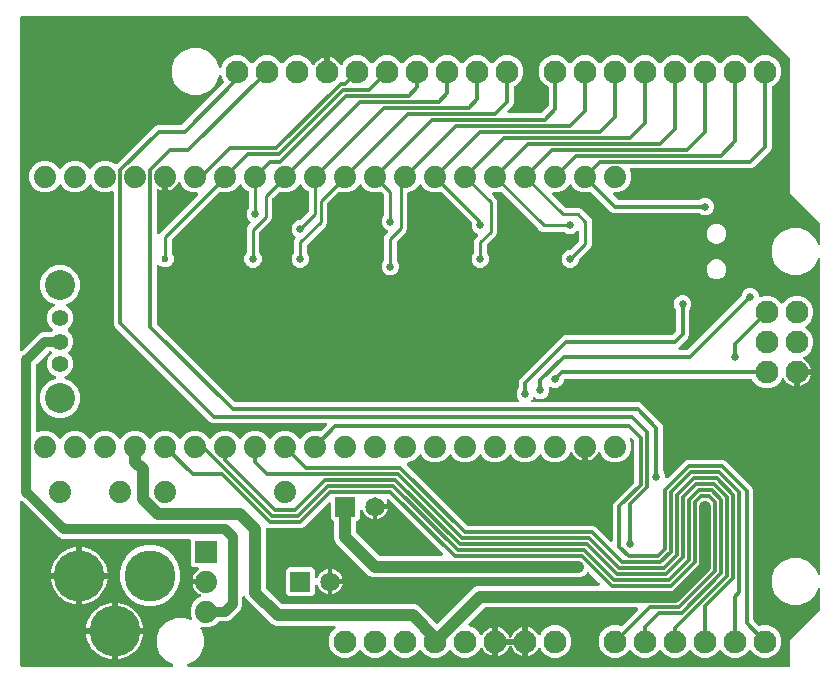
<source format=gbl>
G04 EAGLE Gerber RS-274X export*
G75*
%MOMM*%
%FSLAX34Y34*%
%LPD*%
%INBottom Copper*%
%IPPOS*%
%AMOC8*
5,1,8,0,0,1.08239X$1,22.5*%
G01*
%ADD10C,1.930400*%
%ADD11C,1.879600*%
%ADD12R,1.879600X1.879600*%
%ADD13C,4.318000*%
%ADD14C,1.651000*%
%ADD15R,1.651000X1.651000*%
%ADD16C,1.422400*%
%ADD17C,2.540000*%
%ADD18C,0.650000*%
%ADD19C,0.304800*%
%ADD20C,0.254000*%
%ADD21C,0.600000*%
%ADD22C,1.016000*%
%ADD23C,0.812800*%

G36*
X655020Y4079D02*
X655020Y4079D01*
X655134Y4085D01*
X655177Y4099D01*
X655222Y4105D01*
X655328Y4147D01*
X655437Y4181D01*
X655476Y4205D01*
X655518Y4222D01*
X655610Y4289D01*
X655707Y4349D01*
X655738Y4382D01*
X655775Y4408D01*
X655848Y4496D01*
X655927Y4579D01*
X655949Y4618D01*
X655978Y4653D01*
X656027Y4757D01*
X656082Y4856D01*
X656094Y4900D01*
X656114Y4941D01*
X656135Y5053D01*
X656164Y5163D01*
X656169Y5233D01*
X656173Y5253D01*
X656172Y5272D01*
X656176Y5324D01*
X656335Y25413D01*
X656335Y25416D01*
X656335Y25423D01*
X656335Y27103D01*
X657534Y28282D01*
X657536Y28285D01*
X657541Y28289D01*
X681364Y52112D01*
X681424Y52190D01*
X681492Y52262D01*
X681521Y52315D01*
X681558Y52363D01*
X681598Y52454D01*
X681646Y52541D01*
X681661Y52599D01*
X681685Y52655D01*
X681700Y52753D01*
X681725Y52849D01*
X681731Y52949D01*
X681735Y52969D01*
X681733Y52981D01*
X681735Y53009D01*
X681735Y69222D01*
X681727Y69291D01*
X681728Y69361D01*
X681707Y69448D01*
X681695Y69538D01*
X681670Y69602D01*
X681653Y69670D01*
X681611Y69750D01*
X681578Y69833D01*
X681537Y69890D01*
X681505Y69951D01*
X681444Y70018D01*
X681392Y70091D01*
X681338Y70135D01*
X681291Y70187D01*
X681216Y70236D01*
X681147Y70293D01*
X681083Y70323D01*
X681025Y70361D01*
X680940Y70391D01*
X680859Y70429D01*
X680790Y70442D01*
X680724Y70465D01*
X680635Y70472D01*
X680547Y70489D01*
X680477Y70484D01*
X680407Y70490D01*
X680319Y70474D01*
X680229Y70469D01*
X680163Y70447D01*
X680094Y70435D01*
X680012Y70399D01*
X679927Y70371D01*
X679868Y70334D01*
X679804Y70305D01*
X679734Y70249D01*
X679658Y70201D01*
X679610Y70150D01*
X679556Y70106D01*
X679501Y70035D01*
X679440Y69969D01*
X679406Y69908D01*
X679364Y69852D01*
X679293Y69708D01*
X677304Y64905D01*
X671695Y59296D01*
X664366Y56260D01*
X656434Y56260D01*
X649105Y59296D01*
X643496Y64905D01*
X640460Y72234D01*
X640460Y80166D01*
X643496Y87495D01*
X649105Y93104D01*
X656434Y96140D01*
X664366Y96140D01*
X671695Y93104D01*
X677304Y87495D01*
X679293Y82692D01*
X679328Y82632D01*
X679354Y82567D01*
X679406Y82494D01*
X679451Y82416D01*
X679499Y82366D01*
X679540Y82309D01*
X679610Y82252D01*
X679672Y82188D01*
X679732Y82151D01*
X679785Y82107D01*
X679867Y82068D01*
X679943Y82021D01*
X680010Y82001D01*
X680073Y81971D01*
X680161Y81954D01*
X680247Y81928D01*
X680317Y81924D01*
X680386Y81911D01*
X680475Y81917D01*
X680565Y81913D01*
X680633Y81927D01*
X680703Y81931D01*
X680788Y81959D01*
X680876Y81977D01*
X680939Y82008D01*
X681005Y82029D01*
X681081Y82077D01*
X681162Y82117D01*
X681215Y82162D01*
X681274Y82199D01*
X681336Y82265D01*
X681404Y82323D01*
X681444Y82380D01*
X681492Y82431D01*
X681535Y82509D01*
X681587Y82583D01*
X681612Y82648D01*
X681646Y82709D01*
X681668Y82796D01*
X681700Y82880D01*
X681708Y82950D01*
X681725Y83017D01*
X681735Y83178D01*
X681735Y348622D01*
X681727Y348691D01*
X681728Y348761D01*
X681707Y348848D01*
X681695Y348938D01*
X681670Y349002D01*
X681653Y349070D01*
X681611Y349150D01*
X681578Y349233D01*
X681537Y349290D01*
X681505Y349351D01*
X681444Y349418D01*
X681392Y349491D01*
X681338Y349535D01*
X681291Y349587D01*
X681216Y349636D01*
X681147Y349693D01*
X681083Y349723D01*
X681025Y349761D01*
X680940Y349791D01*
X680859Y349829D01*
X680790Y349842D01*
X680724Y349865D01*
X680635Y349872D01*
X680547Y349889D01*
X680477Y349884D01*
X680407Y349890D01*
X680319Y349874D01*
X680229Y349869D01*
X680163Y349847D01*
X680094Y349835D01*
X680012Y349799D01*
X679927Y349771D01*
X679868Y349734D01*
X679804Y349705D01*
X679734Y349649D01*
X679658Y349601D01*
X679610Y349550D01*
X679556Y349506D01*
X679501Y349435D01*
X679440Y349369D01*
X679406Y349308D01*
X679364Y349252D01*
X679293Y349108D01*
X677304Y344305D01*
X671695Y338696D01*
X664366Y335660D01*
X656434Y335660D01*
X649105Y338696D01*
X643496Y344305D01*
X640460Y351634D01*
X640460Y359566D01*
X643496Y366895D01*
X649105Y372504D01*
X656434Y375540D01*
X664366Y375540D01*
X671695Y372504D01*
X677304Y366895D01*
X679293Y362092D01*
X679328Y362032D01*
X679354Y361967D01*
X679406Y361894D01*
X679451Y361816D01*
X679499Y361766D01*
X679540Y361709D01*
X679610Y361652D01*
X679672Y361588D01*
X679732Y361551D01*
X679785Y361507D01*
X679867Y361468D01*
X679943Y361421D01*
X680010Y361401D01*
X680073Y361371D01*
X680161Y361354D01*
X680247Y361328D01*
X680317Y361324D01*
X680386Y361311D01*
X680475Y361317D01*
X680565Y361313D01*
X680633Y361327D01*
X680703Y361331D01*
X680788Y361359D01*
X680876Y361377D01*
X680939Y361408D01*
X681005Y361429D01*
X681081Y361477D01*
X681162Y361517D01*
X681215Y361562D01*
X681274Y361599D01*
X681336Y361665D01*
X681404Y361723D01*
X681444Y361780D01*
X681492Y361831D01*
X681535Y361909D01*
X681587Y361983D01*
X681612Y362048D01*
X681646Y362109D01*
X681668Y362196D01*
X681700Y362280D01*
X681708Y362350D01*
X681725Y362417D01*
X681735Y362578D01*
X681735Y378791D01*
X681723Y378889D01*
X681720Y378988D01*
X681703Y379046D01*
X681695Y379106D01*
X681659Y379198D01*
X681631Y379293D01*
X681601Y379345D01*
X681578Y379402D01*
X681520Y379482D01*
X681470Y379567D01*
X681404Y379643D01*
X681392Y379659D01*
X681382Y379667D01*
X681364Y379688D01*
X657541Y403511D01*
X657538Y403513D01*
X657534Y403518D01*
X656335Y404697D01*
X656335Y406377D01*
X656335Y406380D01*
X656335Y406387D01*
X656153Y429390D01*
X656140Y429483D01*
X656138Y429576D01*
X656131Y429599D01*
X656135Y431580D01*
X656135Y431585D01*
X656135Y431593D01*
X656119Y433587D01*
X656130Y433626D01*
X656137Y433741D01*
X656140Y433758D01*
X656139Y433767D01*
X656140Y433787D01*
X656330Y518493D01*
X656318Y518592D01*
X656315Y518693D01*
X656298Y518750D01*
X656291Y518808D01*
X656254Y518902D01*
X656227Y518998D01*
X656196Y519049D01*
X656175Y519104D01*
X656116Y519186D01*
X656065Y519272D01*
X656001Y519345D01*
X655989Y519362D01*
X655979Y519370D01*
X655959Y519393D01*
X644855Y530497D01*
X644850Y530501D01*
X644841Y530511D01*
X633505Y541494D01*
X633438Y541545D01*
X633377Y541603D01*
X633312Y541640D01*
X633251Y541685D01*
X633241Y541689D01*
X631948Y543003D01*
X631941Y543009D01*
X631927Y543024D01*
X630604Y544306D01*
X630603Y544309D01*
X630552Y544376D01*
X630510Y544449D01*
X630417Y544556D01*
X630412Y544563D01*
X630409Y544565D01*
X630405Y544571D01*
X620771Y554356D01*
X620689Y554421D01*
X620613Y554492D01*
X620565Y554519D01*
X620521Y554553D01*
X620426Y554595D01*
X620335Y554646D01*
X620281Y554659D01*
X620230Y554682D01*
X620127Y554699D01*
X620027Y554725D01*
X619938Y554731D01*
X619916Y554734D01*
X619902Y554733D01*
X619866Y554735D01*
X5334Y554735D01*
X5216Y554720D01*
X5097Y554713D01*
X5059Y554700D01*
X5018Y554695D01*
X4908Y554652D01*
X4795Y554615D01*
X4760Y554593D01*
X4723Y554578D01*
X4627Y554509D01*
X4526Y554445D01*
X4498Y554415D01*
X4465Y554392D01*
X4389Y554300D01*
X4308Y554213D01*
X4288Y554178D01*
X4263Y554147D01*
X4212Y554039D01*
X4154Y553935D01*
X4144Y553895D01*
X4127Y553859D01*
X4105Y553742D01*
X4075Y553627D01*
X4071Y553567D01*
X4067Y553547D01*
X4069Y553526D01*
X4065Y553466D01*
X4065Y272625D01*
X4082Y272487D01*
X4095Y272348D01*
X4102Y272329D01*
X4105Y272309D01*
X4156Y272180D01*
X4203Y272049D01*
X4214Y272032D01*
X4222Y272014D01*
X4303Y271901D01*
X4381Y271786D01*
X4397Y271773D01*
X4408Y271756D01*
X4516Y271668D01*
X4620Y271575D01*
X4638Y271566D01*
X4653Y271553D01*
X4779Y271494D01*
X4903Y271431D01*
X4923Y271426D01*
X4941Y271418D01*
X5077Y271392D01*
X5213Y271361D01*
X5234Y271362D01*
X5253Y271358D01*
X5392Y271367D01*
X5531Y271371D01*
X5551Y271377D01*
X5571Y271378D01*
X5703Y271421D01*
X5837Y271459D01*
X5854Y271470D01*
X5873Y271476D01*
X5991Y271550D01*
X6111Y271621D01*
X6132Y271639D01*
X6142Y271646D01*
X6156Y271661D01*
X6231Y271727D01*
X18330Y283826D01*
X20795Y286291D01*
X23783Y287529D01*
X29897Y287529D01*
X29995Y287541D01*
X30094Y287544D01*
X30152Y287561D01*
X30212Y287569D01*
X30304Y287605D01*
X30399Y287633D01*
X30452Y287663D01*
X30508Y287686D01*
X30588Y287744D01*
X30673Y287794D01*
X30749Y287860D01*
X30765Y287872D01*
X30773Y287882D01*
X30794Y287900D01*
X31396Y288502D01*
X31469Y288597D01*
X31548Y288686D01*
X31566Y288722D01*
X31591Y288754D01*
X31639Y288863D01*
X31693Y288969D01*
X31701Y289008D01*
X31718Y289046D01*
X31736Y289163D01*
X31762Y289279D01*
X31761Y289320D01*
X31767Y289360D01*
X31756Y289478D01*
X31753Y289597D01*
X31741Y289636D01*
X31738Y289676D01*
X31697Y289789D01*
X31664Y289903D01*
X31644Y289937D01*
X31630Y289976D01*
X31563Y290074D01*
X31503Y290177D01*
X31463Y290222D01*
X31451Y290239D01*
X31436Y290252D01*
X31396Y290297D01*
X28625Y293069D01*
X26923Y297177D01*
X26923Y301623D01*
X28625Y305731D01*
X31769Y308875D01*
X32561Y309203D01*
X32681Y309272D01*
X32804Y309337D01*
X32819Y309351D01*
X32837Y309361D01*
X32937Y309457D01*
X33040Y309551D01*
X33051Y309568D01*
X33065Y309582D01*
X33138Y309700D01*
X33214Y309817D01*
X33221Y309836D01*
X33232Y309853D01*
X33272Y309986D01*
X33318Y310117D01*
X33319Y310138D01*
X33325Y310157D01*
X33332Y310296D01*
X33343Y310435D01*
X33339Y310454D01*
X33340Y310475D01*
X33312Y310611D01*
X33289Y310748D01*
X33280Y310766D01*
X33276Y310786D01*
X33215Y310911D01*
X33158Y311038D01*
X33145Y311054D01*
X33136Y311072D01*
X33046Y311178D01*
X32959Y311286D01*
X32943Y311298D01*
X32930Y311314D01*
X32816Y311394D01*
X32705Y311478D01*
X32680Y311490D01*
X32670Y311497D01*
X32651Y311504D01*
X32561Y311548D01*
X28604Y313188D01*
X23888Y317904D01*
X21335Y324065D01*
X21335Y330735D01*
X23888Y336896D01*
X28604Y341612D01*
X34765Y344165D01*
X41435Y344165D01*
X47596Y341612D01*
X52312Y336896D01*
X54865Y330735D01*
X54865Y324065D01*
X52312Y317904D01*
X47596Y313188D01*
X43639Y311548D01*
X43519Y311480D01*
X43396Y311415D01*
X43381Y311401D01*
X43363Y311391D01*
X43263Y311294D01*
X43160Y311201D01*
X43149Y311184D01*
X43135Y311170D01*
X43062Y311051D01*
X42986Y310935D01*
X42979Y310916D01*
X42968Y310898D01*
X42927Y310766D01*
X42882Y310634D01*
X42881Y310614D01*
X42875Y310595D01*
X42868Y310456D01*
X42857Y310317D01*
X42861Y310297D01*
X42860Y310277D01*
X42888Y310141D01*
X42911Y310004D01*
X42920Y309985D01*
X42924Y309965D01*
X42985Y309840D01*
X43042Y309714D01*
X43055Y309698D01*
X43064Y309680D01*
X43154Y309574D01*
X43241Y309465D01*
X43257Y309453D01*
X43270Y309438D01*
X43384Y309358D01*
X43495Y309274D01*
X43520Y309262D01*
X43530Y309255D01*
X43549Y309247D01*
X43639Y309203D01*
X44431Y308875D01*
X47575Y305731D01*
X49277Y301623D01*
X49277Y297177D01*
X47575Y293069D01*
X44804Y290297D01*
X44731Y290203D01*
X44652Y290114D01*
X44634Y290078D01*
X44609Y290046D01*
X44561Y289937D01*
X44507Y289831D01*
X44499Y289792D01*
X44482Y289754D01*
X44464Y289637D01*
X44438Y289521D01*
X44439Y289480D01*
X44433Y289440D01*
X44444Y289322D01*
X44447Y289203D01*
X44459Y289164D01*
X44462Y289124D01*
X44503Y289011D01*
X44536Y288897D01*
X44556Y288862D01*
X44570Y288824D01*
X44637Y288726D01*
X44697Y288623D01*
X44737Y288578D01*
X44749Y288561D01*
X44764Y288548D01*
X44804Y288502D01*
X47575Y285731D01*
X49277Y281623D01*
X49277Y277177D01*
X47575Y273069D01*
X45304Y270798D01*
X45231Y270703D01*
X45152Y270614D01*
X45134Y270578D01*
X45109Y270546D01*
X45061Y270437D01*
X45007Y270331D01*
X44999Y270292D01*
X44982Y270254D01*
X44964Y270137D01*
X44938Y270021D01*
X44939Y269980D01*
X44933Y269940D01*
X44944Y269822D01*
X44947Y269703D01*
X44959Y269664D01*
X44962Y269624D01*
X45003Y269511D01*
X45036Y269397D01*
X45056Y269363D01*
X45070Y269324D01*
X45137Y269226D01*
X45197Y269123D01*
X45237Y269078D01*
X45249Y269061D01*
X45264Y269048D01*
X45304Y269003D01*
X47575Y266731D01*
X49277Y262623D01*
X49277Y258177D01*
X47575Y254069D01*
X44431Y250925D01*
X42432Y250097D01*
X42311Y250028D01*
X42189Y249963D01*
X42174Y249949D01*
X42156Y249939D01*
X42056Y249842D01*
X41953Y249749D01*
X41942Y249732D01*
X41927Y249718D01*
X41855Y249599D01*
X41778Y249483D01*
X41772Y249464D01*
X41761Y249447D01*
X41720Y249314D01*
X41675Y249183D01*
X41674Y249162D01*
X41668Y249143D01*
X41661Y249005D01*
X41650Y248865D01*
X41653Y248845D01*
X41653Y248825D01*
X41681Y248690D01*
X41704Y248552D01*
X41713Y248534D01*
X41717Y248514D01*
X41778Y248389D01*
X41835Y248262D01*
X41848Y248246D01*
X41857Y248228D01*
X41947Y248122D01*
X42034Y248014D01*
X42050Y248002D01*
X42063Y247986D01*
X42177Y247906D01*
X42288Y247822D01*
X42313Y247810D01*
X42323Y247803D01*
X42342Y247796D01*
X42432Y247752D01*
X47596Y245612D01*
X52312Y240896D01*
X54865Y234735D01*
X54865Y228065D01*
X52312Y221904D01*
X47596Y217188D01*
X41435Y214635D01*
X34765Y214635D01*
X28604Y217188D01*
X23888Y221904D01*
X21335Y228065D01*
X21335Y234735D01*
X23888Y240896D01*
X28604Y245612D01*
X33768Y247752D01*
X33888Y247820D01*
X34011Y247885D01*
X34026Y247899D01*
X34044Y247909D01*
X34144Y248006D01*
X34247Y248099D01*
X34258Y248116D01*
X34272Y248130D01*
X34345Y248249D01*
X34422Y248365D01*
X34428Y248384D01*
X34439Y248402D01*
X34480Y248534D01*
X34525Y248666D01*
X34526Y248686D01*
X34532Y248705D01*
X34539Y248844D01*
X34550Y248983D01*
X34547Y249003D01*
X34547Y249023D01*
X34519Y249159D01*
X34496Y249296D01*
X34487Y249315D01*
X34483Y249335D01*
X34422Y249460D01*
X34365Y249586D01*
X34352Y249602D01*
X34343Y249620D01*
X34253Y249726D01*
X34166Y249835D01*
X34150Y249847D01*
X34137Y249862D01*
X34023Y249942D01*
X33912Y250026D01*
X33887Y250038D01*
X33877Y250045D01*
X33858Y250053D01*
X33768Y250097D01*
X31769Y250925D01*
X28625Y254069D01*
X26923Y258177D01*
X26923Y262623D01*
X28625Y266731D01*
X30896Y269003D01*
X30969Y269097D01*
X31048Y269186D01*
X31066Y269222D01*
X31091Y269254D01*
X31139Y269363D01*
X31193Y269469D01*
X31201Y269508D01*
X31218Y269546D01*
X31236Y269663D01*
X31262Y269779D01*
X31261Y269820D01*
X31267Y269860D01*
X31256Y269978D01*
X31253Y270097D01*
X31241Y270136D01*
X31238Y270176D01*
X31197Y270289D01*
X31164Y270403D01*
X31144Y270438D01*
X31130Y270476D01*
X31063Y270574D01*
X31003Y270677D01*
X30963Y270722D01*
X30951Y270739D01*
X30936Y270752D01*
X30896Y270798D01*
X30794Y270900D01*
X30716Y270960D01*
X30644Y271028D01*
X30591Y271057D01*
X30543Y271094D01*
X30452Y271134D01*
X30365Y271182D01*
X30307Y271197D01*
X30251Y271221D01*
X30153Y271236D01*
X30057Y271261D01*
X29957Y271267D01*
X29937Y271271D01*
X29925Y271269D01*
X29897Y271271D01*
X29293Y271271D01*
X29195Y271259D01*
X29096Y271256D01*
X29037Y271239D01*
X28977Y271231D01*
X28885Y271195D01*
X28790Y271167D01*
X28738Y271137D01*
X28682Y271114D01*
X28602Y271056D01*
X28516Y271006D01*
X28441Y270940D01*
X28424Y270928D01*
X28416Y270918D01*
X28395Y270900D01*
X18025Y260530D01*
X17965Y260451D01*
X17897Y260379D01*
X17868Y260326D01*
X17831Y260278D01*
X17791Y260187D01*
X17743Y260101D01*
X17728Y260042D01*
X17704Y259987D01*
X17689Y259889D01*
X17664Y259793D01*
X17658Y259693D01*
X17654Y259672D01*
X17656Y259660D01*
X17654Y259632D01*
X17654Y203763D01*
X17660Y203714D01*
X17658Y203664D01*
X17680Y203556D01*
X17694Y203447D01*
X17712Y203401D01*
X17722Y203353D01*
X17770Y203254D01*
X17811Y203152D01*
X17840Y203112D01*
X17862Y203067D01*
X17933Y202983D01*
X17997Y202894D01*
X18036Y202863D01*
X18068Y202825D01*
X18158Y202762D01*
X18242Y202692D01*
X18287Y202670D01*
X18328Y202642D01*
X18431Y202603D01*
X18530Y202556D01*
X18579Y202547D01*
X18625Y202529D01*
X18735Y202517D01*
X18842Y202496D01*
X18892Y202499D01*
X18941Y202494D01*
X19050Y202509D01*
X19160Y202516D01*
X19207Y202531D01*
X19256Y202538D01*
X19409Y202590D01*
X22722Y203963D01*
X28078Y203963D01*
X33026Y201913D01*
X36813Y198126D01*
X36927Y197850D01*
X36996Y197730D01*
X37061Y197607D01*
X37075Y197592D01*
X37085Y197574D01*
X37181Y197475D01*
X37275Y197371D01*
X37292Y197360D01*
X37306Y197346D01*
X37425Y197273D01*
X37541Y197197D01*
X37560Y197190D01*
X37577Y197179D01*
X37710Y197138D01*
X37842Y197093D01*
X37862Y197092D01*
X37881Y197086D01*
X38020Y197079D01*
X38159Y197068D01*
X38179Y197072D01*
X38199Y197071D01*
X38335Y197099D01*
X38472Y197122D01*
X38491Y197131D01*
X38510Y197135D01*
X38635Y197196D01*
X38762Y197253D01*
X38778Y197266D01*
X38796Y197275D01*
X38902Y197365D01*
X39010Y197452D01*
X39023Y197468D01*
X39038Y197481D01*
X39118Y197595D01*
X39202Y197706D01*
X39214Y197731D01*
X39221Y197741D01*
X39228Y197760D01*
X39273Y197850D01*
X39387Y198126D01*
X43174Y201913D01*
X48122Y203963D01*
X53478Y203963D01*
X58426Y201913D01*
X62213Y198126D01*
X62327Y197850D01*
X62396Y197730D01*
X62461Y197607D01*
X62475Y197592D01*
X62485Y197574D01*
X62582Y197474D01*
X62675Y197371D01*
X62692Y197360D01*
X62706Y197346D01*
X62825Y197273D01*
X62941Y197197D01*
X62960Y197190D01*
X62977Y197179D01*
X63110Y197138D01*
X63242Y197093D01*
X63262Y197092D01*
X63281Y197086D01*
X63420Y197079D01*
X63559Y197068D01*
X63579Y197072D01*
X63599Y197071D01*
X63735Y197099D01*
X63872Y197123D01*
X63890Y197131D01*
X63910Y197135D01*
X64035Y197196D01*
X64162Y197253D01*
X64178Y197266D01*
X64196Y197275D01*
X64302Y197365D01*
X64410Y197452D01*
X64423Y197468D01*
X64438Y197481D01*
X64518Y197595D01*
X64602Y197706D01*
X64614Y197731D01*
X64621Y197741D01*
X64628Y197760D01*
X64673Y197850D01*
X64787Y198126D01*
X68574Y201913D01*
X73522Y203963D01*
X78878Y203963D01*
X83826Y201913D01*
X87613Y198126D01*
X87727Y197850D01*
X87796Y197730D01*
X87861Y197607D01*
X87875Y197592D01*
X87885Y197574D01*
X87982Y197474D01*
X88075Y197371D01*
X88092Y197360D01*
X88106Y197346D01*
X88225Y197273D01*
X88341Y197197D01*
X88360Y197190D01*
X88377Y197179D01*
X88510Y197138D01*
X88642Y197093D01*
X88662Y197092D01*
X88681Y197086D01*
X88820Y197079D01*
X88959Y197068D01*
X88979Y197072D01*
X88999Y197071D01*
X89135Y197099D01*
X89272Y197123D01*
X89290Y197131D01*
X89310Y197135D01*
X89435Y197196D01*
X89562Y197253D01*
X89578Y197266D01*
X89596Y197275D01*
X89702Y197365D01*
X89810Y197452D01*
X89823Y197468D01*
X89838Y197481D01*
X89918Y197595D01*
X90002Y197706D01*
X90014Y197731D01*
X90021Y197741D01*
X90028Y197760D01*
X90073Y197850D01*
X90187Y198126D01*
X93974Y201913D01*
X98922Y203963D01*
X104278Y203963D01*
X109226Y201913D01*
X113013Y198126D01*
X113127Y197850D01*
X113196Y197730D01*
X113261Y197607D01*
X113275Y197592D01*
X113285Y197574D01*
X113382Y197474D01*
X113475Y197371D01*
X113492Y197360D01*
X113506Y197346D01*
X113625Y197273D01*
X113741Y197197D01*
X113760Y197190D01*
X113777Y197179D01*
X113910Y197138D01*
X114042Y197093D01*
X114062Y197092D01*
X114081Y197086D01*
X114220Y197079D01*
X114359Y197068D01*
X114379Y197072D01*
X114399Y197071D01*
X114535Y197099D01*
X114672Y197123D01*
X114690Y197131D01*
X114710Y197135D01*
X114835Y197196D01*
X114962Y197253D01*
X114978Y197266D01*
X114996Y197275D01*
X115102Y197365D01*
X115210Y197452D01*
X115223Y197468D01*
X115238Y197481D01*
X115318Y197595D01*
X115402Y197706D01*
X115414Y197731D01*
X115421Y197741D01*
X115428Y197760D01*
X115473Y197850D01*
X115587Y198126D01*
X119374Y201913D01*
X124322Y203963D01*
X129678Y203963D01*
X134626Y201913D01*
X138413Y198126D01*
X138527Y197850D01*
X138596Y197730D01*
X138661Y197607D01*
X138675Y197592D01*
X138685Y197574D01*
X138782Y197474D01*
X138875Y197371D01*
X138892Y197360D01*
X138906Y197346D01*
X139025Y197273D01*
X139141Y197197D01*
X139160Y197190D01*
X139177Y197179D01*
X139310Y197138D01*
X139442Y197093D01*
X139462Y197092D01*
X139481Y197086D01*
X139620Y197079D01*
X139759Y197068D01*
X139779Y197072D01*
X139799Y197071D01*
X139935Y197099D01*
X140072Y197123D01*
X140090Y197131D01*
X140110Y197135D01*
X140235Y197196D01*
X140362Y197253D01*
X140378Y197266D01*
X140396Y197275D01*
X140502Y197365D01*
X140610Y197452D01*
X140623Y197468D01*
X140638Y197481D01*
X140718Y197595D01*
X140802Y197706D01*
X140814Y197731D01*
X140821Y197741D01*
X140828Y197760D01*
X140873Y197850D01*
X140987Y198126D01*
X144774Y201913D01*
X149722Y203963D01*
X155078Y203963D01*
X160026Y201913D01*
X163813Y198126D01*
X163927Y197850D01*
X163996Y197730D01*
X164061Y197607D01*
X164075Y197592D01*
X164085Y197574D01*
X164182Y197474D01*
X164275Y197371D01*
X164292Y197360D01*
X164306Y197346D01*
X164425Y197273D01*
X164541Y197197D01*
X164560Y197190D01*
X164577Y197179D01*
X164710Y197138D01*
X164842Y197093D01*
X164862Y197092D01*
X164881Y197086D01*
X165020Y197079D01*
X165159Y197068D01*
X165179Y197072D01*
X165199Y197071D01*
X165335Y197099D01*
X165472Y197123D01*
X165490Y197131D01*
X165510Y197135D01*
X165635Y197196D01*
X165762Y197253D01*
X165778Y197266D01*
X165796Y197275D01*
X165902Y197365D01*
X166010Y197452D01*
X166023Y197468D01*
X166038Y197481D01*
X166118Y197595D01*
X166202Y197706D01*
X166214Y197731D01*
X166221Y197741D01*
X166228Y197760D01*
X166273Y197850D01*
X166387Y198126D01*
X170174Y201913D01*
X175122Y203963D01*
X180478Y203963D01*
X185426Y201913D01*
X189213Y198126D01*
X189327Y197850D01*
X189396Y197730D01*
X189461Y197607D01*
X189475Y197592D01*
X189485Y197574D01*
X189582Y197474D01*
X189675Y197371D01*
X189692Y197360D01*
X189706Y197346D01*
X189825Y197273D01*
X189941Y197197D01*
X189960Y197190D01*
X189977Y197179D01*
X190110Y197138D01*
X190242Y197093D01*
X190262Y197092D01*
X190281Y197086D01*
X190420Y197079D01*
X190559Y197068D01*
X190579Y197072D01*
X190599Y197071D01*
X190735Y197099D01*
X190872Y197123D01*
X190890Y197131D01*
X190910Y197135D01*
X191035Y197196D01*
X191162Y197253D01*
X191178Y197266D01*
X191196Y197275D01*
X191302Y197365D01*
X191410Y197452D01*
X191423Y197468D01*
X191438Y197481D01*
X191518Y197595D01*
X191602Y197706D01*
X191614Y197731D01*
X191621Y197741D01*
X191628Y197760D01*
X191673Y197850D01*
X191787Y198126D01*
X195574Y201913D01*
X200522Y203963D01*
X205878Y203963D01*
X210826Y201913D01*
X214613Y198126D01*
X214727Y197850D01*
X214796Y197730D01*
X214861Y197607D01*
X214875Y197592D01*
X214885Y197574D01*
X214982Y197474D01*
X215075Y197371D01*
X215092Y197360D01*
X215106Y197346D01*
X215225Y197273D01*
X215341Y197197D01*
X215360Y197190D01*
X215377Y197179D01*
X215510Y197138D01*
X215642Y197093D01*
X215662Y197092D01*
X215681Y197086D01*
X215820Y197079D01*
X215959Y197068D01*
X215979Y197072D01*
X215999Y197071D01*
X216135Y197099D01*
X216272Y197123D01*
X216290Y197131D01*
X216310Y197135D01*
X216435Y197196D01*
X216562Y197253D01*
X216578Y197266D01*
X216596Y197275D01*
X216702Y197365D01*
X216810Y197452D01*
X216823Y197468D01*
X216838Y197481D01*
X216918Y197595D01*
X217002Y197706D01*
X217014Y197731D01*
X217021Y197741D01*
X217028Y197760D01*
X217073Y197850D01*
X217187Y198126D01*
X220974Y201913D01*
X225922Y203963D01*
X231278Y203963D01*
X236226Y201913D01*
X240013Y198126D01*
X240127Y197850D01*
X240196Y197730D01*
X240261Y197607D01*
X240275Y197592D01*
X240285Y197574D01*
X240382Y197474D01*
X240475Y197371D01*
X240492Y197360D01*
X240506Y197346D01*
X240625Y197273D01*
X240741Y197197D01*
X240760Y197190D01*
X240777Y197179D01*
X240910Y197138D01*
X241042Y197093D01*
X241062Y197092D01*
X241081Y197086D01*
X241220Y197079D01*
X241359Y197068D01*
X241379Y197072D01*
X241399Y197071D01*
X241535Y197099D01*
X241672Y197123D01*
X241690Y197131D01*
X241710Y197135D01*
X241835Y197196D01*
X241962Y197253D01*
X241978Y197266D01*
X241996Y197275D01*
X242102Y197365D01*
X242210Y197452D01*
X242223Y197468D01*
X242238Y197481D01*
X242318Y197595D01*
X242402Y197706D01*
X242414Y197731D01*
X242421Y197741D01*
X242428Y197760D01*
X242473Y197850D01*
X242587Y198126D01*
X246374Y201913D01*
X251322Y203963D01*
X256678Y203963D01*
X257932Y203443D01*
X257960Y203436D01*
X257986Y203422D01*
X258113Y203394D01*
X258238Y203359D01*
X258268Y203359D01*
X258297Y203353D01*
X258427Y203356D01*
X258556Y203354D01*
X258585Y203361D01*
X258615Y203362D01*
X258739Y203398D01*
X258866Y203429D01*
X258892Y203442D01*
X258920Y203451D01*
X259032Y203516D01*
X259147Y203577D01*
X259169Y203597D01*
X259194Y203612D01*
X259315Y203719D01*
X263741Y208145D01*
X263826Y208254D01*
X263915Y208361D01*
X263923Y208380D01*
X263936Y208396D01*
X263991Y208524D01*
X264050Y208649D01*
X264054Y208669D01*
X264062Y208688D01*
X264084Y208826D01*
X264110Y208962D01*
X264109Y208982D01*
X264112Y209002D01*
X264099Y209141D01*
X264090Y209279D01*
X264084Y209298D01*
X264082Y209318D01*
X264035Y209450D01*
X263992Y209581D01*
X263981Y209599D01*
X263975Y209618D01*
X263897Y209733D01*
X263822Y209850D01*
X263807Y209864D01*
X263796Y209881D01*
X263692Y209973D01*
X263591Y210068D01*
X263573Y210078D01*
X263558Y210091D01*
X263433Y210155D01*
X263312Y210222D01*
X263292Y210227D01*
X263274Y210236D01*
X263139Y210266D01*
X263004Y210301D01*
X262976Y210303D01*
X262964Y210306D01*
X262944Y210305D01*
X262843Y210311D01*
X167163Y210311D01*
X165109Y211162D01*
X84162Y292109D01*
X83311Y294163D01*
X83311Y405574D01*
X83305Y405623D01*
X83307Y405673D01*
X83285Y405780D01*
X83271Y405890D01*
X83253Y405936D01*
X83243Y405984D01*
X83195Y406083D01*
X83154Y406185D01*
X83125Y406226D01*
X83103Y406270D01*
X83032Y406354D01*
X82968Y406443D01*
X82929Y406474D01*
X82897Y406512D01*
X82807Y406575D01*
X82723Y406645D01*
X82678Y406667D01*
X82637Y406695D01*
X82534Y406734D01*
X82435Y406781D01*
X82386Y406790D01*
X82340Y406808D01*
X82230Y406820D01*
X82123Y406841D01*
X82073Y406838D01*
X82024Y406843D01*
X81915Y406828D01*
X81805Y406821D01*
X81758Y406806D01*
X81709Y406799D01*
X81556Y406747D01*
X78878Y405637D01*
X73522Y405637D01*
X68574Y407687D01*
X64787Y411474D01*
X64673Y411750D01*
X64604Y411870D01*
X64539Y411993D01*
X64525Y412008D01*
X64515Y412026D01*
X64419Y412125D01*
X64325Y412229D01*
X64308Y412240D01*
X64294Y412254D01*
X64175Y412327D01*
X64059Y412403D01*
X64040Y412410D01*
X64023Y412421D01*
X63890Y412462D01*
X63758Y412507D01*
X63738Y412508D01*
X63719Y412514D01*
X63580Y412521D01*
X63441Y412532D01*
X63421Y412528D01*
X63401Y412529D01*
X63265Y412501D01*
X63128Y412478D01*
X63109Y412469D01*
X63090Y412465D01*
X62965Y412404D01*
X62838Y412347D01*
X62822Y412334D01*
X62804Y412325D01*
X62698Y412235D01*
X62590Y412148D01*
X62577Y412132D01*
X62562Y412119D01*
X62482Y412005D01*
X62398Y411894D01*
X62386Y411869D01*
X62379Y411859D01*
X62372Y411840D01*
X62327Y411750D01*
X62213Y411474D01*
X58426Y407687D01*
X53478Y405637D01*
X48122Y405637D01*
X43174Y407687D01*
X39387Y411474D01*
X39273Y411750D01*
X39204Y411870D01*
X39139Y411993D01*
X39125Y412008D01*
X39115Y412026D01*
X39018Y412126D01*
X38925Y412229D01*
X38908Y412240D01*
X38894Y412254D01*
X38775Y412327D01*
X38659Y412403D01*
X38640Y412410D01*
X38623Y412421D01*
X38490Y412462D01*
X38358Y412507D01*
X38338Y412508D01*
X38319Y412514D01*
X38180Y412521D01*
X38041Y412532D01*
X38021Y412528D01*
X38001Y412529D01*
X37865Y412501D01*
X37728Y412477D01*
X37709Y412469D01*
X37690Y412465D01*
X37565Y412404D01*
X37438Y412347D01*
X37422Y412334D01*
X37404Y412325D01*
X37298Y412235D01*
X37189Y412148D01*
X37177Y412132D01*
X37162Y412119D01*
X37082Y412006D01*
X36998Y411894D01*
X36986Y411869D01*
X36979Y411859D01*
X36972Y411840D01*
X36927Y411750D01*
X36813Y411474D01*
X33026Y407687D01*
X28078Y405637D01*
X22722Y405637D01*
X17774Y407687D01*
X13987Y411474D01*
X11937Y416422D01*
X11937Y421778D01*
X13987Y426726D01*
X17774Y430513D01*
X22722Y432563D01*
X28078Y432563D01*
X33026Y430513D01*
X36813Y426726D01*
X36927Y426450D01*
X36996Y426330D01*
X37061Y426207D01*
X37075Y426192D01*
X37085Y426174D01*
X37182Y426074D01*
X37275Y425971D01*
X37292Y425960D01*
X37306Y425946D01*
X37425Y425873D01*
X37541Y425797D01*
X37560Y425790D01*
X37577Y425779D01*
X37710Y425738D01*
X37842Y425693D01*
X37862Y425692D01*
X37881Y425686D01*
X38020Y425679D01*
X38159Y425668D01*
X38179Y425672D01*
X38199Y425671D01*
X38335Y425699D01*
X38472Y425723D01*
X38490Y425731D01*
X38510Y425735D01*
X38635Y425796D01*
X38762Y425853D01*
X38778Y425866D01*
X38796Y425875D01*
X38902Y425965D01*
X39010Y426052D01*
X39023Y426068D01*
X39038Y426081D01*
X39118Y426195D01*
X39202Y426306D01*
X39214Y426331D01*
X39221Y426341D01*
X39228Y426360D01*
X39273Y426450D01*
X39387Y426726D01*
X43174Y430513D01*
X48122Y432563D01*
X53478Y432563D01*
X58426Y430513D01*
X62213Y426726D01*
X62327Y426450D01*
X62396Y426329D01*
X62461Y426207D01*
X62475Y426192D01*
X62485Y426174D01*
X62582Y426074D01*
X62675Y425971D01*
X62692Y425960D01*
X62706Y425946D01*
X62824Y425873D01*
X62941Y425796D01*
X62960Y425790D01*
X62977Y425779D01*
X63110Y425738D01*
X63242Y425693D01*
X63262Y425692D01*
X63281Y425686D01*
X63420Y425679D01*
X63559Y425668D01*
X63579Y425672D01*
X63599Y425671D01*
X63735Y425699D01*
X63872Y425723D01*
X63891Y425731D01*
X63910Y425735D01*
X64036Y425796D01*
X64162Y425853D01*
X64178Y425866D01*
X64196Y425875D01*
X64302Y425965D01*
X64411Y426052D01*
X64423Y426068D01*
X64438Y426081D01*
X64519Y426195D01*
X64602Y426306D01*
X64614Y426331D01*
X64621Y426341D01*
X64628Y426360D01*
X64673Y426450D01*
X64787Y426726D01*
X68574Y430513D01*
X73522Y432563D01*
X78878Y432563D01*
X83826Y430513D01*
X84590Y429749D01*
X84684Y429676D01*
X84773Y429597D01*
X84809Y429579D01*
X84841Y429554D01*
X84950Y429507D01*
X85057Y429453D01*
X85096Y429444D01*
X85133Y429428D01*
X85251Y429409D01*
X85367Y429383D01*
X85407Y429384D01*
X85447Y429378D01*
X85566Y429389D01*
X85685Y429393D01*
X85724Y429404D01*
X85764Y429408D01*
X85876Y429448D01*
X85990Y429481D01*
X86025Y429502D01*
X86063Y429515D01*
X86162Y429582D01*
X86264Y429643D01*
X86309Y429683D01*
X86326Y429694D01*
X86340Y429709D01*
X86385Y429749D01*
X116823Y460187D01*
X118574Y461938D01*
X120628Y462789D01*
X140669Y462789D01*
X140768Y462801D01*
X140867Y462804D01*
X140925Y462821D01*
X140985Y462829D01*
X141077Y462865D01*
X141172Y462893D01*
X141224Y462923D01*
X141281Y462946D01*
X141361Y463004D01*
X141446Y463054D01*
X141521Y463120D01*
X141538Y463132D01*
X141546Y463142D01*
X141567Y463160D01*
X176586Y498180D01*
X176659Y498274D01*
X176738Y498363D01*
X176749Y498384D01*
X176755Y498392D01*
X176762Y498406D01*
X176781Y498431D01*
X176829Y498541D01*
X176883Y498647D01*
X176890Y498678D01*
X176890Y498679D01*
X176892Y498686D01*
X176908Y498723D01*
X176926Y498841D01*
X176952Y498957D01*
X176951Y498997D01*
X176958Y499037D01*
X176946Y499156D01*
X176943Y499275D01*
X176932Y499314D01*
X176928Y499354D01*
X176888Y499466D01*
X176854Y499580D01*
X176834Y499615D01*
X176820Y499653D01*
X176753Y499752D01*
X176693Y499854D01*
X176653Y499900D01*
X176642Y499916D01*
X176626Y499930D01*
X176586Y499975D01*
X176331Y500230D01*
X174720Y504119D01*
X174652Y504240D01*
X174587Y504363D01*
X174573Y504378D01*
X174563Y504396D01*
X174466Y504496D01*
X174373Y504598D01*
X174356Y504610D01*
X174342Y504624D01*
X174223Y504697D01*
X174107Y504773D01*
X174088Y504780D01*
X174071Y504790D01*
X173938Y504831D01*
X173806Y504876D01*
X173786Y504878D01*
X173767Y504884D01*
X173628Y504891D01*
X173489Y504902D01*
X173469Y504898D01*
X173449Y504899D01*
X173313Y504871D01*
X173176Y504847D01*
X173157Y504839D01*
X173137Y504835D01*
X173012Y504774D01*
X172886Y504717D01*
X172870Y504704D01*
X172852Y504695D01*
X172746Y504605D01*
X172637Y504518D01*
X172625Y504502D01*
X172610Y504489D01*
X172530Y504375D01*
X172446Y504264D01*
X172434Y504239D01*
X172427Y504229D01*
X172419Y504210D01*
X172375Y504119D01*
X169304Y496705D01*
X163695Y491096D01*
X156366Y488060D01*
X148434Y488060D01*
X141105Y491096D01*
X135496Y496705D01*
X132460Y504034D01*
X132460Y511966D01*
X135496Y519295D01*
X141105Y524904D01*
X148434Y527940D01*
X156366Y527940D01*
X163695Y524904D01*
X169304Y519295D01*
X172375Y511881D01*
X172444Y511760D01*
X172509Y511637D01*
X172523Y511622D01*
X172533Y511604D01*
X172630Y511504D01*
X172723Y511402D01*
X172740Y511390D01*
X172754Y511376D01*
X172873Y511303D01*
X172989Y511227D01*
X173008Y511220D01*
X173025Y511210D01*
X173158Y511169D01*
X173290Y511124D01*
X173310Y511122D01*
X173329Y511116D01*
X173467Y511109D01*
X173607Y511098D01*
X173627Y511102D01*
X173647Y511101D01*
X173783Y511129D01*
X173920Y511153D01*
X173938Y511161D01*
X173958Y511165D01*
X174084Y511226D01*
X174210Y511283D01*
X174226Y511296D01*
X174244Y511305D01*
X174350Y511395D01*
X174458Y511482D01*
X174470Y511498D01*
X174486Y511511D01*
X174566Y511625D01*
X174650Y511736D01*
X174662Y511761D01*
X174669Y511771D01*
X174676Y511790D01*
X174720Y511881D01*
X176331Y515770D01*
X180190Y519629D01*
X185232Y521717D01*
X190688Y521717D01*
X195730Y519629D01*
X199763Y515596D01*
X199857Y515523D01*
X199946Y515444D01*
X199982Y515426D01*
X200014Y515401D01*
X200123Y515354D01*
X200229Y515300D01*
X200268Y515291D01*
X200306Y515275D01*
X200423Y515256D01*
X200539Y515230D01*
X200580Y515231D01*
X200620Y515225D01*
X200738Y515236D01*
X200857Y515240D01*
X200896Y515251D01*
X200936Y515255D01*
X201049Y515295D01*
X201163Y515328D01*
X201198Y515348D01*
X201236Y515362D01*
X201334Y515429D01*
X201437Y515490D01*
X201482Y515529D01*
X201499Y515541D01*
X201512Y515556D01*
X201558Y515596D01*
X205590Y519629D01*
X210632Y521717D01*
X216088Y521717D01*
X221130Y519629D01*
X225163Y515596D01*
X225257Y515523D01*
X225346Y515444D01*
X225382Y515426D01*
X225414Y515401D01*
X225523Y515354D01*
X225629Y515300D01*
X225668Y515291D01*
X225706Y515275D01*
X225823Y515256D01*
X225939Y515230D01*
X225980Y515231D01*
X226020Y515225D01*
X226138Y515236D01*
X226257Y515240D01*
X226296Y515251D01*
X226336Y515255D01*
X226449Y515295D01*
X226563Y515328D01*
X226598Y515348D01*
X226636Y515362D01*
X226734Y515429D01*
X226837Y515490D01*
X226882Y515529D01*
X226899Y515541D01*
X226912Y515556D01*
X226958Y515596D01*
X230990Y519629D01*
X236032Y521717D01*
X241488Y521717D01*
X246530Y519629D01*
X250389Y515770D01*
X251149Y513933D01*
X251194Y513856D01*
X251229Y513773D01*
X251272Y513718D01*
X251307Y513657D01*
X251369Y513593D01*
X251424Y513522D01*
X251479Y513479D01*
X251528Y513429D01*
X251604Y513382D01*
X251675Y513327D01*
X251740Y513299D01*
X251799Y513262D01*
X251885Y513236D01*
X251967Y513200D01*
X252036Y513189D01*
X252103Y513169D01*
X252193Y513164D01*
X252281Y513150D01*
X252351Y513157D01*
X252421Y513154D01*
X252509Y513172D01*
X252598Y513180D01*
X252664Y513204D01*
X252732Y513218D01*
X252813Y513257D01*
X252897Y513287D01*
X252955Y513327D01*
X253018Y513358D01*
X253086Y513416D01*
X253160Y513466D01*
X253207Y513519D01*
X253260Y513564D01*
X253311Y513637D01*
X253371Y513704D01*
X253435Y513812D01*
X253443Y513824D01*
X253445Y513830D01*
X253453Y513843D01*
X253732Y514390D01*
X254860Y515943D01*
X256217Y517300D01*
X257770Y518428D01*
X259480Y519299D01*
X261305Y519893D01*
X261621Y519943D01*
X261621Y509270D01*
X261636Y509152D01*
X261643Y509033D01*
X261656Y508995D01*
X261661Y508955D01*
X261704Y508844D01*
X261741Y508731D01*
X261763Y508697D01*
X261778Y508659D01*
X261848Y508563D01*
X261911Y508462D01*
X261941Y508434D01*
X261964Y508402D01*
X262056Y508326D01*
X262143Y508244D01*
X262178Y508225D01*
X262209Y508199D01*
X262317Y508148D01*
X262421Y508091D01*
X262461Y508080D01*
X262497Y508063D01*
X262614Y508041D01*
X262729Y508011D01*
X262790Y508007D01*
X262810Y508003D01*
X262830Y508005D01*
X262890Y508001D01*
X265430Y508001D01*
X265548Y508016D01*
X265667Y508023D01*
X265705Y508036D01*
X265745Y508041D01*
X265856Y508085D01*
X265969Y508121D01*
X266004Y508143D01*
X266041Y508158D01*
X266137Y508228D01*
X266238Y508291D01*
X266266Y508321D01*
X266299Y508345D01*
X266374Y508436D01*
X266456Y508523D01*
X266476Y508558D01*
X266501Y508590D01*
X266552Y508697D01*
X266610Y508802D01*
X266620Y508841D01*
X266637Y508877D01*
X266659Y508994D01*
X266689Y509109D01*
X266693Y509170D01*
X266697Y509190D01*
X266695Y509210D01*
X266699Y509270D01*
X266699Y519943D01*
X267015Y519893D01*
X268840Y519299D01*
X270550Y518428D01*
X272103Y517300D01*
X273460Y515943D01*
X274588Y514390D01*
X274867Y513843D01*
X274917Y513769D01*
X274959Y513690D01*
X275007Y513638D01*
X275046Y513580D01*
X275113Y513521D01*
X275173Y513454D01*
X275232Y513416D01*
X275284Y513369D01*
X275364Y513329D01*
X275439Y513279D01*
X275505Y513257D01*
X275568Y513225D01*
X275655Y513205D01*
X275740Y513176D01*
X275810Y513171D01*
X275878Y513155D01*
X275968Y513158D01*
X276057Y513151D01*
X276126Y513163D01*
X276196Y513165D01*
X276282Y513190D01*
X276370Y513205D01*
X276434Y513234D01*
X276501Y513254D01*
X276578Y513299D01*
X276660Y513336D01*
X276715Y513380D01*
X276775Y513415D01*
X276839Y513479D01*
X276909Y513535D01*
X276951Y513591D01*
X277000Y513640D01*
X277046Y513717D01*
X277100Y513789D01*
X277155Y513901D01*
X277162Y513914D01*
X277164Y513920D01*
X277171Y513933D01*
X277931Y515770D01*
X281790Y519629D01*
X286832Y521717D01*
X292288Y521717D01*
X297330Y519629D01*
X301363Y515596D01*
X301457Y515523D01*
X301546Y515444D01*
X301582Y515426D01*
X301614Y515401D01*
X301723Y515354D01*
X301829Y515300D01*
X301868Y515291D01*
X301906Y515275D01*
X302023Y515256D01*
X302139Y515230D01*
X302180Y515231D01*
X302220Y515225D01*
X302338Y515236D01*
X302457Y515240D01*
X302496Y515251D01*
X302536Y515255D01*
X302649Y515295D01*
X302763Y515328D01*
X302798Y515348D01*
X302836Y515362D01*
X302934Y515429D01*
X303037Y515490D01*
X303082Y515529D01*
X303099Y515541D01*
X303112Y515556D01*
X303158Y515596D01*
X307190Y519629D01*
X312232Y521717D01*
X317688Y521717D01*
X322730Y519629D01*
X326763Y515596D01*
X326857Y515523D01*
X326946Y515444D01*
X326982Y515426D01*
X327014Y515401D01*
X327123Y515354D01*
X327229Y515300D01*
X327268Y515291D01*
X327306Y515275D01*
X327423Y515256D01*
X327539Y515230D01*
X327580Y515231D01*
X327620Y515225D01*
X327738Y515236D01*
X327857Y515240D01*
X327896Y515251D01*
X327936Y515255D01*
X328049Y515295D01*
X328163Y515328D01*
X328198Y515348D01*
X328236Y515362D01*
X328334Y515429D01*
X328437Y515490D01*
X328482Y515529D01*
X328499Y515541D01*
X328512Y515556D01*
X328558Y515596D01*
X332590Y519629D01*
X337632Y521717D01*
X343088Y521717D01*
X348130Y519629D01*
X352163Y515596D01*
X352257Y515523D01*
X352346Y515444D01*
X352382Y515426D01*
X352414Y515401D01*
X352523Y515354D01*
X352629Y515300D01*
X352668Y515291D01*
X352706Y515275D01*
X352823Y515256D01*
X352939Y515230D01*
X352980Y515231D01*
X353020Y515225D01*
X353138Y515236D01*
X353257Y515240D01*
X353296Y515251D01*
X353336Y515255D01*
X353449Y515295D01*
X353563Y515328D01*
X353598Y515348D01*
X353636Y515362D01*
X353734Y515429D01*
X353837Y515490D01*
X353882Y515529D01*
X353899Y515541D01*
X353912Y515556D01*
X353958Y515596D01*
X357990Y519629D01*
X363032Y521717D01*
X368488Y521717D01*
X373530Y519629D01*
X377563Y515596D01*
X377657Y515523D01*
X377746Y515444D01*
X377782Y515426D01*
X377814Y515401D01*
X377923Y515354D01*
X378029Y515300D01*
X378068Y515291D01*
X378106Y515275D01*
X378223Y515256D01*
X378339Y515230D01*
X378380Y515231D01*
X378420Y515225D01*
X378538Y515236D01*
X378657Y515240D01*
X378696Y515251D01*
X378736Y515255D01*
X378849Y515295D01*
X378963Y515328D01*
X378998Y515348D01*
X379036Y515362D01*
X379134Y515429D01*
X379237Y515490D01*
X379282Y515529D01*
X379299Y515541D01*
X379312Y515556D01*
X379358Y515596D01*
X383390Y519629D01*
X388432Y521717D01*
X393888Y521717D01*
X398930Y519629D01*
X402963Y515596D01*
X403057Y515523D01*
X403146Y515444D01*
X403182Y515426D01*
X403214Y515401D01*
X403323Y515354D01*
X403429Y515300D01*
X403468Y515291D01*
X403506Y515275D01*
X403623Y515256D01*
X403739Y515230D01*
X403780Y515231D01*
X403820Y515225D01*
X403938Y515236D01*
X404057Y515240D01*
X404096Y515251D01*
X404136Y515255D01*
X404249Y515295D01*
X404363Y515328D01*
X404398Y515348D01*
X404436Y515362D01*
X404534Y515429D01*
X404637Y515490D01*
X404682Y515529D01*
X404699Y515541D01*
X404712Y515556D01*
X404758Y515596D01*
X408790Y519629D01*
X413832Y521717D01*
X419288Y521717D01*
X424330Y519629D01*
X428189Y515770D01*
X430277Y510728D01*
X430277Y505272D01*
X428189Y500230D01*
X424330Y496371D01*
X422932Y495793D01*
X422907Y495778D01*
X422879Y495769D01*
X422769Y495699D01*
X422656Y495635D01*
X422635Y495615D01*
X422610Y495599D01*
X422521Y495504D01*
X422428Y495414D01*
X422412Y495389D01*
X422392Y495367D01*
X422329Y495253D01*
X422261Y495143D01*
X422253Y495114D01*
X422238Y495089D01*
X422206Y494963D01*
X422168Y494839D01*
X422166Y494809D01*
X422159Y494781D01*
X422149Y494620D01*
X422149Y481488D01*
X421298Y479434D01*
X416979Y475115D01*
X416894Y475006D01*
X416805Y474899D01*
X416797Y474880D01*
X416784Y474864D01*
X416729Y474736D01*
X416670Y474611D01*
X416666Y474591D01*
X416658Y474572D01*
X416636Y474434D01*
X416610Y474298D01*
X416611Y474278D01*
X416608Y474258D01*
X416621Y474119D01*
X416630Y473981D01*
X416636Y473962D01*
X416638Y473942D01*
X416685Y473810D01*
X416728Y473679D01*
X416739Y473661D01*
X416745Y473642D01*
X416823Y473527D01*
X416898Y473410D01*
X416913Y473396D01*
X416924Y473379D01*
X417028Y473287D01*
X417129Y473192D01*
X417147Y473182D01*
X417162Y473169D01*
X417287Y473105D01*
X417408Y473038D01*
X417428Y473033D01*
X417446Y473024D01*
X417581Y472994D01*
X417716Y472959D01*
X417744Y472957D01*
X417756Y472954D01*
X417776Y472955D01*
X417877Y472949D01*
X445469Y472949D01*
X445568Y472961D01*
X445667Y472964D01*
X445725Y472981D01*
X445785Y472989D01*
X445877Y473025D01*
X445972Y473053D01*
X446024Y473083D01*
X446081Y473106D01*
X446161Y473164D01*
X446246Y473214D01*
X446321Y473280D01*
X446338Y473292D01*
X446346Y473302D01*
X446367Y473320D01*
X451240Y478193D01*
X451300Y478271D01*
X451368Y478344D01*
X451397Y478397D01*
X451434Y478444D01*
X451474Y478535D01*
X451522Y478622D01*
X451537Y478681D01*
X451561Y478736D01*
X451576Y478834D01*
X451601Y478930D01*
X451607Y479030D01*
X451611Y479050D01*
X451609Y479063D01*
X451611Y479091D01*
X451611Y494620D01*
X451608Y494649D01*
X451610Y494679D01*
X451588Y494807D01*
X451571Y494935D01*
X451561Y494963D01*
X451556Y494992D01*
X451502Y495111D01*
X451454Y495231D01*
X451437Y495255D01*
X451425Y495282D01*
X451344Y495383D01*
X451268Y495489D01*
X451245Y495507D01*
X451226Y495530D01*
X451123Y495609D01*
X451023Y495691D01*
X450996Y495704D01*
X450972Y495722D01*
X450828Y495793D01*
X449430Y496371D01*
X445571Y500230D01*
X443483Y505272D01*
X443483Y510728D01*
X445571Y515770D01*
X449430Y519629D01*
X454472Y521717D01*
X459928Y521717D01*
X464970Y519629D01*
X469003Y515596D01*
X469097Y515523D01*
X469186Y515444D01*
X469222Y515426D01*
X469254Y515401D01*
X469363Y515354D01*
X469469Y515300D01*
X469508Y515291D01*
X469546Y515275D01*
X469663Y515256D01*
X469779Y515230D01*
X469820Y515231D01*
X469860Y515225D01*
X469978Y515236D01*
X470097Y515240D01*
X470136Y515251D01*
X470176Y515255D01*
X470289Y515295D01*
X470403Y515328D01*
X470438Y515348D01*
X470476Y515362D01*
X470574Y515429D01*
X470677Y515490D01*
X470722Y515529D01*
X470739Y515541D01*
X470752Y515556D01*
X470798Y515596D01*
X474830Y519629D01*
X479872Y521717D01*
X485328Y521717D01*
X490370Y519629D01*
X494403Y515596D01*
X494497Y515523D01*
X494586Y515444D01*
X494622Y515426D01*
X494654Y515401D01*
X494763Y515354D01*
X494869Y515300D01*
X494908Y515291D01*
X494946Y515275D01*
X495063Y515256D01*
X495179Y515230D01*
X495220Y515231D01*
X495260Y515225D01*
X495378Y515236D01*
X495497Y515240D01*
X495536Y515251D01*
X495576Y515255D01*
X495689Y515295D01*
X495803Y515328D01*
X495838Y515348D01*
X495876Y515362D01*
X495974Y515429D01*
X496077Y515490D01*
X496122Y515529D01*
X496139Y515541D01*
X496152Y515556D01*
X496198Y515596D01*
X500230Y519629D01*
X505272Y521717D01*
X510728Y521717D01*
X515770Y519629D01*
X519803Y515596D01*
X519897Y515523D01*
X519986Y515444D01*
X520022Y515426D01*
X520054Y515401D01*
X520163Y515354D01*
X520269Y515300D01*
X520308Y515291D01*
X520346Y515275D01*
X520463Y515256D01*
X520579Y515230D01*
X520620Y515231D01*
X520660Y515225D01*
X520778Y515236D01*
X520897Y515240D01*
X520936Y515251D01*
X520976Y515255D01*
X521089Y515295D01*
X521203Y515328D01*
X521238Y515348D01*
X521276Y515362D01*
X521374Y515429D01*
X521477Y515490D01*
X521522Y515529D01*
X521539Y515541D01*
X521552Y515556D01*
X521598Y515596D01*
X525630Y519629D01*
X530672Y521717D01*
X536128Y521717D01*
X541170Y519629D01*
X545203Y515596D01*
X545297Y515523D01*
X545386Y515444D01*
X545422Y515426D01*
X545454Y515401D01*
X545563Y515354D01*
X545669Y515300D01*
X545708Y515291D01*
X545746Y515275D01*
X545863Y515256D01*
X545979Y515230D01*
X546020Y515231D01*
X546060Y515225D01*
X546178Y515236D01*
X546297Y515240D01*
X546336Y515251D01*
X546376Y515255D01*
X546489Y515295D01*
X546603Y515328D01*
X546638Y515348D01*
X546676Y515362D01*
X546774Y515429D01*
X546877Y515490D01*
X546922Y515529D01*
X546939Y515541D01*
X546952Y515556D01*
X546998Y515596D01*
X551030Y519629D01*
X556072Y521717D01*
X561528Y521717D01*
X566570Y519629D01*
X570603Y515596D01*
X570697Y515523D01*
X570786Y515444D01*
X570822Y515426D01*
X570854Y515401D01*
X570963Y515354D01*
X571069Y515300D01*
X571108Y515291D01*
X571146Y515275D01*
X571263Y515256D01*
X571379Y515230D01*
X571420Y515231D01*
X571460Y515225D01*
X571578Y515236D01*
X571697Y515240D01*
X571736Y515251D01*
X571776Y515255D01*
X571889Y515295D01*
X572003Y515328D01*
X572038Y515348D01*
X572076Y515362D01*
X572174Y515429D01*
X572277Y515490D01*
X572322Y515529D01*
X572339Y515541D01*
X572352Y515556D01*
X572398Y515596D01*
X576430Y519629D01*
X581472Y521717D01*
X586928Y521717D01*
X591970Y519629D01*
X596003Y515596D01*
X596097Y515523D01*
X596186Y515444D01*
X596222Y515426D01*
X596254Y515401D01*
X596363Y515354D01*
X596469Y515300D01*
X596508Y515291D01*
X596546Y515275D01*
X596663Y515256D01*
X596779Y515230D01*
X596820Y515231D01*
X596860Y515225D01*
X596978Y515236D01*
X597097Y515240D01*
X597136Y515251D01*
X597176Y515255D01*
X597289Y515295D01*
X597403Y515328D01*
X597438Y515348D01*
X597476Y515362D01*
X597574Y515429D01*
X597677Y515490D01*
X597722Y515529D01*
X597739Y515541D01*
X597752Y515556D01*
X597798Y515596D01*
X601830Y519629D01*
X606872Y521717D01*
X612328Y521717D01*
X617370Y519629D01*
X621403Y515596D01*
X621497Y515523D01*
X621586Y515444D01*
X621622Y515426D01*
X621654Y515401D01*
X621763Y515354D01*
X621869Y515300D01*
X621908Y515291D01*
X621946Y515275D01*
X622063Y515256D01*
X622179Y515230D01*
X622220Y515231D01*
X622260Y515225D01*
X622378Y515236D01*
X622497Y515240D01*
X622536Y515251D01*
X622576Y515255D01*
X622689Y515295D01*
X622803Y515328D01*
X622838Y515348D01*
X622876Y515362D01*
X622974Y515429D01*
X623077Y515490D01*
X623122Y515529D01*
X623139Y515541D01*
X623152Y515556D01*
X623198Y515596D01*
X627230Y519629D01*
X632272Y521717D01*
X637728Y521717D01*
X642770Y519629D01*
X646629Y515770D01*
X648717Y510728D01*
X648717Y505272D01*
X646629Y500230D01*
X642770Y496371D01*
X641372Y495793D01*
X641347Y495778D01*
X641319Y495769D01*
X641209Y495699D01*
X641096Y495635D01*
X641075Y495615D01*
X641050Y495599D01*
X640961Y495504D01*
X640868Y495414D01*
X640852Y495389D01*
X640832Y495367D01*
X640769Y495253D01*
X640701Y495143D01*
X640693Y495114D01*
X640678Y495089D01*
X640646Y494963D01*
X640608Y494839D01*
X640606Y494809D01*
X640599Y494781D01*
X640589Y494620D01*
X640589Y443388D01*
X639738Y441334D01*
X625466Y427062D01*
X623412Y426211D01*
X521526Y426211D01*
X521477Y426205D01*
X521427Y426207D01*
X521320Y426185D01*
X521210Y426171D01*
X521164Y426153D01*
X521116Y426143D01*
X521017Y426095D01*
X520915Y426054D01*
X520874Y426025D01*
X520830Y426003D01*
X520746Y425932D01*
X520657Y425868D01*
X520626Y425829D01*
X520588Y425797D01*
X520525Y425707D01*
X520455Y425623D01*
X520433Y425578D01*
X520405Y425537D01*
X520366Y425434D01*
X520319Y425335D01*
X520310Y425286D01*
X520292Y425240D01*
X520280Y425130D01*
X520259Y425023D01*
X520262Y424973D01*
X520257Y424924D01*
X520272Y424815D01*
X520279Y424705D01*
X520294Y424658D01*
X520301Y424609D01*
X520353Y424456D01*
X521463Y421778D01*
X521463Y416422D01*
X519413Y411474D01*
X515626Y407687D01*
X510678Y405637D01*
X507031Y405637D01*
X506893Y405620D01*
X506754Y405607D01*
X506735Y405600D01*
X506715Y405597D01*
X506586Y405546D01*
X506455Y405499D01*
X506438Y405488D01*
X506419Y405480D01*
X506307Y405399D01*
X506192Y405321D01*
X506178Y405305D01*
X506162Y405294D01*
X506073Y405186D01*
X505981Y405082D01*
X505972Y405064D01*
X505959Y405049D01*
X505900Y404923D01*
X505837Y404799D01*
X505832Y404779D01*
X505824Y404761D01*
X505798Y404625D01*
X505767Y404489D01*
X505768Y404468D01*
X505764Y404449D01*
X505773Y404310D01*
X505777Y404171D01*
X505782Y404151D01*
X505784Y404131D01*
X505826Y403999D01*
X505865Y403865D01*
X505875Y403848D01*
X505882Y403829D01*
X505956Y403711D01*
X506027Y403591D01*
X506045Y403570D01*
X506052Y403560D01*
X506067Y403546D01*
X506133Y403471D01*
X509943Y399660D01*
X510021Y399600D01*
X510094Y399532D01*
X510147Y399503D01*
X510194Y399466D01*
X510285Y399426D01*
X510372Y399378D01*
X510431Y399363D01*
X510486Y399339D01*
X510584Y399324D01*
X510680Y399299D01*
X510780Y399293D01*
X510800Y399289D01*
X510813Y399291D01*
X510841Y399289D01*
X578918Y399289D01*
X579017Y399301D01*
X579116Y399304D01*
X579174Y399321D01*
X579234Y399329D01*
X579326Y399365D01*
X579421Y399393D01*
X579473Y399423D01*
X579530Y399446D01*
X579610Y399504D01*
X579695Y399554D01*
X579770Y399620D01*
X579787Y399632D01*
X579795Y399642D01*
X579816Y399660D01*
X580057Y399901D01*
X582745Y401015D01*
X585655Y401015D01*
X588343Y399901D01*
X590401Y397843D01*
X591515Y395155D01*
X591515Y392245D01*
X590401Y389557D01*
X588343Y387499D01*
X585655Y386385D01*
X582745Y386385D01*
X580057Y387499D01*
X579816Y387740D01*
X579738Y387800D01*
X579666Y387868D01*
X579613Y387897D01*
X579565Y387934D01*
X579474Y387974D01*
X579387Y388022D01*
X579328Y388037D01*
X579273Y388061D01*
X579175Y388076D01*
X579079Y388101D01*
X578979Y388107D01*
X578959Y388111D01*
X578946Y388109D01*
X578918Y388111D01*
X506888Y388111D01*
X504834Y388962D01*
X487915Y405881D01*
X487892Y405900D01*
X487872Y405922D01*
X487766Y405997D01*
X487664Y406076D01*
X487637Y406088D01*
X487612Y406105D01*
X487491Y406151D01*
X487372Y406203D01*
X487343Y406207D01*
X487315Y406218D01*
X487186Y406232D01*
X487058Y406253D01*
X487028Y406250D01*
X486999Y406253D01*
X486870Y406235D01*
X486741Y406223D01*
X486713Y406213D01*
X486684Y406209D01*
X486532Y406157D01*
X485278Y405637D01*
X479922Y405637D01*
X474974Y407687D01*
X471187Y411474D01*
X471073Y411750D01*
X471004Y411871D01*
X470939Y411993D01*
X470925Y412008D01*
X470915Y412026D01*
X470818Y412126D01*
X470725Y412229D01*
X470708Y412240D01*
X470694Y412254D01*
X470576Y412327D01*
X470459Y412404D01*
X470440Y412410D01*
X470423Y412421D01*
X470290Y412462D01*
X470158Y412507D01*
X470138Y412508D01*
X470119Y412514D01*
X469980Y412521D01*
X469841Y412532D01*
X469821Y412528D01*
X469801Y412529D01*
X469665Y412501D01*
X469528Y412477D01*
X469509Y412469D01*
X469490Y412465D01*
X469364Y412404D01*
X469238Y412347D01*
X469222Y412334D01*
X469204Y412325D01*
X469098Y412235D01*
X468989Y412148D01*
X468977Y412132D01*
X468962Y412119D01*
X468881Y412005D01*
X468798Y411894D01*
X468786Y411869D01*
X468779Y411859D01*
X468772Y411840D01*
X468727Y411750D01*
X468613Y411474D01*
X464826Y407687D01*
X459878Y405637D01*
X455871Y405637D01*
X455734Y405620D01*
X455595Y405607D01*
X455576Y405600D01*
X455556Y405597D01*
X455427Y405546D01*
X455296Y405499D01*
X455279Y405488D01*
X455260Y405480D01*
X455148Y405399D01*
X455033Y405321D01*
X455019Y405305D01*
X455003Y405294D01*
X454914Y405186D01*
X454822Y405082D01*
X454813Y405064D01*
X454800Y405049D01*
X454741Y404923D01*
X454678Y404799D01*
X454673Y404779D01*
X454664Y404761D01*
X454638Y404625D01*
X454608Y404489D01*
X454609Y404468D01*
X454605Y404449D01*
X454613Y404310D01*
X454618Y404171D01*
X454623Y404151D01*
X454624Y404131D01*
X454667Y403999D01*
X454706Y403865D01*
X454716Y403848D01*
X454722Y403829D01*
X454797Y403711D01*
X454868Y403591D01*
X454886Y403570D01*
X454893Y403560D01*
X454908Y403546D01*
X454974Y403471D01*
X465388Y393056D01*
X465466Y392996D01*
X465538Y392928D01*
X465591Y392899D01*
X465639Y392862D01*
X465730Y392822D01*
X465817Y392774D01*
X465875Y392759D01*
X465931Y392735D01*
X466029Y392720D01*
X466125Y392695D01*
X466225Y392689D01*
X466245Y392685D01*
X466257Y392687D01*
X466285Y392685D01*
X477311Y392685D01*
X479272Y391873D01*
X487123Y384022D01*
X487935Y382061D01*
X487935Y360889D01*
X487123Y358928D01*
X477586Y349392D01*
X477526Y349314D01*
X477458Y349242D01*
X477429Y349189D01*
X477392Y349141D01*
X477352Y349050D01*
X477304Y348963D01*
X477289Y348905D01*
X477265Y348849D01*
X477250Y348751D01*
X477225Y348655D01*
X477219Y348555D01*
X477215Y348535D01*
X477217Y348523D01*
X477215Y348495D01*
X477215Y347795D01*
X476101Y345107D01*
X474043Y343049D01*
X471355Y341935D01*
X468445Y341935D01*
X465757Y343049D01*
X463699Y345107D01*
X462585Y347795D01*
X462585Y350705D01*
X463699Y353393D01*
X465757Y355451D01*
X468445Y356565D01*
X469145Y356565D01*
X469243Y356577D01*
X469342Y356580D01*
X469400Y356597D01*
X469460Y356605D01*
X469552Y356641D01*
X469647Y356669D01*
X469699Y356699D01*
X469756Y356722D01*
X469836Y356780D01*
X469921Y356830D01*
X469997Y356896D01*
X470013Y356908D01*
X470021Y356918D01*
X470042Y356936D01*
X476894Y363788D01*
X476954Y363866D01*
X477022Y363938D01*
X477051Y363991D01*
X477088Y364039D01*
X477128Y364130D01*
X477176Y364217D01*
X477191Y364275D01*
X477215Y364331D01*
X477230Y364429D01*
X477255Y364525D01*
X477261Y364625D01*
X477265Y364645D01*
X477263Y364657D01*
X477265Y364685D01*
X477265Y371781D01*
X477248Y371919D01*
X477235Y372058D01*
X477228Y372077D01*
X477225Y372097D01*
X477174Y372226D01*
X477127Y372357D01*
X477116Y372374D01*
X477108Y372393D01*
X477027Y372505D01*
X476949Y372620D01*
X476933Y372634D01*
X476922Y372650D01*
X476814Y372739D01*
X476710Y372831D01*
X476692Y372840D01*
X476677Y372853D01*
X476551Y372912D01*
X476427Y372975D01*
X476407Y372980D01*
X476389Y372988D01*
X476252Y373014D01*
X476117Y373045D01*
X476096Y373044D01*
X476077Y373048D01*
X475938Y373040D01*
X475799Y373035D01*
X475779Y373030D01*
X475759Y373028D01*
X475627Y372986D01*
X475493Y372947D01*
X475476Y372937D01*
X475457Y372930D01*
X475339Y372856D01*
X475219Y372785D01*
X475198Y372767D01*
X475188Y372760D01*
X475174Y372745D01*
X475099Y372679D01*
X474043Y371624D01*
X471355Y370510D01*
X468445Y370510D01*
X465757Y371624D01*
X465262Y372119D01*
X465184Y372179D01*
X465112Y372247D01*
X465059Y372276D01*
X465011Y372313D01*
X464920Y372353D01*
X464833Y372401D01*
X464774Y372416D01*
X464719Y372440D01*
X464621Y372455D01*
X464525Y372480D01*
X464425Y372486D01*
X464405Y372490D01*
X464392Y372488D01*
X464364Y372490D01*
X446614Y372490D01*
X444653Y373302D01*
X442974Y374982D01*
X411969Y405987D01*
X411946Y406005D01*
X411926Y406027D01*
X411820Y406102D01*
X411718Y406182D01*
X411691Y406193D01*
X411666Y406210D01*
X411545Y406256D01*
X411426Y406308D01*
X411397Y406313D01*
X411369Y406323D01*
X411240Y406337D01*
X411112Y406358D01*
X411082Y406355D01*
X411053Y406358D01*
X410924Y406340D01*
X410795Y406328D01*
X410767Y406318D01*
X410738Y406314D01*
X410586Y406262D01*
X409078Y405637D01*
X405071Y405637D01*
X404933Y405620D01*
X404795Y405607D01*
X404776Y405600D01*
X404756Y405597D01*
X404627Y405546D01*
X404496Y405499D01*
X404479Y405488D01*
X404460Y405480D01*
X404348Y405399D01*
X404233Y405321D01*
X404219Y405305D01*
X404203Y405294D01*
X404114Y405186D01*
X404022Y405082D01*
X404013Y405064D01*
X404000Y405049D01*
X403941Y404923D01*
X403878Y404799D01*
X403873Y404779D01*
X403864Y404761D01*
X403838Y404624D01*
X403808Y404489D01*
X403809Y404468D01*
X403805Y404449D01*
X403813Y404310D01*
X403818Y404171D01*
X403823Y404151D01*
X403824Y404131D01*
X403867Y403999D01*
X403906Y403865D01*
X403916Y403848D01*
X403922Y403829D01*
X403997Y403711D01*
X404068Y403591D01*
X404086Y403570D01*
X404093Y403560D01*
X404108Y403546D01*
X404174Y403471D01*
X405508Y402136D01*
X407188Y400457D01*
X408000Y398496D01*
X408000Y371190D01*
X407188Y369230D01*
X399406Y361449D01*
X399346Y361370D01*
X399278Y361298D01*
X399249Y361245D01*
X399212Y361197D01*
X399172Y361106D01*
X399124Y361020D01*
X399109Y360961D01*
X399085Y360906D01*
X399070Y360808D01*
X399045Y360712D01*
X399039Y360612D01*
X399035Y360592D01*
X399037Y360579D01*
X399035Y360551D01*
X399035Y354786D01*
X399047Y354687D01*
X399050Y354588D01*
X399067Y354530D01*
X399075Y354470D01*
X399111Y354378D01*
X399139Y354283D01*
X399169Y354231D01*
X399192Y354174D01*
X399250Y354094D01*
X399300Y354009D01*
X399367Y353933D01*
X399378Y353917D01*
X399388Y353909D01*
X399406Y353888D01*
X399901Y353393D01*
X401015Y350705D01*
X401015Y347795D01*
X399901Y345107D01*
X397843Y343049D01*
X395155Y341935D01*
X392245Y341935D01*
X389557Y343049D01*
X387499Y345107D01*
X386385Y347795D01*
X386385Y350705D01*
X387499Y353393D01*
X387994Y353888D01*
X388054Y353966D01*
X388122Y354038D01*
X388151Y354091D01*
X388188Y354139D01*
X388228Y354230D01*
X388276Y354317D01*
X388291Y354376D01*
X388315Y354431D01*
X388330Y354529D01*
X388355Y354625D01*
X388361Y354725D01*
X388365Y354745D01*
X388363Y354758D01*
X388365Y354786D01*
X388365Y364348D01*
X389177Y366309D01*
X391704Y368835D01*
X391734Y368874D01*
X391771Y368908D01*
X391831Y368999D01*
X391899Y369086D01*
X391918Y369132D01*
X391946Y369173D01*
X391981Y369277D01*
X392025Y369378D01*
X392033Y369427D01*
X392049Y369474D01*
X392058Y369584D01*
X392075Y369692D01*
X392070Y369742D01*
X392074Y369791D01*
X392055Y369899D01*
X392045Y370009D01*
X392028Y370056D01*
X392020Y370104D01*
X391975Y370205D01*
X391938Y370308D01*
X391910Y370349D01*
X391889Y370394D01*
X391821Y370480D01*
X391759Y370571D01*
X391722Y370604D01*
X391691Y370643D01*
X391603Y370709D01*
X391521Y370782D01*
X391476Y370804D01*
X391437Y370834D01*
X391292Y370905D01*
X389557Y371624D01*
X387499Y373682D01*
X386385Y376370D01*
X386385Y379280D01*
X386497Y379550D01*
X386505Y379579D01*
X386518Y379605D01*
X386547Y379732D01*
X386581Y379857D01*
X386582Y379887D01*
X386588Y379915D01*
X386584Y380045D01*
X386586Y380175D01*
X386579Y380204D01*
X386578Y380233D01*
X386542Y380358D01*
X386512Y380484D01*
X386498Y380510D01*
X386490Y380539D01*
X386424Y380651D01*
X386363Y380765D01*
X386344Y380787D01*
X386328Y380813D01*
X386222Y380933D01*
X361169Y405987D01*
X361146Y406005D01*
X361126Y406027D01*
X361020Y406102D01*
X360918Y406182D01*
X360890Y406193D01*
X360866Y406210D01*
X360745Y406256D01*
X360626Y406308D01*
X360597Y406313D01*
X360569Y406323D01*
X360440Y406337D01*
X360312Y406358D01*
X360282Y406355D01*
X360253Y406358D01*
X360124Y406340D01*
X359995Y406328D01*
X359967Y406318D01*
X359938Y406314D01*
X359786Y406262D01*
X358278Y405637D01*
X352922Y405637D01*
X347974Y407687D01*
X344187Y411474D01*
X344073Y411750D01*
X344004Y411871D01*
X343939Y411993D01*
X343925Y412008D01*
X343915Y412026D01*
X343818Y412126D01*
X343725Y412229D01*
X343708Y412240D01*
X343694Y412254D01*
X343576Y412327D01*
X343459Y412404D01*
X343440Y412410D01*
X343423Y412421D01*
X343290Y412462D01*
X343158Y412507D01*
X343138Y412508D01*
X343119Y412514D01*
X342980Y412521D01*
X342841Y412532D01*
X342821Y412528D01*
X342801Y412529D01*
X342665Y412501D01*
X342528Y412477D01*
X342509Y412469D01*
X342490Y412465D01*
X342364Y412404D01*
X342238Y412347D01*
X342222Y412334D01*
X342204Y412325D01*
X342098Y412235D01*
X341989Y412148D01*
X341977Y412132D01*
X341962Y412119D01*
X341881Y412005D01*
X341798Y411894D01*
X341786Y411869D01*
X341779Y411859D01*
X341772Y411840D01*
X341727Y411750D01*
X341613Y411474D01*
X337826Y407687D01*
X332795Y405603D01*
X332794Y405602D01*
X332753Y405597D01*
X332643Y405554D01*
X332530Y405517D01*
X332495Y405495D01*
X332458Y405480D01*
X332362Y405411D01*
X332261Y405347D01*
X332233Y405317D01*
X332200Y405294D01*
X332124Y405202D01*
X332043Y405115D01*
X332023Y405080D01*
X331998Y405049D01*
X331947Y404941D01*
X331889Y404837D01*
X331879Y404797D01*
X331862Y404761D01*
X331840Y404644D01*
X331810Y404529D01*
X331806Y404469D01*
X331802Y404449D01*
X331804Y404428D01*
X331800Y404368D01*
X331800Y374365D01*
X330988Y372405D01*
X323206Y364624D01*
X323146Y364545D01*
X323078Y364473D01*
X323049Y364420D01*
X323012Y364372D01*
X322972Y364281D01*
X322924Y364195D01*
X322909Y364136D01*
X322885Y364081D01*
X322870Y363983D01*
X322845Y363887D01*
X322839Y363787D01*
X322835Y363767D01*
X322837Y363754D01*
X322835Y363726D01*
X322835Y348436D01*
X322847Y348337D01*
X322850Y348238D01*
X322867Y348180D01*
X322875Y348120D01*
X322911Y348028D01*
X322939Y347933D01*
X322969Y347881D01*
X322992Y347824D01*
X323050Y347744D01*
X323100Y347659D01*
X323167Y347583D01*
X323178Y347567D01*
X323188Y347559D01*
X323206Y347538D01*
X323701Y347043D01*
X324815Y344355D01*
X324815Y341445D01*
X323701Y338757D01*
X321643Y336699D01*
X318955Y335585D01*
X316045Y335585D01*
X313357Y336699D01*
X311299Y338757D01*
X310185Y341445D01*
X310185Y344355D01*
X311299Y347043D01*
X311794Y347538D01*
X311854Y347616D01*
X311922Y347688D01*
X311951Y347741D01*
X311988Y347789D01*
X312028Y347880D01*
X312076Y347967D01*
X312091Y348026D01*
X312115Y348081D01*
X312130Y348179D01*
X312155Y348275D01*
X312161Y348375D01*
X312165Y348395D01*
X312163Y348408D01*
X312165Y348436D01*
X312165Y367523D01*
X312977Y369484D01*
X315504Y372010D01*
X315534Y372049D01*
X315571Y372083D01*
X315631Y372174D01*
X315699Y372261D01*
X315718Y372307D01*
X315746Y372348D01*
X315781Y372452D01*
X315825Y372553D01*
X315833Y372602D01*
X315849Y372649D01*
X315858Y372759D01*
X315875Y372867D01*
X315870Y372917D01*
X315874Y372966D01*
X315855Y373074D01*
X315845Y373184D01*
X315828Y373231D01*
X315820Y373279D01*
X315775Y373380D01*
X315738Y373483D01*
X315710Y373524D01*
X315689Y373569D01*
X315621Y373655D01*
X315559Y373746D01*
X315522Y373779D01*
X315491Y373818D01*
X315403Y373884D01*
X315321Y373957D01*
X315276Y373979D01*
X315237Y374009D01*
X315092Y374080D01*
X313357Y374799D01*
X311299Y376857D01*
X310185Y379545D01*
X310185Y382455D01*
X311299Y385143D01*
X311794Y385638D01*
X311854Y385716D01*
X311922Y385788D01*
X311951Y385841D01*
X311988Y385889D01*
X312028Y385980D01*
X312076Y386067D01*
X312091Y386126D01*
X312115Y386181D01*
X312130Y386279D01*
X312155Y386375D01*
X312161Y386475D01*
X312165Y386495D01*
X312163Y386508D01*
X312165Y386536D01*
X312165Y403665D01*
X312153Y403763D01*
X312150Y403862D01*
X312133Y403920D01*
X312125Y403980D01*
X312089Y404072D01*
X312061Y404167D01*
X312031Y404219D01*
X312008Y404276D01*
X311950Y404356D01*
X311900Y404441D01*
X311834Y404517D01*
X311822Y404533D01*
X311812Y404541D01*
X311794Y404562D01*
X310369Y405987D01*
X310346Y406005D01*
X310326Y406027D01*
X310220Y406102D01*
X310118Y406182D01*
X310091Y406193D01*
X310066Y406210D01*
X309945Y406256D01*
X309826Y406308D01*
X309797Y406313D01*
X309769Y406323D01*
X309640Y406337D01*
X309512Y406358D01*
X309482Y406355D01*
X309453Y406358D01*
X309324Y406340D01*
X309195Y406328D01*
X309167Y406318D01*
X309138Y406314D01*
X308986Y406262D01*
X307478Y405637D01*
X302122Y405637D01*
X297174Y407687D01*
X293387Y411474D01*
X293273Y411750D01*
X293204Y411871D01*
X293139Y411993D01*
X293125Y412008D01*
X293115Y412026D01*
X293018Y412126D01*
X292925Y412229D01*
X292908Y412240D01*
X292894Y412254D01*
X292776Y412327D01*
X292659Y412404D01*
X292640Y412410D01*
X292623Y412421D01*
X292490Y412462D01*
X292358Y412507D01*
X292338Y412508D01*
X292319Y412514D01*
X292180Y412521D01*
X292041Y412532D01*
X292021Y412528D01*
X292001Y412529D01*
X291865Y412501D01*
X291728Y412477D01*
X291709Y412469D01*
X291690Y412465D01*
X291564Y412404D01*
X291438Y412347D01*
X291422Y412334D01*
X291404Y412325D01*
X291298Y412235D01*
X291189Y412148D01*
X291177Y412132D01*
X291162Y412119D01*
X291081Y412005D01*
X290998Y411894D01*
X290986Y411869D01*
X290979Y411859D01*
X290972Y411840D01*
X290927Y411750D01*
X290813Y411474D01*
X287026Y407687D01*
X282078Y405637D01*
X276722Y405637D01*
X275214Y406262D01*
X275186Y406270D01*
X275160Y406283D01*
X275033Y406311D01*
X274908Y406346D01*
X274878Y406346D01*
X274849Y406353D01*
X274719Y406349D01*
X274590Y406351D01*
X274561Y406344D01*
X274531Y406343D01*
X274407Y406307D01*
X274280Y406277D01*
X274254Y406263D01*
X274226Y406255D01*
X274114Y406189D01*
X273999Y406128D01*
X273977Y406108D01*
X273952Y406093D01*
X273831Y405987D01*
X264278Y396434D01*
X264218Y396356D01*
X264150Y396284D01*
X264121Y396231D01*
X264084Y396183D01*
X264044Y396092D01*
X263996Y396005D01*
X263981Y395947D01*
X263957Y395891D01*
X263942Y395793D01*
X263917Y395697D01*
X263911Y395597D01*
X263907Y395577D01*
X263909Y395565D01*
X263907Y395537D01*
X263907Y379497D01*
X263095Y377537D01*
X247006Y361449D01*
X246946Y361370D01*
X246878Y361298D01*
X246849Y361245D01*
X246812Y361197D01*
X246772Y361106D01*
X246724Y361020D01*
X246709Y360961D01*
X246685Y360906D01*
X246670Y360808D01*
X246645Y360712D01*
X246639Y360612D01*
X246635Y360592D01*
X246637Y360579D01*
X246635Y360551D01*
X246635Y354786D01*
X246647Y354687D01*
X246650Y354588D01*
X246667Y354530D01*
X246675Y354470D01*
X246711Y354378D01*
X246739Y354283D01*
X246769Y354231D01*
X246792Y354174D01*
X246850Y354094D01*
X246900Y354009D01*
X246967Y353933D01*
X246978Y353917D01*
X246988Y353909D01*
X247006Y353888D01*
X247501Y353393D01*
X248615Y350705D01*
X248615Y347795D01*
X247501Y345107D01*
X245443Y343049D01*
X242755Y341935D01*
X239845Y341935D01*
X237157Y343049D01*
X235099Y345107D01*
X233985Y347795D01*
X233985Y350705D01*
X235099Y353393D01*
X235594Y353888D01*
X235654Y353966D01*
X235722Y354038D01*
X235751Y354091D01*
X235788Y354139D01*
X235828Y354230D01*
X235876Y354317D01*
X235891Y354376D01*
X235915Y354431D01*
X235930Y354529D01*
X235955Y354625D01*
X235961Y354725D01*
X235965Y354745D01*
X235963Y354758D01*
X235965Y354786D01*
X235965Y364348D01*
X236777Y366309D01*
X237140Y366671D01*
X237213Y366765D01*
X237291Y366854D01*
X237310Y366890D01*
X237335Y366922D01*
X237382Y367031D01*
X237436Y367137D01*
X237445Y367177D01*
X237461Y367214D01*
X237480Y367332D01*
X237506Y367448D01*
X237504Y367488D01*
X237511Y367528D01*
X237500Y367647D01*
X237496Y367766D01*
X237485Y367804D01*
X237481Y367845D01*
X237441Y367957D01*
X237408Y368071D01*
X237387Y368106D01*
X237373Y368144D01*
X237306Y368242D01*
X237246Y368345D01*
X237206Y368390D01*
X237195Y368407D01*
X237180Y368421D01*
X237140Y368466D01*
X235099Y370507D01*
X233985Y373195D01*
X233985Y376105D01*
X235099Y378793D01*
X237157Y380851D01*
X239845Y381965D01*
X240545Y381965D01*
X240643Y381977D01*
X240742Y381980D01*
X240800Y381997D01*
X240860Y382005D01*
X240952Y382041D01*
X241047Y382069D01*
X241099Y382099D01*
X241156Y382122D01*
X241236Y382180D01*
X241321Y382230D01*
X241397Y382296D01*
X241413Y382308D01*
X241421Y382318D01*
X241442Y382336D01*
X248294Y389188D01*
X248354Y389266D01*
X248422Y389338D01*
X248451Y389391D01*
X248488Y389439D01*
X248528Y389530D01*
X248576Y389617D01*
X248591Y389675D01*
X248615Y389731D01*
X248630Y389829D01*
X248655Y389925D01*
X248661Y390025D01*
X248665Y390045D01*
X248663Y390057D01*
X248665Y390085D01*
X248665Y405890D01*
X248662Y405919D01*
X248664Y405948D01*
X248642Y406076D01*
X248625Y406205D01*
X248615Y406233D01*
X248610Y406262D01*
X248556Y406380D01*
X248508Y406501D01*
X248491Y406525D01*
X248479Y406552D01*
X248398Y406653D01*
X248322Y406758D01*
X248299Y406777D01*
X248280Y406800D01*
X248177Y406878D01*
X248077Y406961D01*
X248050Y406974D01*
X248026Y406991D01*
X247882Y407062D01*
X246374Y407687D01*
X242587Y411474D01*
X242473Y411750D01*
X242404Y411871D01*
X242339Y411993D01*
X242325Y412008D01*
X242315Y412026D01*
X242218Y412126D01*
X242125Y412229D01*
X242108Y412240D01*
X242094Y412254D01*
X241976Y412327D01*
X241859Y412404D01*
X241840Y412410D01*
X241823Y412421D01*
X241690Y412462D01*
X241558Y412507D01*
X241538Y412508D01*
X241519Y412514D01*
X241380Y412521D01*
X241241Y412532D01*
X241221Y412528D01*
X241201Y412529D01*
X241065Y412501D01*
X240928Y412477D01*
X240909Y412469D01*
X240890Y412465D01*
X240764Y412404D01*
X240638Y412347D01*
X240622Y412334D01*
X240604Y412325D01*
X240498Y412235D01*
X240389Y412148D01*
X240377Y412132D01*
X240362Y412119D01*
X240281Y412005D01*
X240198Y411894D01*
X240186Y411869D01*
X240179Y411859D01*
X240172Y411840D01*
X240127Y411750D01*
X240013Y411474D01*
X236226Y407687D01*
X231278Y405637D01*
X225922Y405637D01*
X224414Y406262D01*
X224386Y406270D01*
X224360Y406283D01*
X224233Y406311D01*
X224108Y406346D01*
X224078Y406346D01*
X224049Y406353D01*
X223919Y406349D01*
X223790Y406351D01*
X223761Y406344D01*
X223731Y406343D01*
X223607Y406307D01*
X223480Y406277D01*
X223454Y406263D01*
X223426Y406255D01*
X223314Y406189D01*
X223199Y406128D01*
X223177Y406108D01*
X223152Y406093D01*
X223031Y405987D01*
X217871Y400827D01*
X217811Y400749D01*
X217743Y400677D01*
X217714Y400624D01*
X217677Y400576D01*
X217637Y400485D01*
X217589Y400398D01*
X217574Y400340D01*
X217550Y400284D01*
X217535Y400186D01*
X217510Y400090D01*
X217504Y399990D01*
X217500Y399970D01*
X217502Y399958D01*
X217500Y399930D01*
X217500Y383890D01*
X216688Y381930D01*
X207076Y372319D01*
X207016Y372240D01*
X206948Y372168D01*
X206919Y372115D01*
X206882Y372067D01*
X206842Y371976D01*
X206794Y371890D01*
X206779Y371831D01*
X206755Y371776D01*
X206740Y371678D01*
X206715Y371582D01*
X206709Y371482D01*
X206705Y371462D01*
X206707Y371449D01*
X206705Y371421D01*
X206705Y354786D01*
X206717Y354687D01*
X206720Y354588D01*
X206737Y354530D01*
X206745Y354470D01*
X206781Y354378D01*
X206809Y354283D01*
X206839Y354231D01*
X206862Y354174D01*
X206920Y354094D01*
X206970Y354009D01*
X207037Y353933D01*
X207048Y353917D01*
X207058Y353909D01*
X207076Y353888D01*
X207571Y353393D01*
X208685Y350705D01*
X208685Y347795D01*
X207571Y345107D01*
X205513Y343049D01*
X202825Y341935D01*
X199915Y341935D01*
X197227Y343049D01*
X195169Y345107D01*
X194055Y347795D01*
X194055Y350705D01*
X195169Y353393D01*
X195664Y353888D01*
X195724Y353966D01*
X195792Y354038D01*
X195821Y354091D01*
X195858Y354139D01*
X195898Y354230D01*
X195946Y354317D01*
X195961Y354376D01*
X195985Y354431D01*
X196000Y354529D01*
X196025Y354625D01*
X196031Y354725D01*
X196035Y354745D01*
X196033Y354758D01*
X196035Y354786D01*
X196035Y375218D01*
X196847Y377179D01*
X199040Y379371D01*
X199113Y379465D01*
X199191Y379554D01*
X199210Y379590D01*
X199235Y379622D01*
X199282Y379732D01*
X199336Y379837D01*
X199345Y379877D01*
X199361Y379914D01*
X199380Y380032D01*
X199406Y380148D01*
X199404Y380188D01*
X199411Y380228D01*
X199400Y380347D01*
X199396Y380466D01*
X199385Y380504D01*
X199381Y380545D01*
X199341Y380657D01*
X199308Y380771D01*
X199287Y380806D01*
X199273Y380844D01*
X199206Y380943D01*
X199146Y381045D01*
X199106Y381090D01*
X199095Y381107D01*
X199079Y381121D01*
X199040Y381166D01*
X196999Y383207D01*
X195885Y385895D01*
X195885Y388805D01*
X196999Y391493D01*
X197494Y391988D01*
X197554Y392066D01*
X197622Y392138D01*
X197651Y392191D01*
X197688Y392239D01*
X197728Y392330D01*
X197776Y392417D01*
X197791Y392476D01*
X197815Y392531D01*
X197830Y392629D01*
X197855Y392725D01*
X197861Y392825D01*
X197865Y392845D01*
X197863Y392858D01*
X197865Y392886D01*
X197865Y405890D01*
X197862Y405919D01*
X197864Y405948D01*
X197842Y406076D01*
X197825Y406205D01*
X197815Y406233D01*
X197810Y406262D01*
X197756Y406380D01*
X197708Y406501D01*
X197691Y406525D01*
X197679Y406552D01*
X197598Y406653D01*
X197522Y406758D01*
X197499Y406777D01*
X197480Y406800D01*
X197377Y406878D01*
X197277Y406961D01*
X197250Y406974D01*
X197226Y406991D01*
X197082Y407062D01*
X195574Y407687D01*
X191787Y411474D01*
X191673Y411750D01*
X191604Y411871D01*
X191539Y411993D01*
X191525Y412008D01*
X191515Y412026D01*
X191418Y412126D01*
X191325Y412229D01*
X191308Y412240D01*
X191294Y412254D01*
X191176Y412327D01*
X191059Y412404D01*
X191040Y412410D01*
X191023Y412421D01*
X190890Y412462D01*
X190758Y412507D01*
X190738Y412508D01*
X190719Y412514D01*
X190580Y412521D01*
X190441Y412532D01*
X190421Y412528D01*
X190401Y412529D01*
X190265Y412501D01*
X190128Y412477D01*
X190109Y412469D01*
X190090Y412465D01*
X189964Y412404D01*
X189838Y412347D01*
X189822Y412334D01*
X189804Y412325D01*
X189698Y412235D01*
X189589Y412148D01*
X189577Y412132D01*
X189562Y412119D01*
X189481Y412005D01*
X189398Y411894D01*
X189386Y411869D01*
X189379Y411859D01*
X189372Y411840D01*
X189327Y411750D01*
X189213Y411474D01*
X185426Y407687D01*
X180478Y405637D01*
X175122Y405637D01*
X173614Y406262D01*
X173586Y406270D01*
X173560Y406283D01*
X173433Y406311D01*
X173308Y406346D01*
X173278Y406346D01*
X173249Y406353D01*
X173119Y406349D01*
X172990Y406351D01*
X172961Y406344D01*
X172931Y406343D01*
X172807Y406307D01*
X172680Y406277D01*
X172654Y406263D01*
X172626Y406255D01*
X172514Y406189D01*
X172399Y406128D01*
X172377Y406108D01*
X172352Y406093D01*
X172231Y405987D01*
X132706Y366462D01*
X132646Y366384D01*
X132578Y366312D01*
X132549Y366259D01*
X132512Y366211D01*
X132472Y366120D01*
X132424Y366033D01*
X132409Y365975D01*
X132385Y365919D01*
X132370Y365821D01*
X132345Y365725D01*
X132339Y365625D01*
X132335Y365605D01*
X132337Y365593D01*
X132335Y365565D01*
X132335Y354432D01*
X132347Y354334D01*
X132350Y354235D01*
X132367Y354177D01*
X132375Y354117D01*
X132411Y354024D01*
X132439Y353929D01*
X132469Y353877D01*
X132492Y353821D01*
X132550Y353741D01*
X132600Y353655D01*
X132666Y353580D01*
X132678Y353563D01*
X132688Y353556D01*
X132706Y353535D01*
X132989Y353252D01*
X134065Y350655D01*
X134065Y347845D01*
X132989Y345248D01*
X131002Y343261D01*
X128405Y342185D01*
X125595Y342185D01*
X122998Y343261D01*
X122055Y344203D01*
X121946Y344288D01*
X121839Y344377D01*
X121820Y344386D01*
X121804Y344398D01*
X121677Y344454D01*
X121551Y344513D01*
X121531Y344517D01*
X121512Y344525D01*
X121374Y344547D01*
X121238Y344573D01*
X121218Y344571D01*
X121198Y344575D01*
X121059Y344562D01*
X120921Y344553D01*
X120902Y344547D01*
X120882Y344545D01*
X120750Y344498D01*
X120619Y344455D01*
X120601Y344444D01*
X120582Y344437D01*
X120467Y344359D01*
X120350Y344285D01*
X120336Y344270D01*
X120319Y344259D01*
X120227Y344155D01*
X120132Y344053D01*
X120122Y344035D01*
X120109Y344020D01*
X120046Y343897D01*
X119978Y343775D01*
X119973Y343755D01*
X119964Y343737D01*
X119934Y343601D01*
X119899Y343467D01*
X119897Y343439D01*
X119894Y343427D01*
X119895Y343406D01*
X119889Y343306D01*
X119889Y294941D01*
X119901Y294842D01*
X119904Y294743D01*
X119921Y294685D01*
X119929Y294625D01*
X119965Y294533D01*
X119993Y294438D01*
X120023Y294386D01*
X120046Y294329D01*
X120104Y294249D01*
X120154Y294164D01*
X120220Y294089D01*
X120232Y294072D01*
X120242Y294064D01*
X120260Y294043D01*
X186093Y228210D01*
X186171Y228150D01*
X186244Y228082D01*
X186297Y228053D01*
X186344Y228016D01*
X186435Y227976D01*
X186522Y227928D01*
X186581Y227913D01*
X186636Y227889D01*
X186734Y227874D01*
X186830Y227849D01*
X186930Y227843D01*
X186950Y227839D01*
X186963Y227841D01*
X186991Y227839D01*
X425502Y227839D01*
X425640Y227856D01*
X425779Y227869D01*
X425798Y227876D01*
X425818Y227879D01*
X425947Y227930D01*
X426078Y227977D01*
X426095Y227988D01*
X426114Y227996D01*
X426226Y228077D01*
X426341Y228155D01*
X426355Y228171D01*
X426371Y228182D01*
X426460Y228290D01*
X426552Y228394D01*
X426561Y228412D01*
X426574Y228427D01*
X426633Y228553D01*
X426696Y228677D01*
X426701Y228697D01*
X426709Y228715D01*
X426735Y228852D01*
X426766Y228987D01*
X426765Y229008D01*
X426769Y229027D01*
X426761Y229166D01*
X426756Y229305D01*
X426751Y229325D01*
X426749Y229345D01*
X426707Y229477D01*
X426668Y229611D01*
X426658Y229628D01*
X426651Y229647D01*
X426577Y229765D01*
X426506Y229885D01*
X426488Y229906D01*
X426481Y229916D01*
X426466Y229930D01*
X426400Y230005D01*
X425599Y230807D01*
X424485Y233495D01*
X424485Y236405D01*
X425599Y239093D01*
X425840Y239334D01*
X425900Y239412D01*
X425968Y239484D01*
X425997Y239537D01*
X426034Y239585D01*
X426074Y239676D01*
X426122Y239763D01*
X426137Y239822D01*
X426161Y239877D01*
X426176Y239975D01*
X426201Y240071D01*
X426207Y240171D01*
X426211Y240191D01*
X426209Y240204D01*
X426211Y240232D01*
X426211Y245587D01*
X427062Y247641D01*
X463559Y284138D01*
X465613Y284989D01*
X555959Y284989D01*
X556058Y285001D01*
X556157Y285004D01*
X556215Y285021D01*
X556275Y285029D01*
X556367Y285065D01*
X556462Y285093D01*
X556514Y285123D01*
X556571Y285146D01*
X556651Y285204D01*
X556736Y285254D01*
X556811Y285320D01*
X556828Y285332D01*
X556836Y285342D01*
X556857Y285360D01*
X559190Y287693D01*
X559250Y287771D01*
X559318Y287844D01*
X559347Y287897D01*
X559384Y287944D01*
X559424Y288035D01*
X559472Y288122D01*
X559487Y288181D01*
X559511Y288236D01*
X559526Y288334D01*
X559551Y288430D01*
X559557Y288530D01*
X559561Y288550D01*
X559559Y288563D01*
X559561Y288591D01*
X559561Y305868D01*
X559549Y305967D01*
X559546Y306066D01*
X559529Y306124D01*
X559521Y306184D01*
X559485Y306276D01*
X559457Y306371D01*
X559427Y306423D01*
X559404Y306480D01*
X559346Y306560D01*
X559296Y306645D01*
X559230Y306720D01*
X559218Y306737D01*
X559208Y306745D01*
X559190Y306766D01*
X558949Y307007D01*
X557835Y309695D01*
X557835Y312605D01*
X558949Y315293D01*
X561007Y317351D01*
X563695Y318465D01*
X566605Y318465D01*
X569293Y317351D01*
X571351Y315293D01*
X572465Y312605D01*
X572465Y309695D01*
X571351Y307007D01*
X571110Y306766D01*
X571050Y306688D01*
X570982Y306616D01*
X570953Y306563D01*
X570916Y306515D01*
X570876Y306424D01*
X570828Y306337D01*
X570813Y306278D01*
X570789Y306223D01*
X570774Y306125D01*
X570749Y306029D01*
X570743Y305929D01*
X570739Y305909D01*
X570741Y305896D01*
X570739Y305868D01*
X570739Y284638D01*
X569888Y282584D01*
X561906Y274602D01*
X561855Y274573D01*
X561805Y274525D01*
X561748Y274484D01*
X561691Y274414D01*
X561627Y274352D01*
X561590Y274293D01*
X561545Y274239D01*
X561507Y274158D01*
X561460Y274081D01*
X561440Y274014D01*
X561410Y273951D01*
X561393Y273863D01*
X561367Y273777D01*
X561363Y273707D01*
X561350Y273638D01*
X561356Y273549D01*
X561351Y273460D01*
X561366Y273391D01*
X561370Y273321D01*
X561397Y273236D01*
X561416Y273148D01*
X561446Y273085D01*
X561468Y273019D01*
X561516Y272943D01*
X561555Y272862D01*
X561601Y272809D01*
X561638Y272750D01*
X561703Y272688D01*
X561761Y272620D01*
X561819Y272580D01*
X561870Y272532D01*
X561948Y272489D01*
X562021Y272437D01*
X562087Y272412D01*
X562148Y272378D01*
X562235Y272356D01*
X562319Y272324D01*
X562388Y272316D01*
X562456Y272299D01*
X562617Y272289D01*
X568659Y272289D01*
X568758Y272301D01*
X568857Y272304D01*
X568915Y272321D01*
X568975Y272329D01*
X569067Y272365D01*
X569162Y272393D01*
X569214Y272423D01*
X569271Y272446D01*
X569351Y272504D01*
X569436Y272554D01*
X569511Y272620D01*
X569528Y272632D01*
X569536Y272642D01*
X569557Y272660D01*
X614614Y317717D01*
X614674Y317795D01*
X614742Y317868D01*
X614771Y317921D01*
X614808Y317968D01*
X614848Y318059D01*
X614896Y318146D01*
X614911Y318205D01*
X614935Y318260D01*
X614950Y318358D01*
X614975Y318454D01*
X614981Y318554D01*
X614985Y318574D01*
X614983Y318587D01*
X614985Y318615D01*
X614985Y318955D01*
X616099Y321643D01*
X618157Y323701D01*
X620845Y324815D01*
X623755Y324815D01*
X626443Y323701D01*
X628501Y321643D01*
X629615Y318955D01*
X629615Y318236D01*
X629621Y318186D01*
X629619Y318137D01*
X629641Y318029D01*
X629655Y317920D01*
X629673Y317874D01*
X629683Y317825D01*
X629731Y317727D01*
X629772Y317625D01*
X629801Y317584D01*
X629823Y317540D01*
X629894Y317456D01*
X629958Y317367D01*
X629997Y317335D01*
X630029Y317298D01*
X630119Y317234D01*
X630203Y317164D01*
X630248Y317143D01*
X630289Y317115D01*
X630392Y317076D01*
X630491Y317029D01*
X630540Y317020D01*
X630586Y317002D01*
X630696Y316990D01*
X630803Y316969D01*
X630853Y316972D01*
X630902Y316967D01*
X631011Y316982D01*
X631121Y316989D01*
X631168Y317004D01*
X631217Y317011D01*
X631370Y317063D01*
X633672Y318017D01*
X639129Y318017D01*
X644170Y315928D01*
X648203Y311896D01*
X648297Y311823D01*
X648386Y311744D01*
X648422Y311726D01*
X648454Y311701D01*
X648563Y311653D01*
X648669Y311599D01*
X648709Y311591D01*
X648746Y311574D01*
X648863Y311556D01*
X648979Y311530D01*
X649020Y311531D01*
X649060Y311525D01*
X649178Y311536D01*
X649297Y311539D01*
X649336Y311551D01*
X649376Y311554D01*
X649489Y311595D01*
X649603Y311628D01*
X649638Y311648D01*
X649676Y311662D01*
X649774Y311729D01*
X649877Y311789D01*
X649922Y311829D01*
X649939Y311841D01*
X649952Y311856D01*
X649998Y311896D01*
X654030Y315928D01*
X659072Y318017D01*
X664529Y318017D01*
X669570Y315928D01*
X673429Y312070D01*
X675517Y307028D01*
X675517Y301571D01*
X673429Y296530D01*
X669396Y292497D01*
X669323Y292403D01*
X669244Y292314D01*
X669226Y292278D01*
X669201Y292246D01*
X669154Y292137D01*
X669100Y292031D01*
X669091Y291991D01*
X669075Y291954D01*
X669056Y291837D01*
X669030Y291721D01*
X669031Y291680D01*
X669025Y291640D01*
X669036Y291522D01*
X669040Y291403D01*
X669051Y291364D01*
X669055Y291324D01*
X669095Y291211D01*
X669128Y291097D01*
X669149Y291062D01*
X669162Y291024D01*
X669229Y290926D01*
X669290Y290823D01*
X669329Y290778D01*
X669341Y290761D01*
X669356Y290748D01*
X669396Y290702D01*
X673429Y286670D01*
X675517Y281628D01*
X675517Y276171D01*
X673429Y271130D01*
X669570Y267271D01*
X667733Y266511D01*
X667656Y266466D01*
X667573Y266431D01*
X667518Y266388D01*
X667457Y266353D01*
X667393Y266291D01*
X667322Y266236D01*
X667279Y266181D01*
X667229Y266132D01*
X667182Y266055D01*
X667127Y265985D01*
X667099Y265920D01*
X667062Y265861D01*
X667036Y265775D01*
X667000Y265693D01*
X666989Y265624D01*
X666969Y265557D01*
X666965Y265467D01*
X666950Y265379D01*
X666957Y265309D01*
X666954Y265239D01*
X666972Y265151D01*
X666980Y265062D01*
X667004Y264996D01*
X667018Y264928D01*
X667057Y264847D01*
X667088Y264763D01*
X667127Y264705D01*
X667158Y264642D01*
X667216Y264574D01*
X667266Y264500D01*
X667318Y264453D01*
X667364Y264400D01*
X667437Y264348D01*
X667504Y264289D01*
X667612Y264225D01*
X667624Y264217D01*
X667630Y264214D01*
X667643Y264207D01*
X668190Y263928D01*
X669743Y262800D01*
X671100Y261443D01*
X672228Y259890D01*
X673100Y258180D01*
X673693Y256355D01*
X673743Y256039D01*
X663070Y256039D01*
X662952Y256024D01*
X662833Y256017D01*
X662795Y256004D01*
X662755Y255999D01*
X662644Y255955D01*
X662531Y255919D01*
X662497Y255897D01*
X662459Y255882D01*
X662363Y255812D01*
X662262Y255749D01*
X662234Y255719D01*
X662202Y255695D01*
X662126Y255604D01*
X662044Y255517D01*
X662025Y255482D01*
X661999Y255450D01*
X661948Y255343D01*
X661891Y255238D01*
X661881Y255199D01*
X661863Y255163D01*
X661841Y255046D01*
X661811Y254931D01*
X661807Y254870D01*
X661804Y254850D01*
X661805Y254830D01*
X661801Y254770D01*
X661801Y253499D01*
X660530Y253499D01*
X660412Y253484D01*
X660293Y253477D01*
X660255Y253464D01*
X660215Y253459D01*
X660104Y253415D01*
X659991Y253379D01*
X659956Y253357D01*
X659919Y253342D01*
X659823Y253272D01*
X659722Y253208D01*
X659694Y253179D01*
X659662Y253155D01*
X659586Y253064D01*
X659504Y252977D01*
X659485Y252941D01*
X659459Y252910D01*
X659408Y252803D01*
X659351Y252698D01*
X659340Y252659D01*
X659323Y252623D01*
X659301Y252506D01*
X659271Y252390D01*
X659267Y252330D01*
X659263Y252310D01*
X659265Y252290D01*
X659261Y252230D01*
X659261Y241557D01*
X658945Y241607D01*
X657120Y242200D01*
X655410Y243072D01*
X653857Y244200D01*
X652500Y245557D01*
X651372Y247109D01*
X651093Y247657D01*
X651043Y247731D01*
X651001Y247810D01*
X650954Y247862D01*
X650914Y247920D01*
X650847Y247979D01*
X650787Y248046D01*
X650728Y248084D01*
X650676Y248130D01*
X650596Y248171D01*
X650521Y248220D01*
X650455Y248243D01*
X650392Y248275D01*
X650305Y248295D01*
X650220Y248324D01*
X650150Y248329D01*
X650082Y248344D01*
X649993Y248342D01*
X649903Y248349D01*
X649834Y248337D01*
X649764Y248335D01*
X649678Y248310D01*
X649590Y248294D01*
X649526Y248266D01*
X649459Y248246D01*
X649382Y248201D01*
X649300Y248164D01*
X649245Y248120D01*
X649185Y248084D01*
X649121Y248021D01*
X649051Y247965D01*
X649009Y247909D01*
X648960Y247860D01*
X648914Y247783D01*
X648860Y247711D01*
X648805Y247599D01*
X648798Y247586D01*
X648796Y247579D01*
X648789Y247567D01*
X648029Y245730D01*
X644170Y241871D01*
X639129Y239783D01*
X633672Y239783D01*
X628630Y241871D01*
X624772Y245730D01*
X624193Y247128D01*
X624178Y247153D01*
X624169Y247181D01*
X624099Y247291D01*
X624035Y247404D01*
X624015Y247425D01*
X623999Y247450D01*
X623904Y247539D01*
X623814Y247632D01*
X623789Y247648D01*
X623767Y247668D01*
X623653Y247731D01*
X623543Y247799D01*
X623514Y247807D01*
X623489Y247821D01*
X623363Y247854D01*
X623239Y247892D01*
X623209Y247894D01*
X623181Y247901D01*
X623020Y247911D01*
X465891Y247911D01*
X465792Y247899D01*
X465693Y247896D01*
X465635Y247879D01*
X465575Y247871D01*
X465483Y247835D01*
X465388Y247807D01*
X465336Y247777D01*
X465279Y247754D01*
X465199Y247696D01*
X465114Y247646D01*
X465038Y247579D01*
X465022Y247567D01*
X465014Y247558D01*
X464993Y247539D01*
X464886Y247433D01*
X464826Y247355D01*
X464758Y247282D01*
X464729Y247229D01*
X464692Y247182D01*
X464652Y247091D01*
X464604Y247004D01*
X464589Y246945D01*
X464565Y246890D01*
X464550Y246792D01*
X464525Y246696D01*
X464519Y246596D01*
X464515Y246576D01*
X464517Y246563D01*
X464515Y246535D01*
X464515Y246195D01*
X463401Y243507D01*
X461343Y241449D01*
X458655Y240335D01*
X455745Y240335D01*
X453454Y241284D01*
X453320Y241321D01*
X453187Y241362D01*
X453167Y241363D01*
X453147Y241368D01*
X453008Y241370D01*
X452869Y241377D01*
X452850Y241373D01*
X452829Y241373D01*
X452694Y241341D01*
X452558Y241313D01*
X452540Y241304D01*
X452520Y241299D01*
X452397Y241234D01*
X452272Y241173D01*
X452257Y241160D01*
X452239Y241150D01*
X452136Y241057D01*
X452030Y240967D01*
X452019Y240950D01*
X452004Y240936D01*
X451927Y240820D01*
X451847Y240706D01*
X451840Y240688D01*
X451829Y240671D01*
X451784Y240539D01*
X451734Y240409D01*
X451732Y240389D01*
X451726Y240370D01*
X451715Y240231D01*
X451699Y240093D01*
X451702Y240073D01*
X451700Y240053D01*
X451724Y239915D01*
X451744Y239778D01*
X451753Y239752D01*
X451755Y239740D01*
X451763Y239721D01*
X451796Y239626D01*
X451815Y239580D01*
X451815Y236670D01*
X450701Y233982D01*
X448643Y231924D01*
X445955Y230810D01*
X443045Y230810D01*
X440354Y231925D01*
X440322Y231949D01*
X440289Y231986D01*
X440197Y232046D01*
X440110Y232114D01*
X440064Y232134D01*
X440023Y232161D01*
X439919Y232197D01*
X439818Y232240D01*
X439769Y232248D01*
X439722Y232264D01*
X439613Y232273D01*
X439504Y232290D01*
X439455Y232285D01*
X439405Y232289D01*
X439297Y232271D01*
X439188Y232260D01*
X439141Y232243D01*
X439092Y232235D01*
X438992Y232190D01*
X438888Y232153D01*
X438847Y232125D01*
X438802Y232104D01*
X438716Y232036D01*
X438625Y231974D01*
X438592Y231937D01*
X438553Y231906D01*
X438487Y231818D01*
X438415Y231736D01*
X438392Y231691D01*
X438362Y231652D01*
X438291Y231507D01*
X438001Y230806D01*
X437200Y230005D01*
X437115Y229896D01*
X437026Y229789D01*
X437017Y229770D01*
X437005Y229754D01*
X436950Y229627D01*
X436891Y229501D01*
X436887Y229481D01*
X436879Y229462D01*
X436857Y229324D01*
X436831Y229188D01*
X436832Y229168D01*
X436829Y229148D01*
X436842Y229009D01*
X436851Y228871D01*
X436857Y228852D01*
X436859Y228832D01*
X436906Y228700D01*
X436949Y228569D01*
X436959Y228551D01*
X436966Y228532D01*
X437044Y228417D01*
X437119Y228300D01*
X437134Y228286D01*
X437145Y228269D01*
X437249Y228177D01*
X437350Y228082D01*
X437368Y228072D01*
X437383Y228059D01*
X437507Y227996D01*
X437629Y227928D01*
X437649Y227923D01*
X437667Y227914D01*
X437802Y227884D01*
X437937Y227849D01*
X437965Y227847D01*
X437977Y227844D01*
X437997Y227845D01*
X438098Y227839D01*
X528162Y227839D01*
X530216Y226988D01*
X547663Y209541D01*
X548514Y207487D01*
X548514Y170382D01*
X548526Y170283D01*
X548529Y170184D01*
X548546Y170126D01*
X548554Y170066D01*
X548590Y169974D01*
X548618Y169879D01*
X548648Y169827D01*
X548671Y169770D01*
X548729Y169690D01*
X548779Y169605D01*
X548845Y169530D01*
X548857Y169513D01*
X548867Y169505D01*
X548885Y169484D01*
X549126Y169243D01*
X550240Y166555D01*
X550240Y164842D01*
X550257Y164704D01*
X550270Y164566D01*
X550277Y164547D01*
X550280Y164527D01*
X550331Y164397D01*
X550378Y164266D01*
X550389Y164250D01*
X550397Y164231D01*
X550478Y164119D01*
X550556Y164003D01*
X550572Y163990D01*
X550583Y163973D01*
X550691Y163885D01*
X550795Y163793D01*
X550813Y163784D01*
X550828Y163771D01*
X550954Y163711D01*
X551078Y163648D01*
X551098Y163644D01*
X551116Y163635D01*
X551252Y163609D01*
X551388Y163579D01*
X551409Y163579D01*
X551428Y163575D01*
X551567Y163584D01*
X551706Y163588D01*
X551726Y163594D01*
X551746Y163595D01*
X551878Y163638D01*
X552012Y163677D01*
X552029Y163687D01*
X552048Y163693D01*
X552166Y163768D01*
X552286Y163838D01*
X552307Y163857D01*
X552317Y163863D01*
X552331Y163878D01*
X552406Y163945D01*
X566936Y178474D01*
X568990Y179325D01*
X599410Y179325D01*
X601464Y178474D01*
X624169Y155769D01*
X625020Y153715D01*
X625020Y43810D01*
X625032Y43711D01*
X625035Y43612D01*
X625052Y43554D01*
X625060Y43494D01*
X625096Y43402D01*
X625124Y43307D01*
X625154Y43255D01*
X625177Y43198D01*
X625235Y43118D01*
X625285Y43033D01*
X625351Y42958D01*
X625363Y42941D01*
X625373Y42933D01*
X625391Y42912D01*
X629491Y38813D01*
X629514Y38795D01*
X629533Y38772D01*
X629639Y38698D01*
X629742Y38618D01*
X629769Y38606D01*
X629793Y38589D01*
X629914Y38543D01*
X630034Y38492D01*
X630063Y38487D01*
X630091Y38477D01*
X630220Y38462D01*
X630348Y38442D01*
X630377Y38445D01*
X630407Y38441D01*
X630535Y38459D01*
X630665Y38472D01*
X630692Y38482D01*
X630722Y38486D01*
X630874Y38538D01*
X632272Y39117D01*
X637728Y39117D01*
X642770Y37029D01*
X646629Y33170D01*
X648717Y28128D01*
X648717Y22672D01*
X646629Y17630D01*
X642770Y13771D01*
X637728Y11683D01*
X632272Y11683D01*
X627230Y13771D01*
X623197Y17804D01*
X623103Y17877D01*
X623014Y17956D01*
X622978Y17974D01*
X622946Y17999D01*
X622837Y18046D01*
X622731Y18100D01*
X622692Y18109D01*
X622654Y18125D01*
X622537Y18144D01*
X622421Y18170D01*
X622380Y18169D01*
X622340Y18175D01*
X622222Y18164D01*
X622103Y18160D01*
X622064Y18149D01*
X622024Y18145D01*
X621911Y18105D01*
X621797Y18072D01*
X621762Y18052D01*
X621724Y18038D01*
X621626Y17971D01*
X621523Y17910D01*
X621478Y17871D01*
X621461Y17859D01*
X621448Y17844D01*
X621402Y17804D01*
X617370Y13771D01*
X612328Y11683D01*
X606872Y11683D01*
X601830Y13771D01*
X597798Y17804D01*
X597703Y17877D01*
X597614Y17956D01*
X597578Y17974D01*
X597546Y17999D01*
X597437Y18046D01*
X597331Y18100D01*
X597292Y18109D01*
X597254Y18125D01*
X597137Y18144D01*
X597021Y18170D01*
X596980Y18169D01*
X596940Y18175D01*
X596822Y18164D01*
X596703Y18160D01*
X596664Y18149D01*
X596624Y18145D01*
X596511Y18105D01*
X596397Y18072D01*
X596363Y18052D01*
X596324Y18038D01*
X596226Y17971D01*
X596123Y17911D01*
X596078Y17871D01*
X596061Y17859D01*
X596048Y17844D01*
X596003Y17804D01*
X591970Y13771D01*
X586928Y11683D01*
X581472Y11683D01*
X576430Y13771D01*
X572397Y17804D01*
X572303Y17877D01*
X572214Y17956D01*
X572178Y17974D01*
X572146Y17999D01*
X572037Y18046D01*
X571931Y18100D01*
X571892Y18109D01*
X571854Y18125D01*
X571737Y18144D01*
X571621Y18170D01*
X571580Y18169D01*
X571540Y18175D01*
X571422Y18164D01*
X571303Y18160D01*
X571264Y18149D01*
X571224Y18145D01*
X571111Y18105D01*
X570997Y18072D01*
X570962Y18052D01*
X570924Y18038D01*
X570826Y17971D01*
X570723Y17910D01*
X570678Y17871D01*
X570661Y17859D01*
X570648Y17844D01*
X570602Y17804D01*
X566570Y13771D01*
X561528Y11683D01*
X556072Y11683D01*
X551030Y13771D01*
X546997Y17804D01*
X546903Y17877D01*
X546814Y17956D01*
X546778Y17974D01*
X546746Y17999D01*
X546637Y18046D01*
X546531Y18100D01*
X546492Y18109D01*
X546454Y18125D01*
X546337Y18144D01*
X546221Y18170D01*
X546180Y18169D01*
X546140Y18175D01*
X546022Y18164D01*
X545903Y18160D01*
X545864Y18149D01*
X545824Y18145D01*
X545711Y18105D01*
X545597Y18072D01*
X545562Y18052D01*
X545524Y18038D01*
X545426Y17971D01*
X545323Y17910D01*
X545278Y17871D01*
X545261Y17859D01*
X545248Y17844D01*
X545202Y17804D01*
X541170Y13771D01*
X536128Y11683D01*
X530672Y11683D01*
X525630Y13771D01*
X521597Y17804D01*
X521503Y17877D01*
X521414Y17956D01*
X521378Y17974D01*
X521346Y17999D01*
X521237Y18046D01*
X521131Y18100D01*
X521092Y18109D01*
X521054Y18125D01*
X520937Y18144D01*
X520821Y18170D01*
X520780Y18169D01*
X520740Y18175D01*
X520622Y18164D01*
X520503Y18160D01*
X520464Y18149D01*
X520424Y18145D01*
X520311Y18105D01*
X520197Y18072D01*
X520162Y18052D01*
X520124Y18038D01*
X520026Y17971D01*
X519923Y17910D01*
X519878Y17871D01*
X519861Y17859D01*
X519848Y17844D01*
X519802Y17804D01*
X515770Y13771D01*
X510728Y11683D01*
X505272Y11683D01*
X500230Y13771D01*
X496371Y17630D01*
X494283Y22672D01*
X494283Y28128D01*
X496371Y33170D01*
X500230Y37029D01*
X505272Y39117D01*
X510728Y39117D01*
X512126Y38538D01*
X512154Y38530D01*
X512181Y38517D01*
X512308Y38488D01*
X512433Y38454D01*
X512462Y38453D01*
X512491Y38447D01*
X512621Y38451D01*
X512751Y38449D01*
X512780Y38456D01*
X512809Y38457D01*
X512934Y38493D01*
X513060Y38523D01*
X513086Y38537D01*
X513115Y38545D01*
X513226Y38611D01*
X513341Y38672D01*
X513363Y38692D01*
X513388Y38707D01*
X513509Y38813D01*
X526885Y52189D01*
X526970Y52298D01*
X527059Y52405D01*
X527067Y52424D01*
X527080Y52440D01*
X527135Y52568D01*
X527194Y52693D01*
X527198Y52713D01*
X527206Y52732D01*
X527228Y52870D01*
X527254Y53006D01*
X527253Y53026D01*
X527256Y53046D01*
X527243Y53185D01*
X527234Y53323D01*
X527228Y53342D01*
X527226Y53362D01*
X527179Y53494D01*
X527136Y53625D01*
X527125Y53643D01*
X527119Y53662D01*
X527041Y53777D01*
X526966Y53894D01*
X526951Y53908D01*
X526940Y53925D01*
X526836Y54017D01*
X526735Y54112D01*
X526717Y54122D01*
X526702Y54135D01*
X526578Y54198D01*
X526456Y54266D01*
X526436Y54271D01*
X526418Y54280D01*
X526283Y54310D01*
X526148Y54345D01*
X526120Y54347D01*
X526108Y54350D01*
X526088Y54349D01*
X525987Y54355D01*
X398014Y54355D01*
X397915Y54343D01*
X397816Y54340D01*
X397758Y54323D01*
X397698Y54315D01*
X397606Y54279D01*
X397511Y54251D01*
X397459Y54221D01*
X397402Y54198D01*
X397322Y54140D01*
X397237Y54090D01*
X397162Y54024D01*
X397145Y54012D01*
X397137Y54002D01*
X397116Y53984D01*
X384026Y40893D01*
X383995Y40854D01*
X383959Y40820D01*
X383898Y40729D01*
X383831Y40642D01*
X383811Y40596D01*
X383784Y40555D01*
X383748Y40451D01*
X383704Y40350D01*
X383697Y40301D01*
X383681Y40254D01*
X383672Y40145D01*
X383655Y40036D01*
X383659Y39986D01*
X383655Y39937D01*
X383674Y39829D01*
X383684Y39719D01*
X383701Y39673D01*
X383710Y39624D01*
X383755Y39523D01*
X383792Y39420D01*
X383820Y39379D01*
X383840Y39334D01*
X383909Y39248D01*
X383971Y39157D01*
X384008Y39124D01*
X384039Y39085D01*
X384127Y39019D01*
X384209Y38946D01*
X384253Y38924D01*
X384293Y38894D01*
X384438Y38823D01*
X388770Y37029D01*
X392629Y33170D01*
X393389Y31333D01*
X393434Y31256D01*
X393469Y31173D01*
X393512Y31118D01*
X393547Y31057D01*
X393609Y30993D01*
X393664Y30922D01*
X393719Y30879D01*
X393768Y30829D01*
X393844Y30782D01*
X393915Y30727D01*
X393980Y30699D01*
X394039Y30662D01*
X394125Y30636D01*
X394207Y30600D01*
X394276Y30589D01*
X394343Y30569D01*
X394433Y30564D01*
X394521Y30550D01*
X394591Y30557D01*
X394661Y30554D01*
X394749Y30572D01*
X394838Y30580D01*
X394904Y30604D01*
X394972Y30618D01*
X395053Y30657D01*
X395137Y30687D01*
X395195Y30727D01*
X395258Y30758D01*
X395326Y30816D01*
X395400Y30866D01*
X395447Y30919D01*
X395500Y30964D01*
X395551Y31037D01*
X395611Y31104D01*
X395675Y31212D01*
X395683Y31224D01*
X395685Y31230D01*
X395693Y31243D01*
X395972Y31790D01*
X397100Y33343D01*
X398457Y34700D01*
X400010Y35828D01*
X401720Y36699D01*
X403545Y37293D01*
X403861Y37343D01*
X403861Y26670D01*
X403876Y26552D01*
X403883Y26433D01*
X403896Y26395D01*
X403901Y26355D01*
X403944Y26244D01*
X403981Y26131D01*
X404003Y26097D01*
X404018Y26059D01*
X404088Y25963D01*
X404151Y25862D01*
X404181Y25834D01*
X404204Y25802D01*
X404296Y25726D01*
X404383Y25644D01*
X404418Y25625D01*
X404449Y25599D01*
X404557Y25548D01*
X404661Y25491D01*
X404701Y25480D01*
X404737Y25463D01*
X404854Y25441D01*
X404969Y25411D01*
X405030Y25407D01*
X405050Y25403D01*
X405070Y25405D01*
X405130Y25401D01*
X406401Y25401D01*
X406401Y25399D01*
X405130Y25399D01*
X405012Y25384D01*
X404893Y25377D01*
X404855Y25364D01*
X404814Y25359D01*
X404704Y25315D01*
X404591Y25279D01*
X404556Y25257D01*
X404519Y25242D01*
X404423Y25172D01*
X404322Y25109D01*
X404294Y25079D01*
X404261Y25055D01*
X404186Y24964D01*
X404104Y24877D01*
X404084Y24842D01*
X404059Y24810D01*
X404008Y24703D01*
X403950Y24598D01*
X403940Y24559D01*
X403923Y24523D01*
X403901Y24406D01*
X403871Y24291D01*
X403867Y24230D01*
X403863Y24210D01*
X403865Y24190D01*
X403861Y24130D01*
X403861Y13457D01*
X403545Y13507D01*
X401720Y14101D01*
X400010Y14972D01*
X398457Y16100D01*
X397100Y17457D01*
X395972Y19010D01*
X395693Y19557D01*
X395643Y19631D01*
X395601Y19710D01*
X395553Y19762D01*
X395514Y19820D01*
X395447Y19879D01*
X395387Y19946D01*
X395328Y19984D01*
X395276Y20031D01*
X395196Y20071D01*
X395121Y20121D01*
X395055Y20143D01*
X394992Y20175D01*
X394905Y20195D01*
X394820Y20224D01*
X394750Y20229D01*
X394682Y20245D01*
X394592Y20242D01*
X394503Y20249D01*
X394434Y20237D01*
X394364Y20235D01*
X394278Y20210D01*
X394190Y20195D01*
X394126Y20166D01*
X394059Y20146D01*
X393982Y20101D01*
X393900Y20064D01*
X393845Y20020D01*
X393785Y19985D01*
X393721Y19921D01*
X393651Y19865D01*
X393609Y19809D01*
X393560Y19760D01*
X393514Y19683D01*
X393460Y19611D01*
X393405Y19499D01*
X393398Y19486D01*
X393396Y19480D01*
X393389Y19467D01*
X392629Y17630D01*
X388770Y13771D01*
X383728Y11683D01*
X378272Y11683D01*
X373230Y13771D01*
X369197Y17804D01*
X369103Y17877D01*
X369014Y17956D01*
X368978Y17974D01*
X368946Y17999D01*
X368837Y18046D01*
X368731Y18100D01*
X368692Y18109D01*
X368654Y18125D01*
X368537Y18144D01*
X368421Y18170D01*
X368380Y18169D01*
X368340Y18175D01*
X368222Y18164D01*
X368103Y18160D01*
X368064Y18149D01*
X368024Y18145D01*
X367911Y18105D01*
X367797Y18072D01*
X367762Y18052D01*
X367724Y18038D01*
X367626Y17971D01*
X367523Y17910D01*
X367478Y17871D01*
X367461Y17859D01*
X367448Y17844D01*
X367402Y17804D01*
X363370Y13771D01*
X358328Y11683D01*
X352872Y11683D01*
X347830Y13771D01*
X343797Y17804D01*
X343703Y17877D01*
X343614Y17956D01*
X343578Y17974D01*
X343546Y17999D01*
X343437Y18046D01*
X343331Y18100D01*
X343292Y18109D01*
X343254Y18125D01*
X343137Y18144D01*
X343021Y18170D01*
X342980Y18169D01*
X342940Y18175D01*
X342822Y18164D01*
X342703Y18160D01*
X342664Y18149D01*
X342624Y18145D01*
X342511Y18105D01*
X342397Y18072D01*
X342362Y18052D01*
X342324Y18038D01*
X342226Y17971D01*
X342123Y17910D01*
X342078Y17871D01*
X342061Y17859D01*
X342048Y17844D01*
X342002Y17804D01*
X337970Y13771D01*
X332928Y11683D01*
X327472Y11683D01*
X322430Y13771D01*
X318397Y17804D01*
X318303Y17877D01*
X318214Y17956D01*
X318178Y17974D01*
X318146Y17999D01*
X318037Y18046D01*
X317931Y18100D01*
X317892Y18109D01*
X317854Y18125D01*
X317737Y18144D01*
X317621Y18170D01*
X317580Y18169D01*
X317540Y18175D01*
X317422Y18164D01*
X317303Y18160D01*
X317264Y18149D01*
X317224Y18145D01*
X317111Y18105D01*
X316997Y18072D01*
X316962Y18052D01*
X316924Y18038D01*
X316826Y17971D01*
X316723Y17910D01*
X316678Y17871D01*
X316661Y17859D01*
X316648Y17844D01*
X316602Y17804D01*
X312570Y13771D01*
X307528Y11683D01*
X302072Y11683D01*
X297030Y13771D01*
X292997Y17804D01*
X292903Y17877D01*
X292814Y17956D01*
X292778Y17974D01*
X292746Y17999D01*
X292637Y18046D01*
X292531Y18100D01*
X292492Y18109D01*
X292454Y18125D01*
X292337Y18144D01*
X292221Y18170D01*
X292180Y18169D01*
X292140Y18175D01*
X292022Y18164D01*
X291903Y18160D01*
X291864Y18149D01*
X291824Y18145D01*
X291711Y18105D01*
X291597Y18072D01*
X291562Y18052D01*
X291524Y18038D01*
X291426Y17971D01*
X291323Y17910D01*
X291278Y17871D01*
X291261Y17859D01*
X291248Y17844D01*
X291202Y17804D01*
X287170Y13771D01*
X282128Y11683D01*
X276672Y11683D01*
X271630Y13771D01*
X267771Y17630D01*
X265683Y22672D01*
X265683Y28128D01*
X267771Y33170D01*
X270915Y36314D01*
X271000Y36423D01*
X271089Y36530D01*
X271098Y36549D01*
X271110Y36565D01*
X271166Y36693D01*
X271225Y36818D01*
X271228Y36838D01*
X271236Y36857D01*
X271258Y36995D01*
X271284Y37131D01*
X271283Y37151D01*
X271286Y37171D01*
X271273Y37310D01*
X271265Y37448D01*
X271258Y37467D01*
X271256Y37487D01*
X271209Y37619D01*
X271167Y37750D01*
X271156Y37768D01*
X271149Y37787D01*
X271071Y37902D01*
X270996Y38019D01*
X270982Y38033D01*
X270970Y38050D01*
X270866Y38142D01*
X270765Y38237D01*
X270747Y38247D01*
X270732Y38260D01*
X270608Y38324D01*
X270486Y38391D01*
X270467Y38396D01*
X270449Y38405D01*
X270313Y38435D01*
X270178Y38470D01*
X270150Y38472D01*
X270138Y38475D01*
X270118Y38474D01*
X270018Y38480D01*
X220431Y38480D01*
X217070Y39872D01*
X195447Y61495D01*
X194721Y63250D01*
X194686Y63310D01*
X194660Y63375D01*
X194608Y63448D01*
X194563Y63526D01*
X194515Y63576D01*
X194474Y63633D01*
X194404Y63690D01*
X194342Y63754D01*
X194282Y63791D01*
X194229Y63835D01*
X194147Y63874D01*
X194071Y63921D01*
X194004Y63941D01*
X193941Y63971D01*
X193853Y63988D01*
X193767Y64014D01*
X193697Y64018D01*
X193628Y64031D01*
X193539Y64025D01*
X193449Y64029D01*
X193381Y64015D01*
X193311Y64011D01*
X193226Y63983D01*
X193138Y63965D01*
X193075Y63934D01*
X193009Y63913D01*
X192933Y63865D01*
X192852Y63825D01*
X192799Y63780D01*
X192740Y63743D01*
X192678Y63677D01*
X192610Y63619D01*
X192570Y63562D01*
X192522Y63511D01*
X192479Y63433D01*
X192427Y63359D01*
X192402Y63294D01*
X192368Y63233D01*
X192346Y63146D01*
X192314Y63062D01*
X192306Y62992D01*
X192289Y62925D01*
X192279Y62764D01*
X192279Y55533D01*
X191041Y52545D01*
X182405Y43909D01*
X179417Y42671D01*
X173361Y42671D01*
X173263Y42659D01*
X173164Y42656D01*
X173106Y42639D01*
X173046Y42631D01*
X172954Y42595D01*
X172858Y42567D01*
X172806Y42537D01*
X172750Y42514D01*
X172670Y42456D01*
X172585Y42406D01*
X172509Y42340D01*
X172493Y42328D01*
X172485Y42318D01*
X172464Y42300D01*
X169551Y39387D01*
X164603Y37337D01*
X159247Y37337D01*
X158567Y37619D01*
X158432Y37656D01*
X158300Y37697D01*
X158279Y37698D01*
X158260Y37703D01*
X158120Y37705D01*
X157982Y37712D01*
X157962Y37708D01*
X157942Y37708D01*
X157806Y37676D01*
X157670Y37648D01*
X157652Y37639D01*
X157633Y37634D01*
X157510Y37569D01*
X157385Y37508D01*
X157369Y37495D01*
X157351Y37485D01*
X157249Y37392D01*
X157143Y37302D01*
X157131Y37285D01*
X157116Y37271D01*
X157039Y37155D01*
X156960Y37042D01*
X156952Y37023D01*
X156941Y37006D01*
X156896Y36874D01*
X156847Y36744D01*
X156845Y36724D01*
X156838Y36705D01*
X156827Y36566D01*
X156812Y36428D01*
X156814Y36408D01*
X156813Y36388D01*
X156837Y36251D01*
X156856Y36113D01*
X156865Y36087D01*
X156867Y36075D01*
X156876Y36056D01*
X156908Y35961D01*
X159640Y29366D01*
X159640Y21434D01*
X156604Y14105D01*
X150995Y8496D01*
X146192Y6507D01*
X146132Y6472D01*
X146067Y6446D01*
X145994Y6394D01*
X145916Y6349D01*
X145866Y6301D01*
X145809Y6260D01*
X145752Y6190D01*
X145688Y6128D01*
X145651Y6068D01*
X145607Y6015D01*
X145568Y5933D01*
X145521Y5857D01*
X145501Y5790D01*
X145471Y5727D01*
X145454Y5639D01*
X145428Y5553D01*
X145424Y5483D01*
X145411Y5414D01*
X145417Y5325D01*
X145413Y5235D01*
X145427Y5167D01*
X145431Y5097D01*
X145459Y5012D01*
X145477Y4924D01*
X145508Y4861D01*
X145529Y4795D01*
X145577Y4719D01*
X145617Y4638D01*
X145662Y4585D01*
X145699Y4526D01*
X145765Y4464D01*
X145823Y4396D01*
X145880Y4356D01*
X145931Y4308D01*
X146009Y4265D01*
X146083Y4213D01*
X146148Y4188D01*
X146209Y4154D01*
X146296Y4132D01*
X146380Y4100D01*
X146450Y4092D01*
X146517Y4075D01*
X146678Y4065D01*
X654907Y4065D01*
X655020Y4079D01*
G37*
G36*
X132791Y4073D02*
X132791Y4073D01*
X132861Y4072D01*
X132948Y4093D01*
X133038Y4105D01*
X133102Y4130D01*
X133170Y4147D01*
X133250Y4189D01*
X133333Y4222D01*
X133390Y4263D01*
X133451Y4295D01*
X133518Y4356D01*
X133591Y4408D01*
X133635Y4462D01*
X133687Y4509D01*
X133736Y4584D01*
X133793Y4653D01*
X133823Y4717D01*
X133861Y4775D01*
X133891Y4860D01*
X133929Y4941D01*
X133942Y5010D01*
X133965Y5076D01*
X133972Y5165D01*
X133989Y5253D01*
X133984Y5323D01*
X133990Y5393D01*
X133974Y5481D01*
X133969Y5571D01*
X133947Y5637D01*
X133935Y5706D01*
X133899Y5788D01*
X133871Y5873D01*
X133834Y5932D01*
X133805Y5996D01*
X133749Y6066D01*
X133701Y6142D01*
X133650Y6190D01*
X133606Y6244D01*
X133535Y6299D01*
X133469Y6360D01*
X133408Y6394D01*
X133352Y6436D01*
X133208Y6507D01*
X128405Y8496D01*
X122796Y14105D01*
X119760Y21434D01*
X119760Y29366D01*
X122796Y36695D01*
X128405Y42304D01*
X135734Y45340D01*
X143666Y45340D01*
X148016Y43538D01*
X148150Y43501D01*
X148283Y43460D01*
X148303Y43460D01*
X148323Y43454D01*
X148462Y43452D01*
X148600Y43445D01*
X148620Y43449D01*
X148640Y43449D01*
X148777Y43482D01*
X148912Y43510D01*
X148930Y43519D01*
X148950Y43523D01*
X149073Y43588D01*
X149198Y43649D01*
X149213Y43663D01*
X149231Y43672D01*
X149334Y43765D01*
X149440Y43856D01*
X149451Y43872D01*
X149466Y43886D01*
X149543Y44002D01*
X149623Y44116D01*
X149630Y44135D01*
X149641Y44152D01*
X149686Y44283D01*
X149735Y44413D01*
X149738Y44433D01*
X149744Y44452D01*
X149755Y44591D01*
X149771Y44729D01*
X149768Y44749D01*
X149769Y44769D01*
X149746Y44907D01*
X149726Y45044D01*
X149717Y45071D01*
X149715Y45083D01*
X149707Y45102D01*
X149674Y45196D01*
X148462Y48122D01*
X148462Y53478D01*
X150512Y58426D01*
X154299Y62213D01*
X156598Y63165D01*
X156676Y63210D01*
X156758Y63245D01*
X156813Y63288D01*
X156874Y63323D01*
X156939Y63385D01*
X157009Y63440D01*
X157052Y63495D01*
X157103Y63544D01*
X157150Y63621D01*
X157204Y63691D01*
X157232Y63756D01*
X157269Y63815D01*
X157295Y63901D01*
X157331Y63983D01*
X157342Y64052D01*
X157363Y64119D01*
X157367Y64209D01*
X157381Y64297D01*
X157374Y64367D01*
X157378Y64437D01*
X157360Y64525D01*
X157351Y64614D01*
X157328Y64680D01*
X157313Y64748D01*
X157274Y64829D01*
X157244Y64913D01*
X157204Y64971D01*
X157174Y65034D01*
X157115Y65102D01*
X157065Y65176D01*
X157013Y65223D01*
X156967Y65276D01*
X156894Y65328D01*
X156827Y65387D01*
X156720Y65451D01*
X156707Y65459D01*
X156701Y65462D01*
X156688Y65469D01*
X155668Y65989D01*
X154147Y67094D01*
X152819Y68422D01*
X151714Y69943D01*
X150861Y71617D01*
X150280Y73404D01*
X150233Y73701D01*
X160695Y73701D01*
X160813Y73716D01*
X160932Y73723D01*
X160970Y73735D01*
X161010Y73741D01*
X161121Y73784D01*
X161234Y73821D01*
X161268Y73843D01*
X161306Y73858D01*
X161402Y73927D01*
X161503Y73991D01*
X161531Y74021D01*
X161563Y74044D01*
X161639Y74136D01*
X161721Y74223D01*
X161740Y74258D01*
X161766Y74289D01*
X161817Y74397D01*
X161874Y74501D01*
X161884Y74541D01*
X161902Y74577D01*
X161924Y74694D01*
X161954Y74809D01*
X161958Y74869D01*
X161961Y74889D01*
X161960Y74910D01*
X161964Y74970D01*
X161964Y77430D01*
X161949Y77548D01*
X161942Y77667D01*
X161929Y77705D01*
X161924Y77746D01*
X161880Y77856D01*
X161844Y77969D01*
X161822Y78004D01*
X161807Y78041D01*
X161737Y78137D01*
X161674Y78238D01*
X161644Y78266D01*
X161620Y78299D01*
X161529Y78375D01*
X161442Y78456D01*
X161407Y78476D01*
X161375Y78501D01*
X161268Y78552D01*
X161163Y78610D01*
X161124Y78620D01*
X161088Y78637D01*
X160971Y78659D01*
X160855Y78689D01*
X160795Y78693D01*
X160775Y78697D01*
X160755Y78695D01*
X160695Y78699D01*
X150233Y78699D01*
X150280Y78996D01*
X150861Y80783D01*
X151714Y82457D01*
X152819Y83978D01*
X154147Y85306D01*
X154884Y85841D01*
X154942Y85896D01*
X155006Y85942D01*
X155057Y86004D01*
X155115Y86059D01*
X155158Y86126D01*
X155209Y86187D01*
X155243Y86260D01*
X155286Y86327D01*
X155311Y86403D01*
X155344Y86475D01*
X155359Y86554D01*
X155384Y86630D01*
X155389Y86709D01*
X155404Y86788D01*
X155399Y86867D01*
X155404Y86947D01*
X155389Y87025D01*
X155384Y87105D01*
X155360Y87181D01*
X155345Y87260D01*
X155311Y87332D01*
X155286Y87407D01*
X155244Y87475D01*
X155210Y87547D01*
X155159Y87609D01*
X155116Y87676D01*
X155058Y87731D01*
X155007Y87793D01*
X154943Y87839D01*
X154885Y87894D01*
X154815Y87933D01*
X154750Y87980D01*
X154676Y88009D01*
X154606Y88048D01*
X154529Y88068D01*
X154454Y88097D01*
X154375Y88107D01*
X154298Y88127D01*
X154140Y88137D01*
X154139Y88137D01*
X154138Y88137D01*
X150843Y88137D01*
X148462Y90518D01*
X148462Y111252D01*
X148447Y111370D01*
X148440Y111489D01*
X148427Y111527D01*
X148422Y111568D01*
X148379Y111678D01*
X148342Y111791D01*
X148320Y111826D01*
X148305Y111863D01*
X148236Y111959D01*
X148172Y112060D01*
X148142Y112088D01*
X148119Y112121D01*
X148027Y112197D01*
X147940Y112278D01*
X147905Y112298D01*
X147874Y112323D01*
X147766Y112374D01*
X147662Y112432D01*
X147622Y112442D01*
X147586Y112459D01*
X147469Y112481D01*
X147354Y112511D01*
X147294Y112515D01*
X147274Y112519D01*
X147253Y112517D01*
X147193Y112521D01*
X39658Y112521D01*
X36670Y113759D01*
X34205Y116224D01*
X6231Y144198D01*
X6122Y144283D01*
X6015Y144372D01*
X5996Y144380D01*
X5980Y144393D01*
X5852Y144448D01*
X5727Y144507D01*
X5707Y144511D01*
X5688Y144519D01*
X5550Y144541D01*
X5414Y144567D01*
X5394Y144566D01*
X5374Y144569D01*
X5235Y144556D01*
X5097Y144547D01*
X5078Y144541D01*
X5058Y144539D01*
X4926Y144492D01*
X4795Y144449D01*
X4777Y144438D01*
X4758Y144431D01*
X4643Y144353D01*
X4526Y144279D01*
X4512Y144264D01*
X4495Y144253D01*
X4403Y144149D01*
X4308Y144047D01*
X4298Y144030D01*
X4285Y144014D01*
X4221Y143891D01*
X4154Y143769D01*
X4149Y143749D01*
X4140Y143731D01*
X4110Y143595D01*
X4075Y143461D01*
X4073Y143433D01*
X4070Y143421D01*
X4071Y143400D01*
X4065Y143300D01*
X4065Y5334D01*
X4080Y5216D01*
X4087Y5097D01*
X4100Y5059D01*
X4105Y5018D01*
X4148Y4908D01*
X4185Y4795D01*
X4207Y4760D01*
X4222Y4723D01*
X4291Y4627D01*
X4355Y4526D01*
X4385Y4498D01*
X4408Y4465D01*
X4500Y4389D01*
X4587Y4308D01*
X4622Y4288D01*
X4653Y4263D01*
X4761Y4212D01*
X4865Y4154D01*
X4905Y4144D01*
X4941Y4127D01*
X5058Y4105D01*
X5173Y4075D01*
X5233Y4071D01*
X5253Y4067D01*
X5274Y4069D01*
X5334Y4065D01*
X132722Y4065D01*
X132791Y4073D01*
G37*
G36*
X504722Y109920D02*
X504722Y109920D01*
X504860Y109929D01*
X504879Y109935D01*
X504899Y109937D01*
X505031Y109984D01*
X505162Y110027D01*
X505180Y110038D01*
X505199Y110045D01*
X505314Y110123D01*
X505431Y110197D01*
X505445Y110212D01*
X505462Y110223D01*
X505554Y110327D01*
X505649Y110429D01*
X505659Y110446D01*
X505672Y110462D01*
X505736Y110585D01*
X505803Y110707D01*
X505808Y110727D01*
X505817Y110745D01*
X505847Y110881D01*
X505882Y111015D01*
X505884Y111043D01*
X505887Y111055D01*
X505886Y111076D01*
X505892Y111176D01*
X505892Y140975D01*
X506743Y143029D01*
X523630Y159915D01*
X523690Y159993D01*
X523758Y160065D01*
X523787Y160118D01*
X523824Y160166D01*
X523864Y160257D01*
X523912Y160344D01*
X523927Y160402D01*
X523951Y160458D01*
X523966Y160556D01*
X523991Y160652D01*
X523997Y160752D01*
X524001Y160772D01*
X523999Y160784D01*
X524001Y160812D01*
X524001Y195080D01*
X523989Y195178D01*
X523986Y195277D01*
X523969Y195336D01*
X523961Y195396D01*
X523925Y195488D01*
X523897Y195583D01*
X523867Y195635D01*
X523844Y195691D01*
X523786Y195771D01*
X523736Y195857D01*
X523670Y195932D01*
X523658Y195949D01*
X523648Y195956D01*
X523630Y195978D01*
X522463Y197144D01*
X522408Y197187D01*
X522359Y197237D01*
X522283Y197284D01*
X522212Y197339D01*
X522148Y197367D01*
X522088Y197403D01*
X522002Y197430D01*
X521920Y197465D01*
X521851Y197476D01*
X521784Y197497D01*
X521695Y197501D01*
X521606Y197515D01*
X521536Y197509D01*
X521467Y197512D01*
X521379Y197494D01*
X521289Y197486D01*
X521223Y197462D01*
X521155Y197448D01*
X521074Y197408D01*
X520990Y197378D01*
X520932Y197339D01*
X520869Y197308D01*
X520801Y197250D01*
X520727Y197199D01*
X520680Y197147D01*
X520627Y197102D01*
X520576Y197028D01*
X520516Y196961D01*
X520484Y196899D01*
X520444Y196842D01*
X520412Y196758D01*
X520372Y196678D01*
X520356Y196610D01*
X520332Y196544D01*
X520322Y196455D01*
X520302Y196367D01*
X520304Y196298D01*
X520296Y196228D01*
X520309Y196139D01*
X520312Y196049D01*
X520331Y195982D01*
X520341Y195913D01*
X520393Y195761D01*
X521463Y193178D01*
X521463Y187822D01*
X519413Y182874D01*
X515626Y179087D01*
X510678Y177037D01*
X505322Y177037D01*
X500374Y179087D01*
X496587Y182874D01*
X495635Y185173D01*
X495590Y185251D01*
X495555Y185333D01*
X495512Y185388D01*
X495477Y185449D01*
X495415Y185514D01*
X495360Y185584D01*
X495305Y185627D01*
X495256Y185678D01*
X495179Y185725D01*
X495109Y185779D01*
X495044Y185807D01*
X494985Y185844D01*
X494899Y185870D01*
X494817Y185906D01*
X494748Y185917D01*
X494681Y185938D01*
X494591Y185942D01*
X494503Y185956D01*
X494433Y185949D01*
X494363Y185953D01*
X494275Y185935D01*
X494186Y185926D01*
X494120Y185903D01*
X494052Y185888D01*
X493971Y185849D01*
X493887Y185819D01*
X493829Y185780D01*
X493766Y185749D01*
X493698Y185690D01*
X493624Y185640D01*
X493577Y185588D01*
X493524Y185542D01*
X493472Y185469D01*
X493413Y185402D01*
X493349Y185294D01*
X493341Y185282D01*
X493338Y185276D01*
X493331Y185263D01*
X492811Y184243D01*
X491706Y182722D01*
X490378Y181394D01*
X488857Y180289D01*
X487183Y179436D01*
X485396Y178855D01*
X485139Y178815D01*
X485139Y189230D01*
X485124Y189348D01*
X485117Y189467D01*
X485104Y189505D01*
X485099Y189545D01*
X485056Y189656D01*
X485019Y189769D01*
X484997Y189803D01*
X484982Y189841D01*
X484912Y189937D01*
X484849Y190038D01*
X484819Y190066D01*
X484795Y190098D01*
X484704Y190174D01*
X484617Y190256D01*
X484582Y190275D01*
X484551Y190301D01*
X484443Y190352D01*
X484339Y190409D01*
X484299Y190420D01*
X484263Y190437D01*
X484146Y190459D01*
X484031Y190489D01*
X483970Y190493D01*
X483950Y190497D01*
X483930Y190495D01*
X483870Y190499D01*
X481330Y190499D01*
X481212Y190484D01*
X481093Y190477D01*
X481055Y190464D01*
X481014Y190459D01*
X480904Y190415D01*
X480791Y190379D01*
X480756Y190357D01*
X480719Y190342D01*
X480623Y190272D01*
X480522Y190209D01*
X480494Y190179D01*
X480461Y190155D01*
X480386Y190064D01*
X480304Y189977D01*
X480284Y189942D01*
X480259Y189910D01*
X480208Y189803D01*
X480150Y189698D01*
X480140Y189659D01*
X480123Y189623D01*
X480101Y189506D01*
X480071Y189391D01*
X480067Y189330D01*
X480063Y189310D01*
X480065Y189290D01*
X480061Y189230D01*
X480061Y178815D01*
X479804Y178855D01*
X478017Y179436D01*
X476343Y180289D01*
X474822Y181394D01*
X473494Y182722D01*
X472389Y184243D01*
X471869Y185263D01*
X471819Y185338D01*
X471777Y185417D01*
X471730Y185469D01*
X471690Y185527D01*
X471623Y185586D01*
X471563Y185652D01*
X471504Y185691D01*
X471452Y185737D01*
X471372Y185778D01*
X471297Y185827D01*
X471231Y185850D01*
X471168Y185881D01*
X471081Y185901D01*
X470996Y185930D01*
X470926Y185936D01*
X470858Y185951D01*
X470769Y185948D01*
X470679Y185955D01*
X470610Y185943D01*
X470540Y185941D01*
X470454Y185916D01*
X470366Y185901D01*
X470302Y185872D01*
X470235Y185852D01*
X470158Y185807D01*
X470076Y185770D01*
X470021Y185726D01*
X469961Y185691D01*
X469898Y185628D01*
X469828Y185572D01*
X469785Y185516D01*
X469736Y185466D01*
X469690Y185389D01*
X469636Y185318D01*
X469581Y185205D01*
X469574Y185193D01*
X469572Y185186D01*
X469565Y185173D01*
X468613Y182874D01*
X464826Y179087D01*
X459878Y177037D01*
X454522Y177037D01*
X449574Y179087D01*
X445787Y182874D01*
X445673Y183150D01*
X445604Y183271D01*
X445539Y183393D01*
X445525Y183408D01*
X445515Y183426D01*
X445418Y183526D01*
X445325Y183629D01*
X445308Y183640D01*
X445294Y183654D01*
X445176Y183727D01*
X445059Y183804D01*
X445040Y183810D01*
X445023Y183821D01*
X444890Y183862D01*
X444758Y183907D01*
X444738Y183908D01*
X444719Y183914D01*
X444580Y183921D01*
X444441Y183932D01*
X444421Y183928D01*
X444401Y183929D01*
X444265Y183901D01*
X444128Y183877D01*
X444109Y183869D01*
X444090Y183865D01*
X443964Y183804D01*
X443838Y183747D01*
X443822Y183734D01*
X443804Y183725D01*
X443698Y183635D01*
X443589Y183548D01*
X443577Y183532D01*
X443562Y183519D01*
X443481Y183405D01*
X443398Y183294D01*
X443386Y183269D01*
X443379Y183259D01*
X443372Y183240D01*
X443327Y183150D01*
X443213Y182874D01*
X439426Y179087D01*
X434478Y177037D01*
X429122Y177037D01*
X424174Y179087D01*
X420387Y182874D01*
X420273Y183150D01*
X420204Y183271D01*
X420139Y183393D01*
X420125Y183408D01*
X420115Y183426D01*
X420018Y183526D01*
X419925Y183629D01*
X419908Y183640D01*
X419894Y183654D01*
X419776Y183727D01*
X419659Y183804D01*
X419640Y183810D01*
X419623Y183821D01*
X419490Y183862D01*
X419358Y183907D01*
X419338Y183908D01*
X419319Y183914D01*
X419180Y183921D01*
X419041Y183932D01*
X419021Y183928D01*
X419001Y183929D01*
X418865Y183901D01*
X418728Y183877D01*
X418709Y183869D01*
X418690Y183865D01*
X418564Y183804D01*
X418438Y183747D01*
X418422Y183734D01*
X418404Y183725D01*
X418298Y183635D01*
X418189Y183548D01*
X418177Y183532D01*
X418162Y183519D01*
X418081Y183405D01*
X417998Y183294D01*
X417986Y183269D01*
X417979Y183259D01*
X417972Y183240D01*
X417927Y183150D01*
X417813Y182874D01*
X414026Y179087D01*
X409078Y177037D01*
X403722Y177037D01*
X398774Y179087D01*
X394987Y182874D01*
X394873Y183150D01*
X394804Y183271D01*
X394739Y183393D01*
X394725Y183408D01*
X394715Y183426D01*
X394618Y183526D01*
X394525Y183629D01*
X394508Y183640D01*
X394494Y183654D01*
X394376Y183727D01*
X394259Y183804D01*
X394240Y183810D01*
X394223Y183821D01*
X394090Y183862D01*
X393958Y183907D01*
X393938Y183908D01*
X393919Y183914D01*
X393780Y183921D01*
X393641Y183932D01*
X393621Y183928D01*
X393601Y183929D01*
X393465Y183901D01*
X393328Y183877D01*
X393309Y183869D01*
X393290Y183865D01*
X393164Y183804D01*
X393038Y183747D01*
X393022Y183734D01*
X393004Y183725D01*
X392898Y183635D01*
X392789Y183548D01*
X392777Y183532D01*
X392762Y183519D01*
X392681Y183405D01*
X392598Y183294D01*
X392586Y183269D01*
X392579Y183259D01*
X392572Y183240D01*
X392527Y183150D01*
X392413Y182874D01*
X388626Y179087D01*
X383678Y177037D01*
X378322Y177037D01*
X373374Y179087D01*
X369587Y182874D01*
X369473Y183150D01*
X369404Y183270D01*
X369339Y183393D01*
X369325Y183408D01*
X369315Y183426D01*
X369219Y183525D01*
X369125Y183629D01*
X369108Y183640D01*
X369094Y183654D01*
X368975Y183727D01*
X368859Y183803D01*
X368840Y183810D01*
X368823Y183821D01*
X368690Y183862D01*
X368558Y183907D01*
X368538Y183908D01*
X368519Y183914D01*
X368380Y183921D01*
X368241Y183932D01*
X368221Y183928D01*
X368201Y183929D01*
X368065Y183901D01*
X367928Y183878D01*
X367909Y183869D01*
X367890Y183865D01*
X367765Y183804D01*
X367638Y183747D01*
X367622Y183734D01*
X367604Y183725D01*
X367498Y183635D01*
X367390Y183548D01*
X367377Y183532D01*
X367362Y183519D01*
X367282Y183405D01*
X367198Y183294D01*
X367186Y183269D01*
X367179Y183259D01*
X367172Y183240D01*
X367127Y183150D01*
X367013Y182874D01*
X363226Y179087D01*
X358278Y177037D01*
X352922Y177037D01*
X347974Y179087D01*
X344187Y182874D01*
X344073Y183150D01*
X344004Y183270D01*
X343939Y183393D01*
X343925Y183408D01*
X343915Y183426D01*
X343818Y183526D01*
X343725Y183629D01*
X343708Y183640D01*
X343694Y183654D01*
X343575Y183727D01*
X343459Y183803D01*
X343440Y183810D01*
X343423Y183821D01*
X343290Y183862D01*
X343158Y183907D01*
X343138Y183908D01*
X343119Y183914D01*
X342980Y183921D01*
X342841Y183932D01*
X342821Y183928D01*
X342801Y183929D01*
X342665Y183901D01*
X342528Y183877D01*
X342509Y183869D01*
X342490Y183865D01*
X342365Y183804D01*
X342238Y183747D01*
X342222Y183734D01*
X342204Y183725D01*
X342098Y183635D01*
X341989Y183548D01*
X341977Y183532D01*
X341962Y183519D01*
X341882Y183406D01*
X341798Y183294D01*
X341786Y183269D01*
X341779Y183259D01*
X341772Y183240D01*
X341727Y183150D01*
X341613Y182874D01*
X337826Y179087D01*
X332878Y177037D01*
X332568Y177037D01*
X332430Y177020D01*
X332291Y177007D01*
X332272Y177000D01*
X332252Y176997D01*
X332123Y176946D01*
X331992Y176899D01*
X331975Y176888D01*
X331956Y176880D01*
X331844Y176799D01*
X331729Y176721D01*
X331715Y176705D01*
X331699Y176694D01*
X331610Y176586D01*
X331518Y176482D01*
X331509Y176464D01*
X331496Y176449D01*
X331437Y176323D01*
X331374Y176199D01*
X331369Y176179D01*
X331361Y176161D01*
X331335Y176025D01*
X331304Y175889D01*
X331305Y175868D01*
X331301Y175849D01*
X331310Y175710D01*
X331314Y175571D01*
X331319Y175551D01*
X331321Y175531D01*
X331363Y175399D01*
X331402Y175265D01*
X331412Y175248D01*
X331419Y175229D01*
X331493Y175111D01*
X331564Y174991D01*
X331582Y174970D01*
X331589Y174960D01*
X331604Y174946D01*
X331670Y174871D01*
X382724Y123816D01*
X382802Y123756D01*
X382875Y123688D01*
X382928Y123659D01*
X382975Y123622D01*
X383066Y123582D01*
X383153Y123534D01*
X383212Y123519D01*
X383267Y123495D01*
X383365Y123480D01*
X383461Y123455D01*
X383561Y123449D01*
X383581Y123445D01*
X383594Y123447D01*
X383622Y123445D01*
X489356Y123445D01*
X491410Y122594D01*
X503726Y110278D01*
X503835Y110193D01*
X503942Y110104D01*
X503961Y110096D01*
X503977Y110083D01*
X504105Y110028D01*
X504230Y109969D01*
X504250Y109965D01*
X504269Y109957D01*
X504407Y109935D01*
X504543Y109909D01*
X504563Y109910D01*
X504583Y109907D01*
X504722Y109920D01*
G37*
G36*
X357266Y40458D02*
X357266Y40458D01*
X357385Y40461D01*
X357424Y40472D01*
X357464Y40476D01*
X357576Y40517D01*
X357690Y40550D01*
X357725Y40570D01*
X357763Y40584D01*
X357862Y40651D01*
X357964Y40711D01*
X358009Y40751D01*
X358026Y40762D01*
X358040Y40778D01*
X358085Y40818D01*
X385769Y68502D01*
X388520Y71253D01*
X391881Y72645D01*
X493751Y72645D01*
X493888Y72662D01*
X494027Y72675D01*
X494046Y72682D01*
X494066Y72685D01*
X494195Y72736D01*
X494326Y72783D01*
X494343Y72794D01*
X494362Y72802D01*
X494474Y72883D01*
X494589Y72961D01*
X494603Y72977D01*
X494619Y72988D01*
X494708Y73096D01*
X494800Y73200D01*
X494809Y73218D01*
X494822Y73233D01*
X494881Y73359D01*
X494944Y73483D01*
X494949Y73503D01*
X494957Y73521D01*
X494984Y73657D01*
X495014Y73793D01*
X495013Y73814D01*
X495017Y73833D01*
X495009Y73972D01*
X495004Y74111D01*
X494999Y74131D01*
X494998Y74151D01*
X494955Y74283D01*
X494916Y74417D01*
X494906Y74434D01*
X494899Y74453D01*
X494825Y74571D01*
X494754Y74691D01*
X494736Y74712D01*
X494729Y74722D01*
X494714Y74736D01*
X494648Y74811D01*
X485769Y83691D01*
X485678Y83761D01*
X485653Y83784D01*
X485648Y83787D01*
X485585Y83843D01*
X485549Y83861D01*
X485517Y83886D01*
X485408Y83933D01*
X485302Y83987D01*
X485263Y83996D01*
X485225Y84012D01*
X485108Y84031D01*
X484992Y84057D01*
X484951Y84056D01*
X484911Y84062D01*
X484793Y84051D01*
X484674Y84047D01*
X484635Y84036D01*
X484595Y84032D01*
X484483Y83992D01*
X484368Y83959D01*
X484334Y83938D01*
X484295Y83925D01*
X484197Y83858D01*
X484094Y83797D01*
X484049Y83758D01*
X484032Y83746D01*
X484019Y83731D01*
X483974Y83691D01*
X481430Y81147D01*
X478069Y79755D01*
X302981Y79755D01*
X299620Y81147D01*
X271647Y109120D01*
X270255Y112481D01*
X270255Y126261D01*
X270243Y126359D01*
X270240Y126458D01*
X270223Y126516D01*
X270215Y126576D01*
X270179Y126668D01*
X270151Y126763D01*
X270121Y126815D01*
X270098Y126872D01*
X270040Y126952D01*
X269990Y127037D01*
X269924Y127113D01*
X269912Y127129D01*
X269902Y127137D01*
X269884Y127158D01*
X267280Y129761D01*
X267280Y142012D01*
X267263Y142150D01*
X267250Y142289D01*
X267243Y142308D01*
X267240Y142328D01*
X267189Y142457D01*
X267142Y142588D01*
X267131Y142605D01*
X267123Y142624D01*
X267042Y142736D01*
X266964Y142851D01*
X266948Y142865D01*
X266937Y142881D01*
X266829Y142970D01*
X266725Y143062D01*
X266707Y143071D01*
X266692Y143084D01*
X266566Y143143D01*
X266442Y143206D01*
X266422Y143211D01*
X266404Y143219D01*
X266268Y143245D01*
X266132Y143276D01*
X266111Y143275D01*
X266092Y143279D01*
X265953Y143270D01*
X265814Y143266D01*
X265794Y143261D01*
X265774Y143259D01*
X265642Y143217D01*
X265508Y143178D01*
X265491Y143168D01*
X265472Y143161D01*
X265354Y143087D01*
X265234Y143016D01*
X265213Y142998D01*
X265203Y142991D01*
X265189Y142976D01*
X265114Y142910D01*
X246216Y124013D01*
X244466Y122262D01*
X242412Y121411D01*
X214302Y121411D01*
X214100Y121495D01*
X214052Y121508D01*
X214007Y121529D01*
X213899Y121550D01*
X213793Y121579D01*
X213743Y121580D01*
X213694Y121589D01*
X213585Y121582D01*
X213475Y121584D01*
X213427Y121572D01*
X213377Y121569D01*
X213273Y121535D01*
X213166Y121510D01*
X213122Y121486D01*
X213075Y121471D01*
X212982Y121412D01*
X212885Y121361D01*
X212848Y121328D01*
X212806Y121301D01*
X212731Y121221D01*
X212649Y121147D01*
X212622Y121106D01*
X212588Y121069D01*
X212535Y120973D01*
X212475Y120881D01*
X212458Y120834D01*
X212434Y120791D01*
X212407Y120685D01*
X212371Y120581D01*
X212367Y120531D01*
X212355Y120483D01*
X212345Y120322D01*
X212345Y70989D01*
X212357Y70890D01*
X212360Y70791D01*
X212377Y70733D01*
X212385Y70673D01*
X212421Y70581D01*
X212449Y70486D01*
X212479Y70434D01*
X212502Y70377D01*
X212560Y70297D01*
X212610Y70212D01*
X212676Y70137D01*
X212688Y70120D01*
X212698Y70112D01*
X212716Y70091D01*
X225666Y57141D01*
X225744Y57081D01*
X225816Y57013D01*
X225869Y56984D01*
X225917Y56947D01*
X226008Y56907D01*
X226095Y56859D01*
X226154Y56844D01*
X226209Y56820D01*
X226307Y56805D01*
X226403Y56780D01*
X226503Y56774D01*
X226523Y56770D01*
X226536Y56772D01*
X226564Y56770D01*
X338369Y56770D01*
X341730Y55378D01*
X356290Y40818D01*
X356384Y40745D01*
X356473Y40666D01*
X356509Y40647D01*
X356541Y40623D01*
X356651Y40575D01*
X356757Y40521D01*
X356796Y40512D01*
X356833Y40496D01*
X356951Y40478D01*
X357067Y40452D01*
X357107Y40453D01*
X357147Y40446D01*
X357266Y40458D01*
G37*
%LPC*%
G36*
X110762Y55625D02*
X110762Y55625D01*
X104238Y57374D01*
X98388Y60751D01*
X93611Y65528D01*
X90234Y71378D01*
X88485Y77902D01*
X88485Y84658D01*
X90234Y91182D01*
X93611Y97032D01*
X98388Y101809D01*
X104238Y105186D01*
X110762Y106935D01*
X117518Y106935D01*
X124042Y105186D01*
X129892Y101809D01*
X134669Y97032D01*
X138046Y91182D01*
X139795Y84658D01*
X139795Y77902D01*
X138046Y71378D01*
X134669Y65528D01*
X129892Y60751D01*
X124042Y57374D01*
X117518Y55625D01*
X110762Y55625D01*
G37*
%LPD*%
G36*
X361025Y98062D02*
X361025Y98062D01*
X361164Y98075D01*
X361183Y98082D01*
X361203Y98085D01*
X361332Y98136D01*
X361463Y98183D01*
X361480Y98194D01*
X361499Y98202D01*
X361611Y98283D01*
X361726Y98361D01*
X361740Y98377D01*
X361756Y98388D01*
X361845Y98496D01*
X361937Y98600D01*
X361946Y98618D01*
X361959Y98633D01*
X362018Y98759D01*
X362081Y98883D01*
X362086Y98903D01*
X362094Y98921D01*
X362120Y99057D01*
X362151Y99193D01*
X362150Y99214D01*
X362154Y99233D01*
X362145Y99372D01*
X362141Y99511D01*
X362136Y99531D01*
X362134Y99551D01*
X362092Y99683D01*
X362053Y99817D01*
X362043Y99834D01*
X362036Y99853D01*
X361962Y99971D01*
X361891Y100091D01*
X361873Y100112D01*
X361866Y100122D01*
X361851Y100136D01*
X361785Y100211D01*
X316586Y145410D01*
X316492Y145484D01*
X316402Y145562D01*
X316367Y145581D01*
X316335Y145605D01*
X316225Y145653D01*
X316119Y145707D01*
X316080Y145716D01*
X316043Y145732D01*
X315925Y145750D01*
X315808Y145776D01*
X315769Y145775D01*
X315729Y145781D01*
X315610Y145770D01*
X315491Y145766D01*
X315452Y145755D01*
X315412Y145752D01*
X315300Y145711D01*
X315185Y145678D01*
X315151Y145658D01*
X315113Y145644D01*
X315014Y145577D01*
X314911Y145516D01*
X314883Y145488D01*
X314850Y145465D01*
X314771Y145376D01*
X314686Y145291D01*
X314666Y145257D01*
X314639Y145227D01*
X314585Y145121D01*
X314524Y145018D01*
X314513Y144979D01*
X314495Y144944D01*
X314469Y144827D01*
X314435Y144712D01*
X314434Y144672D01*
X314425Y144633D01*
X314429Y144514D01*
X314425Y144395D01*
X314434Y144356D01*
X314435Y144316D01*
X314468Y144201D01*
X314494Y144084D01*
X314518Y144029D01*
X314523Y144010D01*
X314534Y143992D01*
X314558Y143936D01*
X314605Y143844D01*
X315130Y142228D01*
X315253Y141449D01*
X305080Y141449D01*
X304962Y141434D01*
X304843Y141427D01*
X304805Y141414D01*
X304765Y141409D01*
X304654Y141366D01*
X304541Y141329D01*
X304507Y141307D01*
X304469Y141292D01*
X304373Y141223D01*
X304272Y141159D01*
X304244Y141129D01*
X304212Y141106D01*
X304136Y141014D01*
X304054Y140927D01*
X304035Y140892D01*
X304009Y140861D01*
X303958Y140753D01*
X303901Y140649D01*
X303891Y140609D01*
X303873Y140573D01*
X303851Y140456D01*
X303845Y140454D01*
X303804Y140449D01*
X303694Y140405D01*
X303581Y140369D01*
X303546Y140347D01*
X303509Y140332D01*
X303412Y140262D01*
X303312Y140199D01*
X303284Y140169D01*
X303251Y140145D01*
X303175Y140054D01*
X303094Y139967D01*
X303074Y139932D01*
X303049Y139900D01*
X302998Y139793D01*
X302940Y139688D01*
X302930Y139649D01*
X302913Y139613D01*
X302891Y139496D01*
X302861Y139380D01*
X302857Y139320D01*
X302853Y139300D01*
X302855Y139280D01*
X302851Y139220D01*
X302851Y129047D01*
X302072Y129170D01*
X300456Y129695D01*
X298942Y130467D01*
X297567Y131465D01*
X296365Y132667D01*
X295367Y134042D01*
X294595Y135556D01*
X294396Y136169D01*
X294345Y136277D01*
X294301Y136388D01*
X294278Y136420D01*
X294261Y136456D01*
X294185Y136548D01*
X294115Y136645D01*
X294084Y136671D01*
X294058Y136701D01*
X293962Y136772D01*
X293870Y136848D01*
X293833Y136865D01*
X293801Y136889D01*
X293689Y136933D01*
X293582Y136983D01*
X293543Y136991D01*
X293505Y137006D01*
X293386Y137021D01*
X293269Y137043D01*
X293230Y137041D01*
X293190Y137046D01*
X293071Y137031D01*
X292952Y137023D01*
X292914Y137011D01*
X292874Y137006D01*
X292763Y136962D01*
X292650Y136925D01*
X292616Y136904D01*
X292578Y136889D01*
X292482Y136819D01*
X292381Y136755D01*
X292353Y136726D01*
X292321Y136702D01*
X292245Y136611D01*
X292163Y136524D01*
X292144Y136488D01*
X292118Y136458D01*
X292067Y136350D01*
X292009Y136245D01*
X291999Y136206D01*
X291982Y136170D01*
X291960Y136052D01*
X291930Y135937D01*
X291926Y135878D01*
X291922Y135858D01*
X291924Y135837D01*
X291920Y135776D01*
X291920Y129761D01*
X289499Y127340D01*
X289498Y127340D01*
X289388Y127297D01*
X289275Y127260D01*
X289240Y127238D01*
X289203Y127223D01*
X289107Y127154D01*
X289006Y127090D01*
X288978Y127060D01*
X288945Y127037D01*
X288869Y126945D01*
X288788Y126858D01*
X288768Y126823D01*
X288743Y126792D01*
X288692Y126684D01*
X288634Y126580D01*
X288624Y126540D01*
X288607Y126504D01*
X288585Y126387D01*
X288555Y126272D01*
X288551Y126212D01*
X288547Y126192D01*
X288549Y126171D01*
X288545Y126111D01*
X288545Y118614D01*
X288557Y118515D01*
X288560Y118416D01*
X288577Y118358D01*
X288585Y118298D01*
X288621Y118206D01*
X288649Y118111D01*
X288679Y118059D01*
X288702Y118002D01*
X288760Y117922D01*
X288810Y117837D01*
X288876Y117762D01*
X288888Y117745D01*
X288898Y117737D01*
X288916Y117716D01*
X308216Y98416D01*
X308294Y98356D01*
X308366Y98288D01*
X308419Y98259D01*
X308467Y98222D01*
X308558Y98182D01*
X308645Y98134D01*
X308704Y98119D01*
X308759Y98095D01*
X308857Y98080D01*
X308953Y98055D01*
X309053Y98049D01*
X309073Y98045D01*
X309086Y98047D01*
X309114Y98045D01*
X360887Y98045D01*
X361025Y98062D01*
G37*
G36*
X121305Y370201D02*
X121305Y370201D01*
X121395Y370206D01*
X121461Y370228D01*
X121530Y370240D01*
X121612Y370277D01*
X121697Y370304D01*
X121756Y370342D01*
X121820Y370370D01*
X121890Y370426D01*
X121966Y370474D01*
X122014Y370525D01*
X122068Y370569D01*
X122122Y370640D01*
X122184Y370706D01*
X122218Y370767D01*
X122260Y370823D01*
X122331Y370967D01*
X122477Y371322D01*
X124157Y373001D01*
X154626Y403471D01*
X154711Y403580D01*
X154800Y403687D01*
X154809Y403706D01*
X154821Y403722D01*
X154876Y403850D01*
X154936Y403975D01*
X154939Y403995D01*
X154947Y404014D01*
X154969Y404152D01*
X154995Y404288D01*
X154994Y404308D01*
X154997Y404328D01*
X154984Y404467D01*
X154976Y404605D01*
X154969Y404624D01*
X154967Y404644D01*
X154920Y404776D01*
X154878Y404907D01*
X154867Y404925D01*
X154860Y404944D01*
X154782Y405059D01*
X154707Y405176D01*
X154693Y405190D01*
X154681Y405207D01*
X154577Y405299D01*
X154476Y405394D01*
X154458Y405404D01*
X154443Y405417D01*
X154319Y405480D01*
X154197Y405548D01*
X154178Y405553D01*
X154160Y405562D01*
X154024Y405592D01*
X153889Y405627D01*
X153861Y405629D01*
X153849Y405632D01*
X153829Y405631D01*
X153729Y405637D01*
X149722Y405637D01*
X144774Y407687D01*
X140987Y411474D01*
X140035Y413773D01*
X139990Y413851D01*
X139955Y413933D01*
X139912Y413988D01*
X139877Y414049D01*
X139815Y414114D01*
X139760Y414184D01*
X139705Y414227D01*
X139656Y414278D01*
X139579Y414325D01*
X139509Y414379D01*
X139444Y414407D01*
X139385Y414444D01*
X139299Y414470D01*
X139217Y414506D01*
X139148Y414517D01*
X139081Y414538D01*
X138991Y414542D01*
X138903Y414556D01*
X138833Y414549D01*
X138763Y414553D01*
X138675Y414535D01*
X138586Y414526D01*
X138520Y414503D01*
X138452Y414488D01*
X138371Y414449D01*
X138287Y414419D01*
X138229Y414380D01*
X138166Y414349D01*
X138098Y414290D01*
X138024Y414240D01*
X137977Y414188D01*
X137924Y414142D01*
X137872Y414069D01*
X137813Y414002D01*
X137749Y413894D01*
X137741Y413882D01*
X137738Y413876D01*
X137731Y413863D01*
X137211Y412843D01*
X136106Y411322D01*
X134778Y409994D01*
X133257Y408889D01*
X131583Y408036D01*
X129796Y407455D01*
X129539Y407415D01*
X129539Y417830D01*
X129524Y417948D01*
X129517Y418067D01*
X129504Y418105D01*
X129499Y418145D01*
X129456Y418256D01*
X129419Y418369D01*
X129397Y418403D01*
X129382Y418441D01*
X129312Y418537D01*
X129249Y418638D01*
X129219Y418666D01*
X129195Y418698D01*
X129104Y418774D01*
X129017Y418856D01*
X128982Y418875D01*
X128951Y418901D01*
X128843Y418952D01*
X128739Y419009D01*
X128699Y419020D01*
X128663Y419037D01*
X128546Y419059D01*
X128431Y419089D01*
X128370Y419093D01*
X128350Y419097D01*
X128330Y419095D01*
X128270Y419099D01*
X125730Y419099D01*
X125612Y419084D01*
X125493Y419077D01*
X125455Y419064D01*
X125414Y419059D01*
X125304Y419015D01*
X125191Y418979D01*
X125156Y418957D01*
X125119Y418942D01*
X125023Y418872D01*
X124922Y418809D01*
X124894Y418779D01*
X124861Y418755D01*
X124786Y418664D01*
X124704Y418577D01*
X124684Y418542D01*
X124659Y418510D01*
X124608Y418403D01*
X124550Y418298D01*
X124540Y418259D01*
X124523Y418223D01*
X124501Y418106D01*
X124471Y417991D01*
X124467Y417930D01*
X124463Y417910D01*
X124465Y417890D01*
X124461Y417830D01*
X124461Y407415D01*
X124204Y407455D01*
X122417Y408036D01*
X121734Y408384D01*
X121641Y408418D01*
X121551Y408460D01*
X121492Y408471D01*
X121435Y408492D01*
X121336Y408501D01*
X121238Y408520D01*
X121178Y408516D01*
X121118Y408522D01*
X121020Y408506D01*
X120921Y408500D01*
X120864Y408481D01*
X120804Y408472D01*
X120713Y408433D01*
X120619Y408402D01*
X120568Y408370D01*
X120512Y408346D01*
X120434Y408285D01*
X120350Y408232D01*
X120309Y408188D01*
X120261Y408151D01*
X120200Y408072D01*
X120132Y408000D01*
X120103Y407947D01*
X120066Y407900D01*
X120026Y407809D01*
X119978Y407722D01*
X119963Y407663D01*
X119939Y407608D01*
X119924Y407510D01*
X119899Y407414D01*
X119893Y407314D01*
X119889Y407294D01*
X119891Y407282D01*
X119889Y407253D01*
X119889Y371453D01*
X119897Y371384D01*
X119896Y371314D01*
X119917Y371227D01*
X119929Y371138D01*
X119954Y371073D01*
X119971Y371005D01*
X120013Y370925D01*
X120046Y370842D01*
X120087Y370785D01*
X120119Y370724D01*
X120180Y370657D01*
X120232Y370585D01*
X120286Y370540D01*
X120333Y370488D01*
X120408Y370439D01*
X120477Y370382D01*
X120541Y370352D01*
X120599Y370314D01*
X120684Y370284D01*
X120765Y370246D01*
X120834Y370233D01*
X120900Y370210D01*
X120989Y370203D01*
X121077Y370186D01*
X121147Y370191D01*
X121217Y370185D01*
X121305Y370201D01*
G37*
%LPC*%
G36*
X454472Y11683D02*
X454472Y11683D01*
X449430Y13771D01*
X445571Y17630D01*
X444811Y19467D01*
X444766Y19544D01*
X444731Y19627D01*
X444688Y19682D01*
X444653Y19743D01*
X444591Y19807D01*
X444536Y19878D01*
X444481Y19921D01*
X444432Y19971D01*
X444356Y20018D01*
X444285Y20073D01*
X444221Y20101D01*
X444161Y20138D01*
X444075Y20164D01*
X443993Y20200D01*
X443924Y20211D01*
X443857Y20231D01*
X443768Y20236D01*
X443679Y20250D01*
X443609Y20243D01*
X443539Y20246D01*
X443452Y20228D01*
X443362Y20220D01*
X443296Y20196D01*
X443228Y20182D01*
X443147Y20143D01*
X443063Y20113D01*
X443005Y20073D01*
X442942Y20042D01*
X442874Y19984D01*
X442800Y19934D01*
X442754Y19882D01*
X442700Y19836D01*
X442648Y19763D01*
X442589Y19696D01*
X442526Y19588D01*
X442517Y19576D01*
X442515Y19570D01*
X442507Y19557D01*
X442228Y19010D01*
X441100Y17457D01*
X439743Y16100D01*
X438190Y14972D01*
X436480Y14101D01*
X434655Y13507D01*
X434339Y13457D01*
X434339Y24130D01*
X434324Y24248D01*
X434317Y24367D01*
X434304Y24405D01*
X434299Y24445D01*
X434256Y24556D01*
X434219Y24669D01*
X434197Y24703D01*
X434182Y24741D01*
X434112Y24837D01*
X434049Y24938D01*
X434019Y24966D01*
X433995Y24998D01*
X433904Y25074D01*
X433817Y25156D01*
X433782Y25175D01*
X433751Y25201D01*
X433643Y25252D01*
X433539Y25309D01*
X433499Y25320D01*
X433463Y25337D01*
X433346Y25359D01*
X433231Y25389D01*
X433170Y25393D01*
X433150Y25397D01*
X433130Y25395D01*
X433070Y25399D01*
X431799Y25399D01*
X431799Y25401D01*
X433070Y25401D01*
X433188Y25416D01*
X433307Y25423D01*
X433345Y25436D01*
X433385Y25441D01*
X433496Y25485D01*
X433609Y25521D01*
X433644Y25543D01*
X433681Y25558D01*
X433777Y25628D01*
X433878Y25691D01*
X433906Y25721D01*
X433939Y25745D01*
X434014Y25836D01*
X434096Y25923D01*
X434116Y25958D01*
X434141Y25990D01*
X434192Y26097D01*
X434250Y26202D01*
X434260Y26241D01*
X434277Y26277D01*
X434299Y26394D01*
X434329Y26509D01*
X434333Y26570D01*
X434337Y26590D01*
X434335Y26610D01*
X434339Y26670D01*
X434339Y37343D01*
X434655Y37293D01*
X436480Y36699D01*
X438190Y35828D01*
X439743Y34700D01*
X441100Y33343D01*
X442228Y31790D01*
X442507Y31243D01*
X442557Y31169D01*
X442599Y31090D01*
X442646Y31038D01*
X442686Y30980D01*
X442753Y30921D01*
X442813Y30854D01*
X442872Y30816D01*
X442924Y30769D01*
X443004Y30729D01*
X443079Y30680D01*
X443145Y30657D01*
X443208Y30625D01*
X443295Y30605D01*
X443380Y30576D01*
X443450Y30571D01*
X443518Y30555D01*
X443607Y30558D01*
X443697Y30551D01*
X443766Y30563D01*
X443836Y30565D01*
X443922Y30590D01*
X444010Y30605D01*
X444074Y30634D01*
X444141Y30654D01*
X444219Y30699D01*
X444300Y30736D01*
X444355Y30780D01*
X444415Y30815D01*
X444479Y30879D01*
X444549Y30935D01*
X444591Y30991D01*
X444640Y31040D01*
X444686Y31117D01*
X444740Y31189D01*
X444795Y31301D01*
X444802Y31314D01*
X444804Y31320D01*
X444811Y31333D01*
X445571Y33170D01*
X449430Y37029D01*
X454472Y39117D01*
X459928Y39117D01*
X464970Y37029D01*
X468829Y33170D01*
X470917Y28128D01*
X470917Y22672D01*
X468829Y17630D01*
X464970Y13771D01*
X459928Y11683D01*
X454472Y11683D01*
G37*
%LPD*%
%LPC*%
G36*
X231561Y63880D02*
X231561Y63880D01*
X229180Y66261D01*
X229180Y86139D01*
X231561Y88520D01*
X251439Y88520D01*
X253820Y86139D01*
X253820Y80123D01*
X253835Y80005D01*
X253842Y79886D01*
X253855Y79848D01*
X253860Y79808D01*
X253904Y79697D01*
X253940Y79583D01*
X253962Y79550D01*
X253977Y79512D01*
X254047Y79416D01*
X254111Y79315D01*
X254140Y79287D01*
X254163Y79255D01*
X254256Y79179D01*
X254342Y79097D01*
X254377Y79078D01*
X254408Y79052D01*
X254517Y79001D01*
X254621Y78944D01*
X254660Y78934D01*
X254696Y78917D01*
X254813Y78894D01*
X254929Y78864D01*
X254969Y78864D01*
X255008Y78857D01*
X255128Y78864D01*
X255247Y78864D01*
X255286Y78874D01*
X255326Y78877D01*
X255439Y78913D01*
X255555Y78943D01*
X255590Y78962D01*
X255628Y78975D01*
X255729Y79039D01*
X255834Y79096D01*
X255863Y79123D01*
X255897Y79145D01*
X255979Y79232D01*
X256066Y79313D01*
X256088Y79347D01*
X256115Y79376D01*
X256173Y79481D01*
X256237Y79582D01*
X256259Y79637D01*
X256269Y79655D01*
X256274Y79675D01*
X256296Y79731D01*
X256495Y80344D01*
X257267Y81858D01*
X258265Y83233D01*
X259467Y84435D01*
X260842Y85433D01*
X262356Y86205D01*
X263972Y86730D01*
X264751Y86853D01*
X264751Y76680D01*
X264766Y76562D01*
X264773Y76443D01*
X264785Y76405D01*
X264791Y76365D01*
X264834Y76254D01*
X264850Y76206D01*
X264840Y76188D01*
X264830Y76149D01*
X264813Y76113D01*
X264791Y75996D01*
X264761Y75880D01*
X264757Y75820D01*
X264753Y75800D01*
X264755Y75780D01*
X264751Y75720D01*
X264751Y65547D01*
X263972Y65670D01*
X262356Y66195D01*
X260842Y66967D01*
X259467Y67965D01*
X258265Y69167D01*
X257267Y70542D01*
X256495Y72056D01*
X256296Y72669D01*
X256245Y72777D01*
X256201Y72888D01*
X256178Y72920D01*
X256161Y72956D01*
X256085Y73048D01*
X256015Y73145D01*
X255984Y73171D01*
X255958Y73202D01*
X255862Y73272D01*
X255770Y73348D01*
X255733Y73365D01*
X255701Y73389D01*
X255590Y73433D01*
X255482Y73483D01*
X255443Y73491D01*
X255405Y73506D01*
X255287Y73521D01*
X255169Y73543D01*
X255130Y73541D01*
X255090Y73546D01*
X254971Y73531D01*
X254852Y73523D01*
X254814Y73511D01*
X254774Y73506D01*
X254663Y73462D01*
X254550Y73425D01*
X254516Y73404D01*
X254478Y73389D01*
X254382Y73319D01*
X254281Y73255D01*
X254253Y73226D01*
X254221Y73203D01*
X254145Y73111D01*
X254063Y73024D01*
X254044Y72989D01*
X254018Y72958D01*
X253967Y72850D01*
X253909Y72745D01*
X253899Y72706D01*
X253882Y72670D01*
X253860Y72553D01*
X253830Y72437D01*
X253826Y72378D01*
X253822Y72358D01*
X253824Y72337D01*
X253820Y72277D01*
X253820Y66261D01*
X251439Y63880D01*
X231561Y63880D01*
G37*
%LPD*%
%LPC*%
G36*
X86679Y36819D02*
X86679Y36819D01*
X86679Y58277D01*
X88188Y58107D01*
X90831Y57504D01*
X93389Y56609D01*
X95831Y55433D01*
X98126Y53991D01*
X100245Y52301D01*
X102161Y50385D01*
X103851Y48266D01*
X105293Y45971D01*
X106469Y43529D01*
X107364Y40971D01*
X107967Y38328D01*
X108137Y36819D01*
X86679Y36819D01*
G37*
%LPD*%
%LPC*%
G36*
X56679Y83819D02*
X56679Y83819D01*
X56679Y105277D01*
X58188Y105107D01*
X60831Y104504D01*
X63389Y103609D01*
X65831Y102433D01*
X68126Y100991D01*
X70245Y99301D01*
X72161Y97385D01*
X73851Y95266D01*
X75293Y92971D01*
X76469Y90529D01*
X77364Y87971D01*
X77967Y85328D01*
X78137Y83819D01*
X56679Y83819D01*
G37*
%LPD*%
%LPC*%
G36*
X30143Y83819D02*
X30143Y83819D01*
X30313Y85328D01*
X30916Y87971D01*
X31811Y90529D01*
X32987Y92971D01*
X34429Y95266D01*
X36119Y97385D01*
X38035Y99301D01*
X40154Y100991D01*
X42449Y102433D01*
X44891Y103609D01*
X47449Y104504D01*
X50092Y105107D01*
X51601Y105277D01*
X51601Y83819D01*
X30143Y83819D01*
G37*
%LPD*%
%LPC*%
G36*
X86679Y31741D02*
X86679Y31741D01*
X108137Y31741D01*
X107967Y30232D01*
X107364Y27589D01*
X106469Y25031D01*
X105293Y22589D01*
X103851Y20294D01*
X102161Y18175D01*
X100245Y16259D01*
X98126Y14569D01*
X95831Y13127D01*
X93389Y11951D01*
X90831Y11056D01*
X88188Y10453D01*
X86679Y10283D01*
X86679Y31741D01*
G37*
%LPD*%
%LPC*%
G36*
X56679Y78741D02*
X56679Y78741D01*
X78137Y78741D01*
X77967Y77232D01*
X77364Y74589D01*
X76469Y72031D01*
X75293Y69589D01*
X73851Y67294D01*
X72161Y65175D01*
X70245Y63259D01*
X68126Y61569D01*
X65831Y60127D01*
X63389Y58951D01*
X60831Y58056D01*
X58188Y57453D01*
X56679Y57283D01*
X56679Y78741D01*
G37*
%LPD*%
%LPC*%
G36*
X60143Y36819D02*
X60143Y36819D01*
X60313Y38328D01*
X60916Y40971D01*
X61811Y43529D01*
X62987Y45971D01*
X64429Y48266D01*
X66119Y50385D01*
X68035Y52301D01*
X70154Y53991D01*
X72449Y55433D01*
X74891Y56609D01*
X77449Y57504D01*
X80092Y58107D01*
X81601Y58277D01*
X81601Y36819D01*
X60143Y36819D01*
G37*
%LPD*%
%LPC*%
G36*
X80092Y10453D02*
X80092Y10453D01*
X77449Y11056D01*
X74891Y11951D01*
X72449Y13127D01*
X70154Y14569D01*
X68035Y16259D01*
X66119Y18175D01*
X64429Y20294D01*
X62987Y22589D01*
X61811Y25031D01*
X60916Y27589D01*
X60313Y30232D01*
X60143Y31741D01*
X81601Y31741D01*
X81601Y10283D01*
X80092Y10453D01*
G37*
%LPD*%
%LPC*%
G36*
X50092Y57453D02*
X50092Y57453D01*
X47449Y58056D01*
X44891Y58951D01*
X42449Y60127D01*
X40154Y61569D01*
X38035Y63259D01*
X36119Y65175D01*
X34429Y67294D01*
X32987Y69589D01*
X31811Y72031D01*
X30916Y74589D01*
X30313Y77232D01*
X30143Y78741D01*
X51601Y78741D01*
X51601Y57283D01*
X50092Y57453D01*
G37*
%LPD*%
%LPC*%
G36*
X592071Y362285D02*
X592071Y362285D01*
X589015Y363551D01*
X586676Y365890D01*
X585410Y368946D01*
X585410Y372254D01*
X586676Y375310D01*
X589015Y377649D01*
X592071Y378915D01*
X595379Y378915D01*
X598435Y377649D01*
X600774Y375310D01*
X602040Y372254D01*
X602040Y368946D01*
X600774Y365890D01*
X598435Y363551D01*
X595379Y362285D01*
X592071Y362285D01*
G37*
%LPD*%
%LPC*%
G36*
X592071Y332285D02*
X592071Y332285D01*
X589015Y333551D01*
X586676Y335890D01*
X585410Y338946D01*
X585410Y342254D01*
X586676Y345310D01*
X589015Y347649D01*
X592071Y348915D01*
X595379Y348915D01*
X598435Y347649D01*
X600774Y345310D01*
X602040Y342254D01*
X602040Y338946D01*
X600774Y335890D01*
X598435Y333551D01*
X595379Y332285D01*
X592071Y332285D01*
G37*
%LPD*%
%LPC*%
G36*
X408939Y27939D02*
X408939Y27939D01*
X408939Y37343D01*
X409255Y37293D01*
X411080Y36699D01*
X412790Y35828D01*
X414343Y34700D01*
X415700Y33343D01*
X416828Y31790D01*
X417699Y30081D01*
X417893Y29485D01*
X417927Y29413D01*
X417951Y29337D01*
X417994Y29270D01*
X418028Y29197D01*
X418079Y29136D01*
X418122Y29069D01*
X418180Y29014D01*
X418231Y28952D01*
X418295Y28905D01*
X418353Y28851D01*
X418423Y28812D01*
X418488Y28765D01*
X418562Y28736D01*
X418632Y28697D01*
X418709Y28677D01*
X418784Y28648D01*
X418863Y28638D01*
X418940Y28618D01*
X419020Y28618D01*
X419099Y28608D01*
X419178Y28618D01*
X419258Y28618D01*
X419335Y28638D01*
X419415Y28648D01*
X419489Y28677D01*
X419566Y28697D01*
X419636Y28735D01*
X419711Y28765D01*
X419775Y28811D01*
X419845Y28850D01*
X419903Y28904D01*
X419968Y28951D01*
X420019Y29013D01*
X420077Y29067D01*
X420120Y29134D01*
X420171Y29196D01*
X420205Y29268D01*
X420248Y29335D01*
X420306Y29483D01*
X420307Y29484D01*
X420307Y29485D01*
X420501Y30080D01*
X421372Y31790D01*
X422500Y33343D01*
X423857Y34700D01*
X425410Y35828D01*
X427120Y36699D01*
X428945Y37293D01*
X429261Y37343D01*
X429261Y27939D01*
X408939Y27939D01*
G37*
%LPD*%
%LPC*%
G36*
X428945Y13507D02*
X428945Y13507D01*
X427120Y14101D01*
X425410Y14972D01*
X423857Y16100D01*
X422500Y17457D01*
X421372Y19010D01*
X420501Y20720D01*
X420307Y21315D01*
X420273Y21387D01*
X420249Y21463D01*
X420206Y21530D01*
X420172Y21603D01*
X420121Y21664D01*
X420078Y21731D01*
X420020Y21786D01*
X419969Y21848D01*
X419905Y21895D01*
X419847Y21949D01*
X419777Y21988D01*
X419712Y22035D01*
X419638Y22064D01*
X419568Y22103D01*
X419491Y22123D01*
X419416Y22152D01*
X419337Y22162D01*
X419260Y22182D01*
X419180Y22182D01*
X419101Y22192D01*
X419022Y22182D01*
X418942Y22182D01*
X418864Y22162D01*
X418785Y22152D01*
X418711Y22123D01*
X418634Y22103D01*
X418564Y22065D01*
X418489Y22035D01*
X418425Y21989D01*
X418355Y21950D01*
X418297Y21896D01*
X418232Y21849D01*
X418181Y21787D01*
X418123Y21733D01*
X418080Y21665D01*
X418029Y21604D01*
X417995Y21532D01*
X417952Y21465D01*
X417894Y21317D01*
X417893Y21316D01*
X417893Y21315D01*
X417699Y20719D01*
X416828Y19010D01*
X415700Y17457D01*
X414343Y16100D01*
X412790Y14972D01*
X411080Y14101D01*
X409255Y13507D01*
X408939Y13457D01*
X408939Y22861D01*
X429261Y22861D01*
X429261Y13457D01*
X428945Y13507D01*
G37*
%LPD*%
%LPC*%
G36*
X664339Y250961D02*
X664339Y250961D01*
X673743Y250961D01*
X673693Y250645D01*
X673100Y248819D01*
X672228Y247110D01*
X671100Y245557D01*
X669743Y244200D01*
X668190Y243072D01*
X666480Y242200D01*
X664655Y241607D01*
X664339Y241557D01*
X664339Y250961D01*
G37*
%LPD*%
%LPC*%
G36*
X268249Y77949D02*
X268249Y77949D01*
X268249Y86853D01*
X269028Y86730D01*
X270644Y86205D01*
X272158Y85433D01*
X273533Y84435D01*
X274735Y83233D01*
X275733Y81858D01*
X276505Y80344D01*
X277030Y78728D01*
X277153Y77949D01*
X268249Y77949D01*
G37*
%LPD*%
%LPC*%
G36*
X306349Y137951D02*
X306349Y137951D01*
X315253Y137951D01*
X315130Y137172D01*
X314605Y135556D01*
X313833Y134042D01*
X312835Y132667D01*
X311633Y131465D01*
X310258Y130467D01*
X308744Y129695D01*
X307128Y129170D01*
X306349Y129047D01*
X306349Y137951D01*
G37*
%LPD*%
%LPC*%
G36*
X268249Y74451D02*
X268249Y74451D01*
X277153Y74451D01*
X277030Y73672D01*
X276505Y72056D01*
X275733Y70542D01*
X274735Y69167D01*
X273533Y67965D01*
X272158Y66967D01*
X270644Y66195D01*
X269028Y65670D01*
X268249Y65547D01*
X268249Y74451D01*
G37*
%LPD*%
%LPC*%
G36*
X84139Y34279D02*
X84139Y34279D01*
X84139Y34281D01*
X84141Y34281D01*
X84141Y34279D01*
X84139Y34279D01*
G37*
%LPD*%
%LPC*%
G36*
X54139Y81279D02*
X54139Y81279D01*
X54139Y81281D01*
X54141Y81281D01*
X54141Y81279D01*
X54139Y81279D01*
G37*
%LPD*%
D10*
X279400Y25400D03*
X304800Y25400D03*
X330200Y25400D03*
X355600Y25400D03*
X381000Y25400D03*
X406400Y25400D03*
X431800Y25400D03*
X457200Y25400D03*
X508000Y25400D03*
X533400Y25400D03*
X558800Y25400D03*
X584200Y25400D03*
X609600Y25400D03*
X635000Y25400D03*
X635000Y508000D03*
X609600Y508000D03*
X584200Y508000D03*
X558800Y508000D03*
X533400Y508000D03*
X508000Y508000D03*
X482600Y508000D03*
X457200Y508000D03*
X416560Y508000D03*
X391160Y508000D03*
X365760Y508000D03*
X340360Y508000D03*
X314960Y508000D03*
X289560Y508000D03*
X264160Y508000D03*
X238760Y508000D03*
X213360Y508000D03*
X187960Y508000D03*
X636400Y304300D03*
X661800Y304300D03*
X636400Y278900D03*
X661800Y278900D03*
X636400Y253500D03*
X661800Y253500D03*
D11*
X25400Y419100D03*
X50800Y419100D03*
X76200Y419100D03*
X101600Y419100D03*
X127000Y419100D03*
X152400Y419100D03*
X177800Y419100D03*
X203200Y419100D03*
X228600Y419100D03*
X254000Y419100D03*
X279400Y419100D03*
X304800Y419100D03*
X330200Y419100D03*
X355600Y419100D03*
X381000Y419100D03*
X406400Y419100D03*
X431800Y419100D03*
X457200Y419100D03*
X482600Y419100D03*
X508000Y419100D03*
X25400Y190500D03*
X50800Y190500D03*
X76200Y190500D03*
X101600Y190500D03*
X127000Y190500D03*
X152400Y190500D03*
X177800Y190500D03*
X203200Y190500D03*
X228600Y190500D03*
X254000Y190500D03*
X279400Y190500D03*
X304800Y190500D03*
X330200Y190500D03*
X355600Y190500D03*
X381000Y190500D03*
X406400Y190500D03*
X431800Y190500D03*
X457200Y190500D03*
X482600Y190500D03*
X508000Y190500D03*
D12*
X161925Y101600D03*
D11*
X161925Y76200D03*
X161925Y50800D03*
D13*
X114140Y81280D03*
X54140Y81280D03*
X84140Y34280D03*
D14*
X304600Y139700D03*
D15*
X279600Y139700D03*
D11*
X38100Y152400D03*
X88900Y152400D03*
X127000Y152400D03*
X228600Y152400D03*
D14*
X266500Y76200D03*
D15*
X241500Y76200D03*
D16*
X38100Y279400D03*
D17*
X38100Y231400D03*
X38100Y327400D03*
D16*
X38100Y299400D03*
X38100Y260400D03*
D18*
X165100Y349250D03*
X263525Y349250D03*
X292100Y349250D03*
X628650Y114300D03*
X492125Y349250D03*
X415925Y349250D03*
X342900Y69850D03*
X631825Y85725D03*
X520700Y168275D03*
X558800Y203200D03*
X339725Y349250D03*
X139700Y349250D03*
D19*
X482600Y419100D02*
X495300Y431800D01*
X622300Y431800D02*
X635000Y444500D01*
X635000Y508000D01*
X622300Y431800D02*
X495300Y431800D01*
D18*
X584200Y393700D03*
D19*
X508000Y393700D01*
X482600Y419100D01*
X609600Y448818D02*
X609600Y508000D01*
X609600Y448818D02*
X597662Y436880D01*
X474980Y436880D01*
X457200Y419100D01*
X584200Y457200D02*
X584200Y508000D01*
X584200Y457200D02*
X568960Y441960D01*
X454660Y441960D02*
X431800Y419100D01*
X454660Y441960D02*
X568960Y441960D01*
D20*
X482600Y381000D02*
X476250Y387350D01*
X482600Y361950D02*
X469900Y349250D01*
D18*
X469900Y349250D03*
D20*
X463550Y387350D02*
X431800Y419100D01*
X463550Y387350D02*
X476250Y387350D01*
X482600Y381000D02*
X482600Y361950D01*
D19*
X558800Y459740D02*
X558800Y508000D01*
X558800Y459740D02*
X546100Y447040D01*
X434340Y447040D02*
X406400Y419100D01*
X434340Y447040D02*
X546100Y447040D01*
D20*
X447675Y377825D02*
X406400Y419100D01*
X447675Y377825D02*
X469900Y377825D01*
D18*
X469900Y377825D03*
D19*
X533400Y464820D02*
X533400Y508000D01*
X533400Y464820D02*
X520700Y452120D01*
X414020Y452120D02*
X381000Y419100D01*
X414020Y452120D02*
X520700Y452120D01*
D18*
X393700Y349250D03*
D20*
X393700Y363287D01*
X402665Y372252D01*
X402665Y397435D02*
X381000Y419100D01*
X402665Y397435D02*
X402665Y372252D01*
D19*
X508000Y469900D02*
X508000Y508000D01*
X508000Y469900D02*
X495300Y457200D01*
X393700Y457200D02*
X355600Y419100D01*
X393700Y457200D02*
X495300Y457200D01*
D20*
X393700Y381000D02*
X355600Y419100D01*
X393700Y381000D02*
X393700Y377825D01*
D18*
X393700Y377825D03*
D19*
X482600Y474980D02*
X482600Y508000D01*
X482600Y474980D02*
X469900Y462280D01*
X373380Y462280D02*
X330200Y419100D01*
X373380Y462280D02*
X469900Y462280D01*
D18*
X317500Y342900D03*
D20*
X317500Y366462D01*
X326465Y375427D01*
X326465Y415365D02*
X330200Y419100D01*
X326465Y415365D02*
X326465Y375427D01*
D19*
X304800Y419100D02*
X353060Y467360D01*
X448310Y467360D02*
X457200Y476250D01*
X457200Y508000D01*
X448310Y467360D02*
X353060Y467360D01*
D20*
X304800Y419100D02*
X317500Y406400D01*
X317500Y381000D01*
D18*
X317500Y381000D03*
D19*
X416560Y482600D02*
X416560Y508000D01*
X416560Y482600D02*
X406400Y472440D01*
X332740Y472440D02*
X279400Y419100D01*
X332740Y472440D02*
X406400Y472440D01*
D20*
X279400Y419100D02*
X258572Y398272D01*
X258572Y380559D01*
D18*
X241300Y349250D03*
D20*
X241300Y363287D01*
X258572Y380559D01*
D19*
X391160Y484505D02*
X391160Y508000D01*
X391160Y484505D02*
X384175Y477520D01*
X312420Y477520D02*
X254000Y419100D01*
X312420Y477520D02*
X384175Y477520D01*
D20*
X254000Y419100D02*
X254000Y387350D01*
X241300Y374650D01*
D18*
X241300Y374650D03*
D19*
X365760Y489585D02*
X365760Y508000D01*
X365760Y489585D02*
X358775Y482600D01*
X292100Y482600D02*
X228600Y419100D01*
X292100Y482600D02*
X358775Y482600D01*
D18*
X201370Y349250D03*
D20*
X201370Y374157D01*
X212165Y384952D01*
X212165Y402665D02*
X228600Y419100D01*
X212165Y402665D02*
X212165Y384952D01*
D19*
X340360Y494665D02*
X340360Y508000D01*
X340360Y494665D02*
X333375Y487680D01*
X279938Y487680D01*
X224058Y431800D01*
D20*
X203200Y419100D02*
X203200Y387350D01*
D18*
X203200Y387350D03*
D19*
X203200Y419100D02*
X215900Y431800D01*
X224058Y431800D01*
X299720Y492760D02*
X314960Y508000D01*
X299720Y492760D02*
X277834Y492760D01*
X223224Y438150D01*
X196850Y438150D02*
X177800Y419100D01*
X196850Y438150D02*
X223224Y438150D01*
D20*
X177800Y419100D02*
X127000Y368300D01*
X127000Y349250D01*
D21*
X127000Y349250D03*
D19*
X279400Y497840D02*
X289560Y508000D01*
X279400Y497840D02*
X275729Y497840D01*
X157383Y419100D02*
X152400Y419100D01*
X181513Y443230D02*
X221119Y443230D01*
X181513Y443230D02*
X157383Y419100D01*
X221119Y443230D02*
X275729Y497840D01*
X131264Y441325D02*
X114300Y424361D01*
X146685Y441325D02*
X213360Y508000D01*
X146685Y441325D02*
X131264Y441325D01*
X114300Y292100D02*
X184150Y222250D01*
X527050Y222250D02*
X542925Y206375D01*
X542925Y165100D01*
D18*
X542925Y165100D03*
D19*
X114300Y292100D02*
X114300Y424361D01*
X184150Y222250D02*
X527050Y222250D01*
X121739Y457200D02*
X88900Y424361D01*
X187960Y501650D02*
X187960Y508000D01*
X187960Y501650D02*
X143510Y457200D01*
X121739Y457200D01*
X88900Y424361D02*
X88900Y295275D01*
X521970Y215900D02*
X534670Y203200D01*
D18*
X520700Y107950D03*
D19*
X534670Y155868D02*
X534670Y203200D01*
X168275Y215900D02*
X88900Y295275D01*
X168275Y215900D02*
X521970Y215900D01*
X520700Y141898D02*
X520700Y107950D01*
X520700Y141898D02*
X534670Y155868D01*
D18*
X444500Y238125D03*
D19*
X444500Y246673D01*
X464527Y266700D01*
D18*
X622300Y317500D03*
D19*
X571500Y266700D02*
X464527Y266700D01*
X571500Y266700D02*
X622300Y317500D01*
D18*
X431800Y234950D03*
D19*
X431800Y244475D01*
X466725Y279400D02*
X558800Y279400D01*
X565150Y285750D01*
X565150Y311150D01*
D18*
X565150Y311150D03*
D19*
X466725Y279400D02*
X431800Y244475D01*
X271145Y207645D02*
X254000Y190500D01*
X519866Y207645D02*
X529590Y197921D01*
X529590Y157972D02*
X511481Y139863D01*
X511481Y105446D01*
X519391Y97536D01*
X543996Y97536D02*
X550164Y103704D01*
X570102Y173736D02*
X598298Y173736D01*
X519866Y207645D02*
X271145Y207645D01*
X529590Y197921D02*
X529590Y157972D01*
X519391Y97536D02*
X543996Y97536D01*
X550164Y103704D02*
X550164Y153798D01*
X570102Y173736D01*
X619431Y40969D02*
X635000Y25400D01*
X619431Y152603D02*
X598298Y173736D01*
X619431Y152603D02*
X619431Y40969D01*
X246380Y172720D02*
X228600Y190500D01*
X546100Y92456D02*
X555244Y101600D01*
X572206Y168656D02*
X596194Y168656D01*
X613156Y151694D01*
X325917Y172720D02*
X246380Y172720D01*
X325917Y172720D02*
X380781Y117856D01*
X488244Y117856D01*
X513644Y92456D01*
X546100Y92456D01*
X555244Y101600D02*
X555244Y151694D01*
X572206Y168656D01*
X613156Y67056D02*
X609600Y63500D01*
X609600Y25400D01*
X613156Y67056D02*
X613156Y151694D01*
X584200Y55134D02*
X584200Y25400D01*
X584200Y55134D02*
X608076Y79010D01*
X608076Y149590D02*
X594090Y163576D01*
X574310Y163576D01*
X560324Y149590D01*
X213360Y167640D02*
X203200Y177800D01*
X203200Y190500D01*
X608076Y149590D02*
X608076Y79010D01*
X560324Y98790D02*
X560324Y149590D01*
X560324Y98790D02*
X548910Y87376D01*
X511540Y87376D01*
X486140Y112776D01*
X378677Y112776D01*
X323813Y167640D01*
X213360Y167640D01*
X558800Y36918D02*
X558800Y25400D01*
X602996Y147486D02*
X591986Y158496D01*
X576414Y158496D02*
X565404Y147486D01*
X177800Y178982D02*
X177800Y190500D01*
X558800Y36918D02*
X602996Y81114D01*
X602996Y147486D01*
X591986Y158496D02*
X576414Y158496D01*
X565404Y147486D02*
X565404Y96686D01*
X551014Y82296D01*
X509436Y82296D01*
X484036Y107696D01*
X376573Y107696D01*
X321709Y162560D01*
X262492Y162560D01*
X237092Y137160D01*
X219622Y137160D01*
X177800Y178982D01*
X159097Y190500D02*
X152400Y190500D01*
X159097Y190500D02*
X217517Y132080D01*
X570484Y145381D02*
X570484Y94581D01*
X570484Y145381D02*
X578519Y153416D01*
X589881Y153416D01*
X597916Y145381D01*
X597916Y83219D01*
X564481Y49784D01*
X545084Y49784D02*
X533400Y38100D01*
X533400Y25400D01*
X239196Y132080D02*
X217517Y132080D01*
X239196Y132080D02*
X264596Y157480D01*
X319604Y157480D01*
X374468Y102616D01*
X481931Y102616D01*
X507331Y77216D01*
X553119Y77216D02*
X570484Y94581D01*
X564481Y49784D02*
X545084Y49784D01*
X553119Y77216D02*
X507331Y77216D01*
X537464Y54864D02*
X508000Y25400D01*
X537464Y54864D02*
X562377Y54864D01*
X592836Y143277D02*
X587777Y148336D01*
X580623Y148336D01*
X575564Y143277D01*
X575564Y92477D01*
X592836Y85323D02*
X562377Y54864D01*
X592836Y85323D02*
X592836Y143277D01*
X575564Y92477D02*
X555223Y72136D01*
X505227Y72136D01*
X479827Y97536D01*
X372364Y97536D01*
X317500Y152400D01*
X215413Y127000D02*
X175027Y167386D01*
X150114Y167386D02*
X127000Y190500D01*
X150114Y167386D02*
X175027Y167386D01*
X266700Y152400D02*
X317500Y152400D01*
X266700Y152400D02*
X241300Y127000D01*
X215413Y127000D01*
D22*
X101600Y177800D02*
X101600Y190500D01*
X101600Y177800D02*
X107950Y171450D01*
X107950Y146050D01*
X120650Y133350D01*
X190500Y133350D02*
X203200Y120650D01*
X190500Y133350D02*
X120650Y133350D01*
X355600Y25400D02*
X393700Y63500D01*
X558800Y63500D02*
X584200Y88900D01*
X584200Y139700D01*
D18*
X584200Y139700D03*
D22*
X558800Y63500D02*
X393700Y63500D01*
X355600Y28575D02*
X355600Y25400D01*
X355600Y28575D02*
X336550Y47625D01*
X222250Y47625D01*
X203200Y66675D01*
X203200Y120650D01*
D19*
X463050Y253500D02*
X636400Y253500D01*
X463050Y253500D02*
X457200Y247650D01*
D18*
X457200Y247650D03*
X476250Y88900D03*
D22*
X304800Y88900D01*
X279400Y114300D02*
X279400Y139500D01*
X279600Y139700D01*
X279400Y114300D02*
X304800Y88900D01*
D23*
X41275Y120650D02*
X9525Y152400D01*
X9525Y263525D01*
X25400Y279400D01*
X38100Y279400D01*
X177800Y120650D02*
X184150Y114300D01*
X184150Y57150D01*
X177800Y50800D01*
X161925Y50800D01*
X177800Y120650D02*
X41275Y120650D01*
D18*
X609600Y266700D03*
D19*
X609600Y277500D01*
X636400Y304300D01*
M02*

</source>
